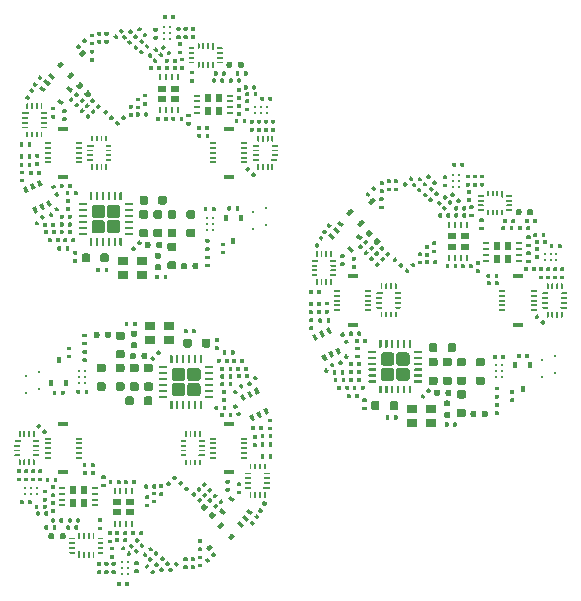
<source format=gtp>
%MOIN*%
%OFA0B0*%
%FSLAX46Y46*%
%IPPOS*%
%LPD*%
%ADD10C,0.014173228346456693*%
%ADD11C,0.0039370078740157488*%
%ADD12C,0.0062992125984251976*%
%ADD13C,0.0078740157480314977*%
%ADD14C,0.012519685039370079*%
%ADD15R,0.011023622047244096X0.011023622047244096*%
%ADD16C,0.044488188976377949*%
%ADD17R,0.023622047244094488X0.031496062992125991*%
%ADD18R,0.01889763779527559X0.0078740157480314977*%
%ADD19R,0.0078740157480314977X0.01889763779527559*%
%ADD20R,0.031496062992125991X0.023622047244094488*%
%ADD21R,0.019842519685039372X0.0072440944881889766*%
%ADD22R,0.034645669291338582X0.011968503937007874*%
%ADD23C,0.0041889763779527555*%
%ADD24C,0.01858267716535433*%
%ADD25C,0.027559055118110236*%
%ADD26C,0.012598425196850395*%
%ADD27R,0.037795275590551181X0.031496062992125991*%
%ADD28R,0.014173228346456693X0.022047244094488192*%
%ADD39C,0.014173228346456693*%
%ADD40C,0.0039370078740157488*%
%ADD41C,0.0062992125984251976*%
%ADD42C,0.0078740157480314977*%
%ADD43C,0.012519685039370079*%
%ADD44R,0.011023622047244096X0.011023622047244096*%
%ADD45C,0.044488188976377949*%
%ADD46R,0.023622047244094488X0.031496062992125991*%
%ADD47R,0.01889763779527559X0.0078740157480314977*%
%ADD48R,0.0078740157480314977X0.01889763779527559*%
%ADD49R,0.031496062992125991X0.023622047244094488*%
%ADD50R,0.019842519685039372X0.0072440944881889766*%
%ADD51R,0.034645669291338582X0.011968503937007874*%
%ADD52C,0.0041889763779527555*%
%ADD53C,0.01858267716535433*%
%ADD54C,0.027559055118110236*%
%ADD55C,0.012598425196850395*%
%ADD56R,0.037795275590551181X0.031496062992125991*%
%ADD57R,0.014173228346456693X0.022047244094488192*%
%ADD58C,0.014173228346456693*%
%ADD59C,0.0039370078740157488*%
%ADD60C,0.0062992125984251976*%
%ADD61C,0.0078740157480314977*%
%ADD62C,0.012519685039370079*%
%ADD63R,0.011023622047244096X0.011023622047244096*%
%ADD64C,0.044488188976377949*%
%ADD65R,0.023622047244094488X0.031496062992125991*%
%ADD66R,0.01889763779527559X0.0078740157480314977*%
%ADD67R,0.0078740157480314977X0.01889763779527559*%
%ADD68R,0.031496062992125991X0.023622047244094488*%
%ADD69R,0.019842519685039372X0.0072440944881889766*%
%ADD70R,0.034645669291338582X0.011968503937007874*%
%ADD71C,0.0041889763779527555*%
%ADD72C,0.01858267716535433*%
%ADD73C,0.027559055118110236*%
%ADD74C,0.012598425196850395*%
%ADD75R,0.037795275590551181X0.031496062992125991*%
%ADD76R,0.014173228346456693X0.022047244094488192*%
G01*
D10*
X0000492125Y0001476377D02*
X0000206883Y0001770540D03*
D11*
G36*
X0000194077Y0001767756D02*
X0000209667Y0001783346D01*
X0000219689Y0001773324D01*
X0000204099Y0001757734D01*
X0000194077Y0001767756D01*
X0000194077Y0001767756D01*
G37*
D10*
X0000243073Y0001734350D03*
D11*
G36*
X0000230267Y0001731566D02*
X0000245857Y0001747156D01*
X0000255879Y0001737134D01*
X0000240289Y0001721544D01*
X0000230267Y0001731566D01*
X0000230267Y0001731566D01*
G37*
D10*
X0000280656Y0001808123D03*
D11*
G36*
X0000267850Y0001805339D02*
X0000283440Y0001820928D01*
X0000293462Y0001810907D01*
X0000277872Y0001795317D01*
X0000267850Y0001805339D01*
X0000267850Y0001805339D01*
G37*
D12*
X0000629921Y0001161417D03*
X0000629921Y0001145669D03*
X0000645669Y0001161417D03*
X0000645669Y0001145669D03*
X0000661417Y0001161417D03*
X0000661417Y0001145669D03*
D13*
X0000694881Y0001220472D03*
X0000714566Y0001220472D03*
X0000694881Y0001240157D03*
X0000714566Y0001240157D03*
X0000694881Y0001259842D03*
X0000714566Y0001259842D03*
X0000895669Y0001610236D03*
X0000895669Y0001629921D03*
X0000875984Y0001610236D03*
X0000875984Y0001629921D03*
X0000856299Y0001610236D03*
X0000856299Y0001629921D03*
X0000551181Y0001856299D03*
X0000570866Y0001856299D03*
X0000551181Y0001875984D03*
X0000570866Y0001875984D03*
X0000551181Y0001895669D03*
X0000570866Y0001895669D03*
D11*
G36*
X0000377424Y0001601277D02*
X0000377728Y0001601232D01*
X0000378026Y0001601157D01*
X0000378315Y0001601054D01*
X0000378593Y0001600922D01*
X0000378857Y0001600764D01*
X0000379103Y0001600581D01*
X0000379331Y0001600375D01*
X0000383757Y0001595949D01*
X0000383963Y0001595721D01*
X0000384146Y0001595475D01*
X0000384304Y0001595211D01*
X0000384436Y0001594933D01*
X0000384539Y0001594644D01*
X0000384614Y0001594346D01*
X0000384659Y0001594042D01*
X0000384674Y0001593736D01*
X0000384659Y0001593429D01*
X0000384614Y0001593125D01*
X0000384539Y0001592827D01*
X0000384436Y0001592538D01*
X0000384304Y0001592260D01*
X0000384146Y0001591997D01*
X0000383963Y0001591750D01*
X0000383757Y0001591522D01*
X0000378162Y0001585927D01*
X0000377934Y0001585721D01*
X0000377687Y0001585538D01*
X0000377424Y0001585380D01*
X0000377146Y0001585248D01*
X0000376857Y0001585145D01*
X0000376559Y0001585070D01*
X0000376255Y0001585025D01*
X0000375948Y0001585010D01*
X0000375642Y0001585025D01*
X0000375338Y0001585070D01*
X0000375040Y0001585145D01*
X0000374751Y0001585248D01*
X0000374473Y0001585380D01*
X0000374210Y0001585538D01*
X0000373963Y0001585721D01*
X0000373735Y0001585927D01*
X0000369309Y0001590353D01*
X0000369103Y0001590581D01*
X0000368920Y0001590827D01*
X0000368762Y0001591091D01*
X0000368630Y0001591369D01*
X0000368527Y0001591658D01*
X0000368452Y0001591956D01*
X0000368407Y0001592260D01*
X0000368392Y0001592566D01*
X0000368407Y0001592873D01*
X0000368452Y0001593177D01*
X0000368527Y0001593475D01*
X0000368630Y0001593764D01*
X0000368762Y0001594042D01*
X0000368920Y0001594305D01*
X0000369103Y0001594552D01*
X0000369309Y0001594780D01*
X0000374904Y0001600375D01*
X0000375132Y0001600581D01*
X0000375379Y0001600764D01*
X0000375642Y0001600922D01*
X0000375920Y0001601054D01*
X0000376209Y0001601157D01*
X0000376507Y0001601232D01*
X0000376811Y0001601277D01*
X0000377118Y0001601292D01*
X0000377424Y0001601277D01*
X0000377424Y0001601277D01*
G37*
D14*
X0000376533Y0001593151D03*
D11*
G36*
X0000358216Y0001620486D02*
X0000358519Y0001620441D01*
X0000358817Y0001620366D01*
X0000359107Y0001620262D01*
X0000359384Y0001620131D01*
X0000359648Y0001619973D01*
X0000359894Y0001619790D01*
X0000360122Y0001619584D01*
X0000364548Y0001615158D01*
X0000364755Y0001614930D01*
X0000364938Y0001614683D01*
X0000365096Y0001614420D01*
X0000365227Y0001614142D01*
X0000365330Y0001613853D01*
X0000365405Y0001613555D01*
X0000365450Y0001613251D01*
X0000365465Y0001612944D01*
X0000365450Y0001612638D01*
X0000365405Y0001612334D01*
X0000365330Y0001612036D01*
X0000365227Y0001611747D01*
X0000365096Y0001611469D01*
X0000364938Y0001611206D01*
X0000364755Y0001610959D01*
X0000364548Y0001610731D01*
X0000358953Y0001605136D01*
X0000358725Y0001604929D01*
X0000358479Y0001604746D01*
X0000358215Y0001604588D01*
X0000357937Y0001604457D01*
X0000357648Y0001604354D01*
X0000357350Y0001604279D01*
X0000357046Y0001604234D01*
X0000356740Y0001604219D01*
X0000356433Y0001604234D01*
X0000356129Y0001604279D01*
X0000355831Y0001604354D01*
X0000355542Y0001604457D01*
X0000355264Y0001604588D01*
X0000355001Y0001604746D01*
X0000354754Y0001604929D01*
X0000354526Y0001605136D01*
X0000350100Y0001609562D01*
X0000349894Y0001609790D01*
X0000349711Y0001610036D01*
X0000349553Y0001610300D01*
X0000349422Y0001610577D01*
X0000349318Y0001610867D01*
X0000349243Y0001611165D01*
X0000349198Y0001611468D01*
X0000349183Y0001611775D01*
X0000349198Y0001612082D01*
X0000349243Y0001612386D01*
X0000349318Y0001612684D01*
X0000349422Y0001612973D01*
X0000349553Y0001613251D01*
X0000349711Y0001613514D01*
X0000349894Y0001613761D01*
X0000350100Y0001613988D01*
X0000355696Y0001619584D01*
X0000355923Y0001619790D01*
X0000356170Y0001619973D01*
X0000356433Y0001620131D01*
X0000356711Y0001620262D01*
X0000357000Y0001620366D01*
X0000357298Y0001620441D01*
X0000357602Y0001620486D01*
X0000357909Y0001620501D01*
X0000358216Y0001620486D01*
X0000358216Y0001620486D01*
G37*
D14*
X0000357324Y0001612360D03*
D12*
X0000339082Y0001595271D03*
X0000327947Y0001584136D03*
X0000350218Y0001584136D03*
X0000339082Y0001573000D03*
D11*
G36*
X0000585523Y0001936205D02*
X0000585827Y0001936160D01*
X0000586125Y0001936085D01*
X0000586414Y0001935982D01*
X0000586691Y0001935850D01*
X0000586955Y0001935692D01*
X0000587202Y0001935510D01*
X0000587429Y0001935303D01*
X0000587635Y0001935076D01*
X0000587818Y0001934829D01*
X0000587976Y0001934565D01*
X0000588108Y0001934288D01*
X0000588211Y0001933999D01*
X0000588286Y0001933701D01*
X0000588331Y0001933397D01*
X0000588346Y0001933090D01*
X0000588346Y0001925177D01*
X0000588331Y0001924870D01*
X0000588286Y0001924566D01*
X0000588211Y0001924268D01*
X0000588108Y0001923979D01*
X0000587976Y0001923701D01*
X0000587818Y0001923438D01*
X0000587635Y0001923191D01*
X0000587429Y0001922963D01*
X0000587202Y0001922757D01*
X0000586955Y0001922574D01*
X0000586691Y0001922416D01*
X0000586414Y0001922285D01*
X0000586125Y0001922182D01*
X0000585827Y0001922107D01*
X0000585523Y0001922062D01*
X0000585216Y0001922047D01*
X0000578956Y0001922047D01*
X0000578649Y0001922062D01*
X0000578346Y0001922107D01*
X0000578048Y0001922182D01*
X0000577758Y0001922285D01*
X0000577481Y0001922416D01*
X0000577217Y0001922574D01*
X0000576971Y0001922757D01*
X0000576743Y0001922963D01*
X0000576537Y0001923191D01*
X0000576354Y0001923438D01*
X0000576196Y0001923701D01*
X0000576065Y0001923979D01*
X0000575961Y0001924268D01*
X0000575886Y0001924566D01*
X0000575841Y0001924870D01*
X0000575826Y0001925177D01*
X0000575826Y0001933090D01*
X0000575841Y0001933397D01*
X0000575886Y0001933701D01*
X0000575961Y0001933999D01*
X0000576065Y0001934288D01*
X0000576196Y0001934565D01*
X0000576354Y0001934829D01*
X0000576537Y0001935076D01*
X0000576743Y0001935303D01*
X0000576971Y0001935510D01*
X0000577217Y0001935692D01*
X0000577481Y0001935850D01*
X0000577758Y0001935982D01*
X0000578048Y0001936085D01*
X0000578346Y0001936160D01*
X0000578649Y0001936205D01*
X0000578956Y0001936220D01*
X0000585216Y0001936220D01*
X0000585523Y0001936205D01*
X0000585523Y0001936205D01*
G37*
D14*
X0000582086Y0001929133D03*
D11*
G36*
X0000558357Y0001936205D02*
X0000558661Y0001936160D01*
X0000558959Y0001936085D01*
X0000559248Y0001935982D01*
X0000559526Y0001935850D01*
X0000559790Y0001935692D01*
X0000560036Y0001935510D01*
X0000560264Y0001935303D01*
X0000560470Y0001935076D01*
X0000560653Y0001934829D01*
X0000560811Y0001934565D01*
X0000560942Y0001934288D01*
X0000561046Y0001933999D01*
X0000561120Y0001933701D01*
X0000561166Y0001933397D01*
X0000561181Y0001933090D01*
X0000561181Y0001925177D01*
X0000561166Y0001924870D01*
X0000561120Y0001924566D01*
X0000561046Y0001924268D01*
X0000560942Y0001923979D01*
X0000560811Y0001923701D01*
X0000560653Y0001923438D01*
X0000560470Y0001923191D01*
X0000560264Y0001922963D01*
X0000560036Y0001922757D01*
X0000559790Y0001922574D01*
X0000559526Y0001922416D01*
X0000559248Y0001922285D01*
X0000558959Y0001922182D01*
X0000558661Y0001922107D01*
X0000558357Y0001922062D01*
X0000558051Y0001922047D01*
X0000551791Y0001922047D01*
X0000551484Y0001922062D01*
X0000551180Y0001922107D01*
X0000550882Y0001922182D01*
X0000550593Y0001922285D01*
X0000550315Y0001922416D01*
X0000550052Y0001922574D01*
X0000549805Y0001922757D01*
X0000549578Y0001922963D01*
X0000549371Y0001923191D01*
X0000549188Y0001923438D01*
X0000549030Y0001923701D01*
X0000548899Y0001923979D01*
X0000548796Y0001924268D01*
X0000548721Y0001924566D01*
X0000548676Y0001924870D01*
X0000548661Y0001925177D01*
X0000548661Y0001933090D01*
X0000548676Y0001933397D01*
X0000548721Y0001933701D01*
X0000548796Y0001933999D01*
X0000548899Y0001934288D01*
X0000549030Y0001934565D01*
X0000549188Y0001934829D01*
X0000549371Y0001935076D01*
X0000549578Y0001935303D01*
X0000549805Y0001935510D01*
X0000550052Y0001935692D01*
X0000550315Y0001935850D01*
X0000550593Y0001935982D01*
X0000550882Y0001936085D01*
X0000551180Y0001936160D01*
X0000551484Y0001936205D01*
X0000551791Y0001936220D01*
X0000558051Y0001936220D01*
X0000558357Y0001936205D01*
X0000558357Y0001936205D01*
G37*
D14*
X0000554921Y0001929133D03*
D11*
G36*
X0000882767Y0001664158D02*
X0000883071Y0001664113D01*
X0000883369Y0001664038D01*
X0000883658Y0001663934D01*
X0000883936Y0001663803D01*
X0000884199Y0001663645D01*
X0000884446Y0001663462D01*
X0000884673Y0001663256D01*
X0000884880Y0001663028D01*
X0000885063Y0001662782D01*
X0000885220Y0001662518D01*
X0000885352Y0001662241D01*
X0000885455Y0001661951D01*
X0000885530Y0001661653D01*
X0000885575Y0001661350D01*
X0000885590Y0001661043D01*
X0000885590Y0001653129D01*
X0000885575Y0001652823D01*
X0000885530Y0001652519D01*
X0000885455Y0001652221D01*
X0000885352Y0001651932D01*
X0000885220Y0001651654D01*
X0000885063Y0001651391D01*
X0000884880Y0001651144D01*
X0000884673Y0001650916D01*
X0000884446Y0001650710D01*
X0000884199Y0001650527D01*
X0000883936Y0001650369D01*
X0000883658Y0001650238D01*
X0000883369Y0001650134D01*
X0000883071Y0001650060D01*
X0000882767Y0001650015D01*
X0000882460Y0001650000D01*
X0000876200Y0001650000D01*
X0000875894Y0001650015D01*
X0000875590Y0001650060D01*
X0000875292Y0001650134D01*
X0000875003Y0001650238D01*
X0000874725Y0001650369D01*
X0000874461Y0001650527D01*
X0000874215Y0001650710D01*
X0000873987Y0001650916D01*
X0000873781Y0001651144D01*
X0000873598Y0001651391D01*
X0000873440Y0001651654D01*
X0000873309Y0001651932D01*
X0000873205Y0001652221D01*
X0000873131Y0001652519D01*
X0000873085Y0001652823D01*
X0000873070Y0001653129D01*
X0000873070Y0001661043D01*
X0000873085Y0001661350D01*
X0000873131Y0001661653D01*
X0000873205Y0001661951D01*
X0000873309Y0001662241D01*
X0000873440Y0001662518D01*
X0000873598Y0001662782D01*
X0000873781Y0001663028D01*
X0000873987Y0001663256D01*
X0000874215Y0001663462D01*
X0000874461Y0001663645D01*
X0000874725Y0001663803D01*
X0000875003Y0001663934D01*
X0000875292Y0001664038D01*
X0000875590Y0001664113D01*
X0000875894Y0001664158D01*
X0000876200Y0001664173D01*
X0000882460Y0001664173D01*
X0000882767Y0001664158D01*
X0000882767Y0001664158D01*
G37*
D14*
X0000879330Y0001657086D03*
D11*
G36*
X0000909932Y0001664158D02*
X0000910236Y0001664113D01*
X0000910534Y0001664038D01*
X0000910823Y0001663934D01*
X0000911101Y0001663803D01*
X0000911364Y0001663645D01*
X0000911611Y0001663462D01*
X0000911839Y0001663256D01*
X0000912045Y0001663028D01*
X0000912228Y0001662782D01*
X0000912386Y0001662518D01*
X0000912517Y0001662241D01*
X0000912621Y0001661951D01*
X0000912695Y0001661653D01*
X0000912740Y0001661350D01*
X0000912755Y0001661043D01*
X0000912755Y0001653129D01*
X0000912740Y0001652823D01*
X0000912695Y0001652519D01*
X0000912621Y0001652221D01*
X0000912517Y0001651932D01*
X0000912386Y0001651654D01*
X0000912228Y0001651391D01*
X0000912045Y0001651144D01*
X0000911839Y0001650916D01*
X0000911611Y0001650710D01*
X0000911364Y0001650527D01*
X0000911101Y0001650369D01*
X0000910823Y0001650238D01*
X0000910534Y0001650134D01*
X0000910236Y0001650060D01*
X0000909932Y0001650015D01*
X0000909625Y0001650000D01*
X0000903366Y0001650000D01*
X0000903059Y0001650015D01*
X0000902755Y0001650060D01*
X0000902457Y0001650134D01*
X0000902168Y0001650238D01*
X0000901890Y0001650369D01*
X0000901627Y0001650527D01*
X0000901380Y0001650710D01*
X0000901152Y0001650916D01*
X0000900946Y0001651144D01*
X0000900763Y0001651391D01*
X0000900605Y0001651654D01*
X0000900474Y0001651932D01*
X0000900370Y0001652221D01*
X0000900296Y0001652519D01*
X0000900251Y0001652823D01*
X0000900236Y0001653129D01*
X0000900236Y0001661043D01*
X0000900251Y0001661350D01*
X0000900296Y0001661653D01*
X0000900370Y0001661951D01*
X0000900474Y0001662241D01*
X0000900605Y0001662518D01*
X0000900763Y0001662782D01*
X0000900946Y0001663028D01*
X0000901152Y0001663256D01*
X0000901380Y0001663462D01*
X0000901627Y0001663645D01*
X0000901890Y0001663803D01*
X0000902168Y0001663934D01*
X0000902457Y0001664038D01*
X0000902755Y0001664113D01*
X0000903059Y0001664158D01*
X0000903366Y0001664173D01*
X0000909625Y0001664173D01*
X0000909932Y0001664158D01*
X0000909932Y0001664158D01*
G37*
D14*
X0000906496Y0001657086D03*
D15*
X0000891338Y0001235236D03*
X0000891338Y0001292322D03*
D11*
G36*
X0000293204Y0001210620D02*
X0000293395Y0001210592D01*
X0000293583Y0001210545D01*
X0000293765Y0001210480D01*
X0000293939Y0001210397D01*
X0000294105Y0001210298D01*
X0000294260Y0001210183D01*
X0000294403Y0001210053D01*
X0000294533Y0001209910D01*
X0000294648Y0001209755D01*
X0000294747Y0001209589D01*
X0000294830Y0001209414D01*
X0000294895Y0001209232D01*
X0000294942Y0001209045D01*
X0000294970Y0001208854D01*
X0000294980Y0001208661D01*
X0000294980Y0001204724D01*
X0000294970Y0001204531D01*
X0000294942Y0001204340D01*
X0000294895Y0001204152D01*
X0000294830Y0001203971D01*
X0000294747Y0001203796D01*
X0000294648Y0001203630D01*
X0000294533Y0001203475D01*
X0000294403Y0001203332D01*
X0000294260Y0001203202D01*
X0000294105Y0001203087D01*
X0000293939Y0001202988D01*
X0000293765Y0001202905D01*
X0000293583Y0001202840D01*
X0000293395Y0001202793D01*
X0000293204Y0001202765D01*
X0000293011Y0001202755D01*
X0000270964Y0001202755D01*
X0000270771Y0001202765D01*
X0000270580Y0001202793D01*
X0000270393Y0001202840D01*
X0000270211Y0001202905D01*
X0000270036Y0001202988D01*
X0000269870Y0001203087D01*
X0000269715Y0001203202D01*
X0000269572Y0001203332D01*
X0000269442Y0001203475D01*
X0000269327Y0001203630D01*
X0000269228Y0001203796D01*
X0000269145Y0001203971D01*
X0000269080Y0001204152D01*
X0000269033Y0001204340D01*
X0000269005Y0001204531D01*
X0000268996Y0001204724D01*
X0000268996Y0001208661D01*
X0000269005Y0001208854D01*
X0000269033Y0001209045D01*
X0000269080Y0001209232D01*
X0000269145Y0001209414D01*
X0000269228Y0001209589D01*
X0000269327Y0001209755D01*
X0000269442Y0001209910D01*
X0000269572Y0001210053D01*
X0000269715Y0001210183D01*
X0000269870Y0001210298D01*
X0000270036Y0001210397D01*
X0000270211Y0001210480D01*
X0000270393Y0001210545D01*
X0000270580Y0001210592D01*
X0000270771Y0001210620D01*
X0000270964Y0001210629D01*
X0000293011Y0001210629D01*
X0000293204Y0001210620D01*
X0000293204Y0001210620D01*
G37*
D13*
X0000281988Y0001206692D03*
D11*
G36*
X0000293204Y0001230305D02*
X0000293395Y0001230277D01*
X0000293583Y0001230230D01*
X0000293765Y0001230165D01*
X0000293939Y0001230082D01*
X0000294105Y0001229983D01*
X0000294260Y0001229868D01*
X0000294403Y0001229738D01*
X0000294533Y0001229595D01*
X0000294648Y0001229440D01*
X0000294747Y0001229274D01*
X0000294830Y0001229099D01*
X0000294895Y0001228917D01*
X0000294942Y0001228730D01*
X0000294970Y0001228539D01*
X0000294980Y0001228346D01*
X0000294980Y0001224409D01*
X0000294970Y0001224216D01*
X0000294942Y0001224025D01*
X0000294895Y0001223838D01*
X0000294830Y0001223656D01*
X0000294747Y0001223481D01*
X0000294648Y0001223315D01*
X0000294533Y0001223160D01*
X0000294403Y0001223017D01*
X0000294260Y0001222887D01*
X0000294105Y0001222772D01*
X0000293939Y0001222673D01*
X0000293765Y0001222590D01*
X0000293583Y0001222525D01*
X0000293395Y0001222478D01*
X0000293204Y0001222450D01*
X0000293011Y0001222440D01*
X0000270964Y0001222440D01*
X0000270771Y0001222450D01*
X0000270580Y0001222478D01*
X0000270393Y0001222525D01*
X0000270211Y0001222590D01*
X0000270036Y0001222673D01*
X0000269870Y0001222772D01*
X0000269715Y0001222887D01*
X0000269572Y0001223017D01*
X0000269442Y0001223160D01*
X0000269327Y0001223315D01*
X0000269228Y0001223481D01*
X0000269145Y0001223656D01*
X0000269080Y0001223838D01*
X0000269033Y0001224025D01*
X0000269005Y0001224216D01*
X0000268996Y0001224409D01*
X0000268996Y0001228346D01*
X0000269005Y0001228539D01*
X0000269033Y0001228730D01*
X0000269080Y0001228917D01*
X0000269145Y0001229099D01*
X0000269228Y0001229274D01*
X0000269327Y0001229440D01*
X0000269442Y0001229595D01*
X0000269572Y0001229738D01*
X0000269715Y0001229868D01*
X0000269870Y0001229983D01*
X0000270036Y0001230082D01*
X0000270211Y0001230165D01*
X0000270393Y0001230230D01*
X0000270580Y0001230277D01*
X0000270771Y0001230305D01*
X0000270964Y0001230314D01*
X0000293011Y0001230314D01*
X0000293204Y0001230305D01*
X0000293204Y0001230305D01*
G37*
D13*
X0000281988Y0001226377D03*
D11*
G36*
X0000293204Y0001249990D02*
X0000293395Y0001249962D01*
X0000293583Y0001249915D01*
X0000293765Y0001249850D01*
X0000293939Y0001249767D01*
X0000294105Y0001249668D01*
X0000294260Y0001249553D01*
X0000294403Y0001249423D01*
X0000294533Y0001249280D01*
X0000294648Y0001249125D01*
X0000294747Y0001248959D01*
X0000294830Y0001248784D01*
X0000294895Y0001248602D01*
X0000294942Y0001248415D01*
X0000294970Y0001248224D01*
X0000294980Y0001248031D01*
X0000294980Y0001244094D01*
X0000294970Y0001243901D01*
X0000294942Y0001243710D01*
X0000294895Y0001243523D01*
X0000294830Y0001243341D01*
X0000294747Y0001243166D01*
X0000294648Y0001243000D01*
X0000294533Y0001242845D01*
X0000294403Y0001242702D01*
X0000294260Y0001242572D01*
X0000294105Y0001242457D01*
X0000293939Y0001242358D01*
X0000293765Y0001242275D01*
X0000293583Y0001242210D01*
X0000293395Y0001242163D01*
X0000293204Y0001242135D01*
X0000293011Y0001242125D01*
X0000270964Y0001242125D01*
X0000270771Y0001242135D01*
X0000270580Y0001242163D01*
X0000270393Y0001242210D01*
X0000270211Y0001242275D01*
X0000270036Y0001242358D01*
X0000269870Y0001242457D01*
X0000269715Y0001242572D01*
X0000269572Y0001242702D01*
X0000269442Y0001242845D01*
X0000269327Y0001243000D01*
X0000269228Y0001243166D01*
X0000269145Y0001243341D01*
X0000269080Y0001243523D01*
X0000269033Y0001243710D01*
X0000269005Y0001243901D01*
X0000268996Y0001244094D01*
X0000268996Y0001248031D01*
X0000269005Y0001248224D01*
X0000269033Y0001248415D01*
X0000269080Y0001248602D01*
X0000269145Y0001248784D01*
X0000269228Y0001248959D01*
X0000269327Y0001249125D01*
X0000269442Y0001249280D01*
X0000269572Y0001249423D01*
X0000269715Y0001249553D01*
X0000269870Y0001249668D01*
X0000270036Y0001249767D01*
X0000270211Y0001249850D01*
X0000270393Y0001249915D01*
X0000270580Y0001249962D01*
X0000270771Y0001249990D01*
X0000270964Y0001250000D01*
X0000293011Y0001250000D01*
X0000293204Y0001249990D01*
X0000293204Y0001249990D01*
G37*
D13*
X0000281988Y0001246062D03*
D11*
G36*
X0000293204Y0001269675D02*
X0000293395Y0001269647D01*
X0000293583Y0001269600D01*
X0000293765Y0001269535D01*
X0000293939Y0001269452D01*
X0000294105Y0001269353D01*
X0000294260Y0001269238D01*
X0000294403Y0001269108D01*
X0000294533Y0001268965D01*
X0000294648Y0001268810D01*
X0000294747Y0001268644D01*
X0000294830Y0001268469D01*
X0000294895Y0001268287D01*
X0000294942Y0001268100D01*
X0000294970Y0001267909D01*
X0000294980Y0001267716D01*
X0000294980Y0001263779D01*
X0000294970Y0001263586D01*
X0000294942Y0001263395D01*
X0000294895Y0001263208D01*
X0000294830Y0001263026D01*
X0000294747Y0001262851D01*
X0000294648Y0001262685D01*
X0000294533Y0001262530D01*
X0000294403Y0001262387D01*
X0000294260Y0001262257D01*
X0000294105Y0001262142D01*
X0000293939Y0001262043D01*
X0000293765Y0001261960D01*
X0000293583Y0001261895D01*
X0000293395Y0001261848D01*
X0000293204Y0001261820D01*
X0000293011Y0001261810D01*
X0000270964Y0001261810D01*
X0000270771Y0001261820D01*
X0000270580Y0001261848D01*
X0000270393Y0001261895D01*
X0000270211Y0001261960D01*
X0000270036Y0001262043D01*
X0000269870Y0001262142D01*
X0000269715Y0001262257D01*
X0000269572Y0001262387D01*
X0000269442Y0001262530D01*
X0000269327Y0001262685D01*
X0000269228Y0001262851D01*
X0000269145Y0001263026D01*
X0000269080Y0001263208D01*
X0000269033Y0001263395D01*
X0000269005Y0001263586D01*
X0000268996Y0001263779D01*
X0000268996Y0001267716D01*
X0000269005Y0001267909D01*
X0000269033Y0001268100D01*
X0000269080Y0001268287D01*
X0000269145Y0001268469D01*
X0000269228Y0001268644D01*
X0000269327Y0001268810D01*
X0000269442Y0001268965D01*
X0000269572Y0001269108D01*
X0000269715Y0001269238D01*
X0000269870Y0001269353D01*
X0000270036Y0001269452D01*
X0000270211Y0001269535D01*
X0000270393Y0001269600D01*
X0000270580Y0001269647D01*
X0000270771Y0001269675D01*
X0000270964Y0001269685D01*
X0000293011Y0001269685D01*
X0000293204Y0001269675D01*
X0000293204Y0001269675D01*
G37*
D13*
X0000281988Y0001265748D03*
D11*
G36*
X0000293204Y0001289360D02*
X0000293395Y0001289332D01*
X0000293583Y0001289285D01*
X0000293765Y0001289220D01*
X0000293939Y0001289137D01*
X0000294105Y0001289038D01*
X0000294260Y0001288923D01*
X0000294403Y0001288793D01*
X0000294533Y0001288650D01*
X0000294648Y0001288495D01*
X0000294747Y0001288329D01*
X0000294830Y0001288154D01*
X0000294895Y0001287972D01*
X0000294942Y0001287785D01*
X0000294970Y0001287594D01*
X0000294980Y0001287401D01*
X0000294980Y0001283464D01*
X0000294970Y0001283271D01*
X0000294942Y0001283080D01*
X0000294895Y0001282893D01*
X0000294830Y0001282711D01*
X0000294747Y0001282536D01*
X0000294648Y0001282370D01*
X0000294533Y0001282215D01*
X0000294403Y0001282072D01*
X0000294260Y0001281942D01*
X0000294105Y0001281827D01*
X0000293939Y0001281728D01*
X0000293765Y0001281645D01*
X0000293583Y0001281580D01*
X0000293395Y0001281533D01*
X0000293204Y0001281505D01*
X0000293011Y0001281496D01*
X0000270964Y0001281496D01*
X0000270771Y0001281505D01*
X0000270580Y0001281533D01*
X0000270393Y0001281580D01*
X0000270211Y0001281645D01*
X0000270036Y0001281728D01*
X0000269870Y0001281827D01*
X0000269715Y0001281942D01*
X0000269572Y0001282072D01*
X0000269442Y0001282215D01*
X0000269327Y0001282370D01*
X0000269228Y0001282536D01*
X0000269145Y0001282711D01*
X0000269080Y0001282893D01*
X0000269033Y0001283080D01*
X0000269005Y0001283271D01*
X0000268996Y0001283464D01*
X0000268996Y0001287401D01*
X0000269005Y0001287594D01*
X0000269033Y0001287785D01*
X0000269080Y0001287972D01*
X0000269145Y0001288154D01*
X0000269228Y0001288329D01*
X0000269327Y0001288495D01*
X0000269442Y0001288650D01*
X0000269572Y0001288793D01*
X0000269715Y0001288923D01*
X0000269870Y0001289038D01*
X0000270036Y0001289137D01*
X0000270211Y0001289220D01*
X0000270393Y0001289285D01*
X0000270580Y0001289332D01*
X0000270771Y0001289360D01*
X0000270964Y0001289370D01*
X0000293011Y0001289370D01*
X0000293204Y0001289360D01*
X0000293204Y0001289360D01*
G37*
D13*
X0000281988Y0001285433D03*
D11*
G36*
X0000293204Y0001309045D02*
X0000293395Y0001309017D01*
X0000293583Y0001308970D01*
X0000293765Y0001308905D01*
X0000293939Y0001308822D01*
X0000294105Y0001308723D01*
X0000294260Y0001308608D01*
X0000294403Y0001308478D01*
X0000294533Y0001308335D01*
X0000294648Y0001308180D01*
X0000294747Y0001308014D01*
X0000294830Y0001307839D01*
X0000294895Y0001307658D01*
X0000294942Y0001307470D01*
X0000294970Y0001307279D01*
X0000294980Y0001307086D01*
X0000294980Y0001303149D01*
X0000294970Y0001302956D01*
X0000294942Y0001302765D01*
X0000294895Y0001302578D01*
X0000294830Y0001302396D01*
X0000294747Y0001302221D01*
X0000294648Y0001302055D01*
X0000294533Y0001301900D01*
X0000294403Y0001301757D01*
X0000294260Y0001301627D01*
X0000294105Y0001301512D01*
X0000293939Y0001301413D01*
X0000293765Y0001301330D01*
X0000293583Y0001301265D01*
X0000293395Y0001301218D01*
X0000293204Y0001301190D01*
X0000293011Y0001301181D01*
X0000270964Y0001301181D01*
X0000270771Y0001301190D01*
X0000270580Y0001301218D01*
X0000270393Y0001301265D01*
X0000270211Y0001301330D01*
X0000270036Y0001301413D01*
X0000269870Y0001301512D01*
X0000269715Y0001301627D01*
X0000269572Y0001301757D01*
X0000269442Y0001301900D01*
X0000269327Y0001302055D01*
X0000269228Y0001302221D01*
X0000269145Y0001302396D01*
X0000269080Y0001302578D01*
X0000269033Y0001302765D01*
X0000269005Y0001302956D01*
X0000268996Y0001303149D01*
X0000268996Y0001307086D01*
X0000269005Y0001307279D01*
X0000269033Y0001307470D01*
X0000269080Y0001307658D01*
X0000269145Y0001307839D01*
X0000269228Y0001308014D01*
X0000269327Y0001308180D01*
X0000269442Y0001308335D01*
X0000269572Y0001308478D01*
X0000269715Y0001308608D01*
X0000269870Y0001308723D01*
X0000270036Y0001308822D01*
X0000270211Y0001308905D01*
X0000270393Y0001308970D01*
X0000270580Y0001309017D01*
X0000270771Y0001309045D01*
X0000270964Y0001309055D01*
X0000293011Y0001309055D01*
X0000293204Y0001309045D01*
X0000293204Y0001309045D01*
G37*
D13*
X0000281988Y0001305118D03*
D11*
G36*
X0000311216Y0001345167D02*
X0000311407Y0001345139D01*
X0000311595Y0001345092D01*
X0000311776Y0001345027D01*
X0000311951Y0001344944D01*
X0000312117Y0001344845D01*
X0000312272Y0001344730D01*
X0000312415Y0001344600D01*
X0000312545Y0001344457D01*
X0000312660Y0001344302D01*
X0000312759Y0001344136D01*
X0000312842Y0001343961D01*
X0000312907Y0001343780D01*
X0000312954Y0001343592D01*
X0000312982Y0001343401D01*
X0000312992Y0001343208D01*
X0000312992Y0001321161D01*
X0000312982Y0001320968D01*
X0000312954Y0001320777D01*
X0000312907Y0001320590D01*
X0000312842Y0001320408D01*
X0000312759Y0001320233D01*
X0000312660Y0001320067D01*
X0000312545Y0001319912D01*
X0000312415Y0001319769D01*
X0000312272Y0001319639D01*
X0000312117Y0001319524D01*
X0000311951Y0001319425D01*
X0000311776Y0001319342D01*
X0000311595Y0001319277D01*
X0000311407Y0001319230D01*
X0000311216Y0001319202D01*
X0000311023Y0001319192D01*
X0000307086Y0001319192D01*
X0000306893Y0001319202D01*
X0000306702Y0001319230D01*
X0000306515Y0001319277D01*
X0000306333Y0001319342D01*
X0000306158Y0001319425D01*
X0000305992Y0001319524D01*
X0000305837Y0001319639D01*
X0000305694Y0001319769D01*
X0000305564Y0001319912D01*
X0000305449Y0001320067D01*
X0000305350Y0001320233D01*
X0000305267Y0001320408D01*
X0000305202Y0001320590D01*
X0000305155Y0001320777D01*
X0000305127Y0001320968D01*
X0000305118Y0001321161D01*
X0000305118Y0001343208D01*
X0000305127Y0001343401D01*
X0000305155Y0001343592D01*
X0000305202Y0001343780D01*
X0000305267Y0001343961D01*
X0000305350Y0001344136D01*
X0000305449Y0001344302D01*
X0000305564Y0001344457D01*
X0000305694Y0001344600D01*
X0000305837Y0001344730D01*
X0000305992Y0001344845D01*
X0000306158Y0001344944D01*
X0000306333Y0001345027D01*
X0000306515Y0001345092D01*
X0000306702Y0001345139D01*
X0000306893Y0001345167D01*
X0000307086Y0001345177D01*
X0000311023Y0001345177D01*
X0000311216Y0001345167D01*
X0000311216Y0001345167D01*
G37*
D13*
X0000309055Y0001332185D03*
D11*
G36*
X0000330901Y0001345167D02*
X0000331092Y0001345139D01*
X0000331280Y0001345092D01*
X0000331461Y0001345027D01*
X0000331636Y0001344944D01*
X0000331802Y0001344845D01*
X0000331957Y0001344730D01*
X0000332100Y0001344600D01*
X0000332230Y0001344457D01*
X0000332345Y0001344302D01*
X0000332444Y0001344136D01*
X0000332527Y0001343961D01*
X0000332592Y0001343780D01*
X0000332639Y0001343592D01*
X0000332667Y0001343401D01*
X0000332677Y0001343208D01*
X0000332677Y0001321161D01*
X0000332667Y0001320968D01*
X0000332639Y0001320777D01*
X0000332592Y0001320590D01*
X0000332527Y0001320408D01*
X0000332444Y0001320233D01*
X0000332345Y0001320067D01*
X0000332230Y0001319912D01*
X0000332100Y0001319769D01*
X0000331957Y0001319639D01*
X0000331802Y0001319524D01*
X0000331636Y0001319425D01*
X0000331461Y0001319342D01*
X0000331280Y0001319277D01*
X0000331092Y0001319230D01*
X0000330901Y0001319202D01*
X0000330708Y0001319192D01*
X0000326771Y0001319192D01*
X0000326578Y0001319202D01*
X0000326387Y0001319230D01*
X0000326200Y0001319277D01*
X0000326018Y0001319342D01*
X0000325843Y0001319425D01*
X0000325677Y0001319524D01*
X0000325522Y0001319639D01*
X0000325379Y0001319769D01*
X0000325249Y0001319912D01*
X0000325134Y0001320067D01*
X0000325035Y0001320233D01*
X0000324952Y0001320408D01*
X0000324887Y0001320590D01*
X0000324840Y0001320777D01*
X0000324812Y0001320968D01*
X0000324803Y0001321161D01*
X0000324803Y0001343208D01*
X0000324812Y0001343401D01*
X0000324840Y0001343592D01*
X0000324887Y0001343780D01*
X0000324952Y0001343961D01*
X0000325035Y0001344136D01*
X0000325134Y0001344302D01*
X0000325249Y0001344457D01*
X0000325379Y0001344600D01*
X0000325522Y0001344730D01*
X0000325677Y0001344845D01*
X0000325843Y0001344944D01*
X0000326018Y0001345027D01*
X0000326200Y0001345092D01*
X0000326387Y0001345139D01*
X0000326578Y0001345167D01*
X0000326771Y0001345177D01*
X0000330708Y0001345177D01*
X0000330901Y0001345167D01*
X0000330901Y0001345167D01*
G37*
D13*
X0000328740Y0001332185D03*
D11*
G36*
X0000350586Y0001345167D02*
X0000350777Y0001345139D01*
X0000350965Y0001345092D01*
X0000351147Y0001345027D01*
X0000351321Y0001344944D01*
X0000351487Y0001344845D01*
X0000351642Y0001344730D01*
X0000351785Y0001344600D01*
X0000351915Y0001344457D01*
X0000352030Y0001344302D01*
X0000352129Y0001344136D01*
X0000352212Y0001343961D01*
X0000352277Y0001343780D01*
X0000352324Y0001343592D01*
X0000352352Y0001343401D01*
X0000352362Y0001343208D01*
X0000352362Y0001321161D01*
X0000352352Y0001320968D01*
X0000352324Y0001320777D01*
X0000352277Y0001320590D01*
X0000352212Y0001320408D01*
X0000352129Y0001320233D01*
X0000352030Y0001320067D01*
X0000351915Y0001319912D01*
X0000351785Y0001319769D01*
X0000351642Y0001319639D01*
X0000351487Y0001319524D01*
X0000351321Y0001319425D01*
X0000351147Y0001319342D01*
X0000350965Y0001319277D01*
X0000350777Y0001319230D01*
X0000350586Y0001319202D01*
X0000350393Y0001319192D01*
X0000346456Y0001319192D01*
X0000346263Y0001319202D01*
X0000346072Y0001319230D01*
X0000345885Y0001319277D01*
X0000345703Y0001319342D01*
X0000345528Y0001319425D01*
X0000345363Y0001319524D01*
X0000345207Y0001319639D01*
X0000345064Y0001319769D01*
X0000344935Y0001319912D01*
X0000344819Y0001320067D01*
X0000344720Y0001320233D01*
X0000344638Y0001320408D01*
X0000344572Y0001320590D01*
X0000344526Y0001320777D01*
X0000344497Y0001320968D01*
X0000344488Y0001321161D01*
X0000344488Y0001343208D01*
X0000344497Y0001343401D01*
X0000344526Y0001343592D01*
X0000344572Y0001343780D01*
X0000344638Y0001343961D01*
X0000344720Y0001344136D01*
X0000344819Y0001344302D01*
X0000344935Y0001344457D01*
X0000345064Y0001344600D01*
X0000345207Y0001344730D01*
X0000345363Y0001344845D01*
X0000345528Y0001344944D01*
X0000345703Y0001345027D01*
X0000345885Y0001345092D01*
X0000346072Y0001345139D01*
X0000346263Y0001345167D01*
X0000346456Y0001345177D01*
X0000350393Y0001345177D01*
X0000350586Y0001345167D01*
X0000350586Y0001345167D01*
G37*
D13*
X0000348425Y0001332185D03*
D11*
G36*
X0000370271Y0001345167D02*
X0000370462Y0001345139D01*
X0000370650Y0001345092D01*
X0000370832Y0001345027D01*
X0000371006Y0001344944D01*
X0000371172Y0001344845D01*
X0000371327Y0001344730D01*
X0000371470Y0001344600D01*
X0000371600Y0001344457D01*
X0000371715Y0001344302D01*
X0000371814Y0001344136D01*
X0000371897Y0001343961D01*
X0000371962Y0001343780D01*
X0000372009Y0001343592D01*
X0000372037Y0001343401D01*
X0000372047Y0001343208D01*
X0000372047Y0001321161D01*
X0000372037Y0001320968D01*
X0000372009Y0001320777D01*
X0000371962Y0001320590D01*
X0000371897Y0001320408D01*
X0000371814Y0001320233D01*
X0000371715Y0001320067D01*
X0000371600Y0001319912D01*
X0000371470Y0001319769D01*
X0000371327Y0001319639D01*
X0000371172Y0001319524D01*
X0000371006Y0001319425D01*
X0000370832Y0001319342D01*
X0000370650Y0001319277D01*
X0000370462Y0001319230D01*
X0000370271Y0001319202D01*
X0000370078Y0001319192D01*
X0000366141Y0001319192D01*
X0000365948Y0001319202D01*
X0000365757Y0001319230D01*
X0000365570Y0001319277D01*
X0000365388Y0001319342D01*
X0000365213Y0001319425D01*
X0000365048Y0001319524D01*
X0000364892Y0001319639D01*
X0000364749Y0001319769D01*
X0000364620Y0001319912D01*
X0000364504Y0001320067D01*
X0000364405Y0001320233D01*
X0000364323Y0001320408D01*
X0000364257Y0001320590D01*
X0000364211Y0001320777D01*
X0000364182Y0001320968D01*
X0000364173Y0001321161D01*
X0000364173Y0001343208D01*
X0000364182Y0001343401D01*
X0000364211Y0001343592D01*
X0000364257Y0001343780D01*
X0000364323Y0001343961D01*
X0000364405Y0001344136D01*
X0000364504Y0001344302D01*
X0000364620Y0001344457D01*
X0000364749Y0001344600D01*
X0000364892Y0001344730D01*
X0000365048Y0001344845D01*
X0000365213Y0001344944D01*
X0000365388Y0001345027D01*
X0000365570Y0001345092D01*
X0000365757Y0001345139D01*
X0000365948Y0001345167D01*
X0000366141Y0001345177D01*
X0000370078Y0001345177D01*
X0000370271Y0001345167D01*
X0000370271Y0001345167D01*
G37*
D13*
X0000368110Y0001332185D03*
D11*
G36*
X0000389956Y0001345167D02*
X0000390147Y0001345139D01*
X0000390335Y0001345092D01*
X0000390517Y0001345027D01*
X0000390691Y0001344944D01*
X0000390857Y0001344845D01*
X0000391012Y0001344730D01*
X0000391155Y0001344600D01*
X0000391285Y0001344457D01*
X0000391400Y0001344302D01*
X0000391499Y0001344136D01*
X0000391582Y0001343961D01*
X0000391647Y0001343780D01*
X0000391694Y0001343592D01*
X0000391722Y0001343401D01*
X0000391732Y0001343208D01*
X0000391732Y0001321161D01*
X0000391722Y0001320968D01*
X0000391694Y0001320777D01*
X0000391647Y0001320590D01*
X0000391582Y0001320408D01*
X0000391499Y0001320233D01*
X0000391400Y0001320067D01*
X0000391285Y0001319912D01*
X0000391155Y0001319769D01*
X0000391012Y0001319639D01*
X0000390857Y0001319524D01*
X0000390691Y0001319425D01*
X0000390517Y0001319342D01*
X0000390335Y0001319277D01*
X0000390147Y0001319230D01*
X0000389956Y0001319202D01*
X0000389763Y0001319192D01*
X0000385826Y0001319192D01*
X0000385633Y0001319202D01*
X0000385442Y0001319230D01*
X0000385255Y0001319277D01*
X0000385073Y0001319342D01*
X0000384898Y0001319425D01*
X0000384733Y0001319524D01*
X0000384577Y0001319639D01*
X0000384434Y0001319769D01*
X0000384305Y0001319912D01*
X0000384190Y0001320067D01*
X0000384090Y0001320233D01*
X0000384008Y0001320408D01*
X0000383943Y0001320590D01*
X0000383896Y0001320777D01*
X0000383867Y0001320968D01*
X0000383858Y0001321161D01*
X0000383858Y0001343208D01*
X0000383867Y0001343401D01*
X0000383896Y0001343592D01*
X0000383943Y0001343780D01*
X0000384008Y0001343961D01*
X0000384090Y0001344136D01*
X0000384190Y0001344302D01*
X0000384305Y0001344457D01*
X0000384434Y0001344600D01*
X0000384577Y0001344730D01*
X0000384733Y0001344845D01*
X0000384898Y0001344944D01*
X0000385073Y0001345027D01*
X0000385255Y0001345092D01*
X0000385442Y0001345139D01*
X0000385633Y0001345167D01*
X0000385826Y0001345177D01*
X0000389763Y0001345177D01*
X0000389956Y0001345167D01*
X0000389956Y0001345167D01*
G37*
D13*
X0000387795Y0001332185D03*
D11*
G36*
X0000409641Y0001345167D02*
X0000409832Y0001345139D01*
X0000410020Y0001345092D01*
X0000410202Y0001345027D01*
X0000410376Y0001344944D01*
X0000410542Y0001344845D01*
X0000410697Y0001344730D01*
X0000410840Y0001344600D01*
X0000410970Y0001344457D01*
X0000411085Y0001344302D01*
X0000411184Y0001344136D01*
X0000411267Y0001343961D01*
X0000411332Y0001343780D01*
X0000411379Y0001343592D01*
X0000411407Y0001343401D01*
X0000411417Y0001343208D01*
X0000411417Y0001321161D01*
X0000411407Y0001320968D01*
X0000411379Y0001320777D01*
X0000411332Y0001320590D01*
X0000411267Y0001320408D01*
X0000411184Y0001320233D01*
X0000411085Y0001320067D01*
X0000410970Y0001319912D01*
X0000410840Y0001319769D01*
X0000410697Y0001319639D01*
X0000410542Y0001319524D01*
X0000410376Y0001319425D01*
X0000410202Y0001319342D01*
X0000410020Y0001319277D01*
X0000409832Y0001319230D01*
X0000409641Y0001319202D01*
X0000409448Y0001319192D01*
X0000405511Y0001319192D01*
X0000405318Y0001319202D01*
X0000405127Y0001319230D01*
X0000404940Y0001319277D01*
X0000404758Y0001319342D01*
X0000404583Y0001319425D01*
X0000404418Y0001319524D01*
X0000404262Y0001319639D01*
X0000404119Y0001319769D01*
X0000403990Y0001319912D01*
X0000403875Y0001320067D01*
X0000403775Y0001320233D01*
X0000403693Y0001320408D01*
X0000403628Y0001320590D01*
X0000403581Y0001320777D01*
X0000403552Y0001320968D01*
X0000403543Y0001321161D01*
X0000403543Y0001343208D01*
X0000403552Y0001343401D01*
X0000403581Y0001343592D01*
X0000403628Y0001343780D01*
X0000403693Y0001343961D01*
X0000403775Y0001344136D01*
X0000403875Y0001344302D01*
X0000403990Y0001344457D01*
X0000404119Y0001344600D01*
X0000404262Y0001344730D01*
X0000404418Y0001344845D01*
X0000404583Y0001344944D01*
X0000404758Y0001345027D01*
X0000404940Y0001345092D01*
X0000405127Y0001345139D01*
X0000405318Y0001345167D01*
X0000405511Y0001345177D01*
X0000409448Y0001345177D01*
X0000409641Y0001345167D01*
X0000409641Y0001345167D01*
G37*
D13*
X0000407480Y0001332185D03*
D11*
G36*
X0000445763Y0001309045D02*
X0000445954Y0001309017D01*
X0000446142Y0001308970D01*
X0000446324Y0001308905D01*
X0000446498Y0001308822D01*
X0000446664Y0001308723D01*
X0000446819Y0001308608D01*
X0000446962Y0001308478D01*
X0000447092Y0001308335D01*
X0000447207Y0001308180D01*
X0000447306Y0001308014D01*
X0000447389Y0001307839D01*
X0000447454Y0001307658D01*
X0000447501Y0001307470D01*
X0000447529Y0001307279D01*
X0000447539Y0001307086D01*
X0000447539Y0001303149D01*
X0000447529Y0001302956D01*
X0000447501Y0001302765D01*
X0000447454Y0001302578D01*
X0000447389Y0001302396D01*
X0000447306Y0001302221D01*
X0000447207Y0001302055D01*
X0000447092Y0001301900D01*
X0000446962Y0001301757D01*
X0000446819Y0001301627D01*
X0000446664Y0001301512D01*
X0000446498Y0001301413D01*
X0000446324Y0001301330D01*
X0000446142Y0001301265D01*
X0000445954Y0001301218D01*
X0000445763Y0001301190D01*
X0000445570Y0001301181D01*
X0000423523Y0001301181D01*
X0000423330Y0001301190D01*
X0000423139Y0001301218D01*
X0000422952Y0001301265D01*
X0000422770Y0001301330D01*
X0000422595Y0001301413D01*
X0000422429Y0001301512D01*
X0000422274Y0001301627D01*
X0000422131Y0001301757D01*
X0000422001Y0001301900D01*
X0000421886Y0001302055D01*
X0000421787Y0001302221D01*
X0000421704Y0001302396D01*
X0000421639Y0001302578D01*
X0000421592Y0001302765D01*
X0000421564Y0001302956D01*
X0000421555Y0001303149D01*
X0000421555Y0001307086D01*
X0000421564Y0001307279D01*
X0000421592Y0001307470D01*
X0000421639Y0001307658D01*
X0000421704Y0001307839D01*
X0000421787Y0001308014D01*
X0000421886Y0001308180D01*
X0000422001Y0001308335D01*
X0000422131Y0001308478D01*
X0000422274Y0001308608D01*
X0000422429Y0001308723D01*
X0000422595Y0001308822D01*
X0000422770Y0001308905D01*
X0000422952Y0001308970D01*
X0000423139Y0001309017D01*
X0000423330Y0001309045D01*
X0000423523Y0001309055D01*
X0000445570Y0001309055D01*
X0000445763Y0001309045D01*
X0000445763Y0001309045D01*
G37*
D13*
X0000434547Y0001305118D03*
D11*
G36*
X0000445763Y0001289360D02*
X0000445954Y0001289332D01*
X0000446142Y0001289285D01*
X0000446324Y0001289220D01*
X0000446498Y0001289137D01*
X0000446664Y0001289038D01*
X0000446819Y0001288923D01*
X0000446962Y0001288793D01*
X0000447092Y0001288650D01*
X0000447207Y0001288495D01*
X0000447306Y0001288329D01*
X0000447389Y0001288154D01*
X0000447454Y0001287972D01*
X0000447501Y0001287785D01*
X0000447529Y0001287594D01*
X0000447539Y0001287401D01*
X0000447539Y0001283464D01*
X0000447529Y0001283271D01*
X0000447501Y0001283080D01*
X0000447454Y0001282893D01*
X0000447389Y0001282711D01*
X0000447306Y0001282536D01*
X0000447207Y0001282370D01*
X0000447092Y0001282215D01*
X0000446962Y0001282072D01*
X0000446819Y0001281942D01*
X0000446664Y0001281827D01*
X0000446498Y0001281728D01*
X0000446324Y0001281645D01*
X0000446142Y0001281580D01*
X0000445954Y0001281533D01*
X0000445763Y0001281505D01*
X0000445570Y0001281496D01*
X0000423523Y0001281496D01*
X0000423330Y0001281505D01*
X0000423139Y0001281533D01*
X0000422952Y0001281580D01*
X0000422770Y0001281645D01*
X0000422595Y0001281728D01*
X0000422429Y0001281827D01*
X0000422274Y0001281942D01*
X0000422131Y0001282072D01*
X0000422001Y0001282215D01*
X0000421886Y0001282370D01*
X0000421787Y0001282536D01*
X0000421704Y0001282711D01*
X0000421639Y0001282893D01*
X0000421592Y0001283080D01*
X0000421564Y0001283271D01*
X0000421555Y0001283464D01*
X0000421555Y0001287401D01*
X0000421564Y0001287594D01*
X0000421592Y0001287785D01*
X0000421639Y0001287972D01*
X0000421704Y0001288154D01*
X0000421787Y0001288329D01*
X0000421886Y0001288495D01*
X0000422001Y0001288650D01*
X0000422131Y0001288793D01*
X0000422274Y0001288923D01*
X0000422429Y0001289038D01*
X0000422595Y0001289137D01*
X0000422770Y0001289220D01*
X0000422952Y0001289285D01*
X0000423139Y0001289332D01*
X0000423330Y0001289360D01*
X0000423523Y0001289370D01*
X0000445570Y0001289370D01*
X0000445763Y0001289360D01*
X0000445763Y0001289360D01*
G37*
D13*
X0000434547Y0001285433D03*
D11*
G36*
X0000445763Y0001269675D02*
X0000445954Y0001269647D01*
X0000446142Y0001269600D01*
X0000446324Y0001269535D01*
X0000446498Y0001269452D01*
X0000446664Y0001269353D01*
X0000446819Y0001269238D01*
X0000446962Y0001269108D01*
X0000447092Y0001268965D01*
X0000447207Y0001268810D01*
X0000447306Y0001268644D01*
X0000447389Y0001268469D01*
X0000447454Y0001268287D01*
X0000447501Y0001268100D01*
X0000447529Y0001267909D01*
X0000447539Y0001267716D01*
X0000447539Y0001263779D01*
X0000447529Y0001263586D01*
X0000447501Y0001263395D01*
X0000447454Y0001263208D01*
X0000447389Y0001263026D01*
X0000447306Y0001262851D01*
X0000447207Y0001262685D01*
X0000447092Y0001262530D01*
X0000446962Y0001262387D01*
X0000446819Y0001262257D01*
X0000446664Y0001262142D01*
X0000446498Y0001262043D01*
X0000446324Y0001261960D01*
X0000446142Y0001261895D01*
X0000445954Y0001261848D01*
X0000445763Y0001261820D01*
X0000445570Y0001261810D01*
X0000423523Y0001261810D01*
X0000423330Y0001261820D01*
X0000423139Y0001261848D01*
X0000422952Y0001261895D01*
X0000422770Y0001261960D01*
X0000422595Y0001262043D01*
X0000422429Y0001262142D01*
X0000422274Y0001262257D01*
X0000422131Y0001262387D01*
X0000422001Y0001262530D01*
X0000421886Y0001262685D01*
X0000421787Y0001262851D01*
X0000421704Y0001263026D01*
X0000421639Y0001263208D01*
X0000421592Y0001263395D01*
X0000421564Y0001263586D01*
X0000421555Y0001263779D01*
X0000421555Y0001267716D01*
X0000421564Y0001267909D01*
X0000421592Y0001268100D01*
X0000421639Y0001268287D01*
X0000421704Y0001268469D01*
X0000421787Y0001268644D01*
X0000421886Y0001268810D01*
X0000422001Y0001268965D01*
X0000422131Y0001269108D01*
X0000422274Y0001269238D01*
X0000422429Y0001269353D01*
X0000422595Y0001269452D01*
X0000422770Y0001269535D01*
X0000422952Y0001269600D01*
X0000423139Y0001269647D01*
X0000423330Y0001269675D01*
X0000423523Y0001269685D01*
X0000445570Y0001269685D01*
X0000445763Y0001269675D01*
X0000445763Y0001269675D01*
G37*
D13*
X0000434547Y0001265748D03*
D11*
G36*
X0000445763Y0001249990D02*
X0000445954Y0001249962D01*
X0000446142Y0001249915D01*
X0000446324Y0001249850D01*
X0000446498Y0001249767D01*
X0000446664Y0001249668D01*
X0000446819Y0001249553D01*
X0000446962Y0001249423D01*
X0000447092Y0001249280D01*
X0000447207Y0001249125D01*
X0000447306Y0001248959D01*
X0000447389Y0001248784D01*
X0000447454Y0001248602D01*
X0000447501Y0001248415D01*
X0000447529Y0001248224D01*
X0000447539Y0001248031D01*
X0000447539Y0001244094D01*
X0000447529Y0001243901D01*
X0000447501Y0001243710D01*
X0000447454Y0001243523D01*
X0000447389Y0001243341D01*
X0000447306Y0001243166D01*
X0000447207Y0001243000D01*
X0000447092Y0001242845D01*
X0000446962Y0001242702D01*
X0000446819Y0001242572D01*
X0000446664Y0001242457D01*
X0000446498Y0001242358D01*
X0000446324Y0001242275D01*
X0000446142Y0001242210D01*
X0000445954Y0001242163D01*
X0000445763Y0001242135D01*
X0000445570Y0001242125D01*
X0000423523Y0001242125D01*
X0000423330Y0001242135D01*
X0000423139Y0001242163D01*
X0000422952Y0001242210D01*
X0000422770Y0001242275D01*
X0000422595Y0001242358D01*
X0000422429Y0001242457D01*
X0000422274Y0001242572D01*
X0000422131Y0001242702D01*
X0000422001Y0001242845D01*
X0000421886Y0001243000D01*
X0000421787Y0001243166D01*
X0000421704Y0001243341D01*
X0000421639Y0001243523D01*
X0000421592Y0001243710D01*
X0000421564Y0001243901D01*
X0000421555Y0001244094D01*
X0000421555Y0001248031D01*
X0000421564Y0001248224D01*
X0000421592Y0001248415D01*
X0000421639Y0001248602D01*
X0000421704Y0001248784D01*
X0000421787Y0001248959D01*
X0000421886Y0001249125D01*
X0000422001Y0001249280D01*
X0000422131Y0001249423D01*
X0000422274Y0001249553D01*
X0000422429Y0001249668D01*
X0000422595Y0001249767D01*
X0000422770Y0001249850D01*
X0000422952Y0001249915D01*
X0000423139Y0001249962D01*
X0000423330Y0001249990D01*
X0000423523Y0001250000D01*
X0000445570Y0001250000D01*
X0000445763Y0001249990D01*
X0000445763Y0001249990D01*
G37*
D13*
X0000434547Y0001246062D03*
D11*
G36*
X0000445763Y0001230305D02*
X0000445954Y0001230277D01*
X0000446142Y0001230230D01*
X0000446324Y0001230165D01*
X0000446498Y0001230082D01*
X0000446664Y0001229983D01*
X0000446819Y0001229868D01*
X0000446962Y0001229738D01*
X0000447092Y0001229595D01*
X0000447207Y0001229440D01*
X0000447306Y0001229274D01*
X0000447389Y0001229099D01*
X0000447454Y0001228917D01*
X0000447501Y0001228730D01*
X0000447529Y0001228539D01*
X0000447539Y0001228346D01*
X0000447539Y0001224409D01*
X0000447529Y0001224216D01*
X0000447501Y0001224025D01*
X0000447454Y0001223838D01*
X0000447389Y0001223656D01*
X0000447306Y0001223481D01*
X0000447207Y0001223315D01*
X0000447092Y0001223160D01*
X0000446962Y0001223017D01*
X0000446819Y0001222887D01*
X0000446664Y0001222772D01*
X0000446498Y0001222673D01*
X0000446324Y0001222590D01*
X0000446142Y0001222525D01*
X0000445954Y0001222478D01*
X0000445763Y0001222450D01*
X0000445570Y0001222440D01*
X0000423523Y0001222440D01*
X0000423330Y0001222450D01*
X0000423139Y0001222478D01*
X0000422952Y0001222525D01*
X0000422770Y0001222590D01*
X0000422595Y0001222673D01*
X0000422429Y0001222772D01*
X0000422274Y0001222887D01*
X0000422131Y0001223017D01*
X0000422001Y0001223160D01*
X0000421886Y0001223315D01*
X0000421787Y0001223481D01*
X0000421704Y0001223656D01*
X0000421639Y0001223838D01*
X0000421592Y0001224025D01*
X0000421564Y0001224216D01*
X0000421555Y0001224409D01*
X0000421555Y0001228346D01*
X0000421564Y0001228539D01*
X0000421592Y0001228730D01*
X0000421639Y0001228917D01*
X0000421704Y0001229099D01*
X0000421787Y0001229274D01*
X0000421886Y0001229440D01*
X0000422001Y0001229595D01*
X0000422131Y0001229738D01*
X0000422274Y0001229868D01*
X0000422429Y0001229983D01*
X0000422595Y0001230082D01*
X0000422770Y0001230165D01*
X0000422952Y0001230230D01*
X0000423139Y0001230277D01*
X0000423330Y0001230305D01*
X0000423523Y0001230314D01*
X0000445570Y0001230314D01*
X0000445763Y0001230305D01*
X0000445763Y0001230305D01*
G37*
D13*
X0000434547Y0001226377D03*
D11*
G36*
X0000445763Y0001210620D02*
X0000445954Y0001210592D01*
X0000446142Y0001210545D01*
X0000446324Y0001210480D01*
X0000446498Y0001210397D01*
X0000446664Y0001210298D01*
X0000446819Y0001210183D01*
X0000446962Y0001210053D01*
X0000447092Y0001209910D01*
X0000447207Y0001209755D01*
X0000447306Y0001209589D01*
X0000447389Y0001209414D01*
X0000447454Y0001209232D01*
X0000447501Y0001209045D01*
X0000447529Y0001208854D01*
X0000447539Y0001208661D01*
X0000447539Y0001204724D01*
X0000447529Y0001204531D01*
X0000447501Y0001204340D01*
X0000447454Y0001204152D01*
X0000447389Y0001203971D01*
X0000447306Y0001203796D01*
X0000447207Y0001203630D01*
X0000447092Y0001203475D01*
X0000446962Y0001203332D01*
X0000446819Y0001203202D01*
X0000446664Y0001203087D01*
X0000446498Y0001202988D01*
X0000446324Y0001202905D01*
X0000446142Y0001202840D01*
X0000445954Y0001202793D01*
X0000445763Y0001202765D01*
X0000445570Y0001202755D01*
X0000423523Y0001202755D01*
X0000423330Y0001202765D01*
X0000423139Y0001202793D01*
X0000422952Y0001202840D01*
X0000422770Y0001202905D01*
X0000422595Y0001202988D01*
X0000422429Y0001203087D01*
X0000422274Y0001203202D01*
X0000422131Y0001203332D01*
X0000422001Y0001203475D01*
X0000421886Y0001203630D01*
X0000421787Y0001203796D01*
X0000421704Y0001203971D01*
X0000421639Y0001204152D01*
X0000421592Y0001204340D01*
X0000421564Y0001204531D01*
X0000421555Y0001204724D01*
X0000421555Y0001208661D01*
X0000421564Y0001208854D01*
X0000421592Y0001209045D01*
X0000421639Y0001209232D01*
X0000421704Y0001209414D01*
X0000421787Y0001209589D01*
X0000421886Y0001209755D01*
X0000422001Y0001209910D01*
X0000422131Y0001210053D01*
X0000422274Y0001210183D01*
X0000422429Y0001210298D01*
X0000422595Y0001210397D01*
X0000422770Y0001210480D01*
X0000422952Y0001210545D01*
X0000423139Y0001210592D01*
X0000423330Y0001210620D01*
X0000423523Y0001210629D01*
X0000445570Y0001210629D01*
X0000445763Y0001210620D01*
X0000445763Y0001210620D01*
G37*
D13*
X0000434547Y0001206692D03*
D11*
G36*
X0000409641Y0001192608D02*
X0000409832Y0001192580D01*
X0000410020Y0001192533D01*
X0000410202Y0001192468D01*
X0000410376Y0001192385D01*
X0000410542Y0001192286D01*
X0000410697Y0001192171D01*
X0000410840Y0001192041D01*
X0000410970Y0001191898D01*
X0000411085Y0001191743D01*
X0000411184Y0001191577D01*
X0000411267Y0001191402D01*
X0000411332Y0001191220D01*
X0000411379Y0001191033D01*
X0000411407Y0001190842D01*
X0000411417Y0001190649D01*
X0000411417Y0001168602D01*
X0000411407Y0001168409D01*
X0000411379Y0001168218D01*
X0000411332Y0001168030D01*
X0000411267Y0001167849D01*
X0000411184Y0001167674D01*
X0000411085Y0001167508D01*
X0000410970Y0001167353D01*
X0000410840Y0001167210D01*
X0000410697Y0001167080D01*
X0000410542Y0001166965D01*
X0000410376Y0001166866D01*
X0000410202Y0001166783D01*
X0000410020Y0001166718D01*
X0000409832Y0001166671D01*
X0000409641Y0001166643D01*
X0000409448Y0001166633D01*
X0000405511Y0001166633D01*
X0000405318Y0001166643D01*
X0000405127Y0001166671D01*
X0000404940Y0001166718D01*
X0000404758Y0001166783D01*
X0000404583Y0001166866D01*
X0000404418Y0001166965D01*
X0000404262Y0001167080D01*
X0000404119Y0001167210D01*
X0000403990Y0001167353D01*
X0000403875Y0001167508D01*
X0000403775Y0001167674D01*
X0000403693Y0001167849D01*
X0000403628Y0001168030D01*
X0000403581Y0001168218D01*
X0000403552Y0001168409D01*
X0000403543Y0001168602D01*
X0000403543Y0001190649D01*
X0000403552Y0001190842D01*
X0000403581Y0001191033D01*
X0000403628Y0001191220D01*
X0000403693Y0001191402D01*
X0000403775Y0001191577D01*
X0000403875Y0001191743D01*
X0000403990Y0001191898D01*
X0000404119Y0001192041D01*
X0000404262Y0001192171D01*
X0000404418Y0001192286D01*
X0000404583Y0001192385D01*
X0000404758Y0001192468D01*
X0000404940Y0001192533D01*
X0000405127Y0001192580D01*
X0000405318Y0001192608D01*
X0000405511Y0001192618D01*
X0000409448Y0001192618D01*
X0000409641Y0001192608D01*
X0000409641Y0001192608D01*
G37*
D13*
X0000407480Y0001179625D03*
D11*
G36*
X0000389956Y0001192608D02*
X0000390147Y0001192580D01*
X0000390335Y0001192533D01*
X0000390517Y0001192468D01*
X0000390691Y0001192385D01*
X0000390857Y0001192286D01*
X0000391012Y0001192171D01*
X0000391155Y0001192041D01*
X0000391285Y0001191898D01*
X0000391400Y0001191743D01*
X0000391499Y0001191577D01*
X0000391582Y0001191402D01*
X0000391647Y0001191220D01*
X0000391694Y0001191033D01*
X0000391722Y0001190842D01*
X0000391732Y0001190649D01*
X0000391732Y0001168602D01*
X0000391722Y0001168409D01*
X0000391694Y0001168218D01*
X0000391647Y0001168030D01*
X0000391582Y0001167849D01*
X0000391499Y0001167674D01*
X0000391400Y0001167508D01*
X0000391285Y0001167353D01*
X0000391155Y0001167210D01*
X0000391012Y0001167080D01*
X0000390857Y0001166965D01*
X0000390691Y0001166866D01*
X0000390517Y0001166783D01*
X0000390335Y0001166718D01*
X0000390147Y0001166671D01*
X0000389956Y0001166643D01*
X0000389763Y0001166633D01*
X0000385826Y0001166633D01*
X0000385633Y0001166643D01*
X0000385442Y0001166671D01*
X0000385255Y0001166718D01*
X0000385073Y0001166783D01*
X0000384898Y0001166866D01*
X0000384733Y0001166965D01*
X0000384577Y0001167080D01*
X0000384434Y0001167210D01*
X0000384305Y0001167353D01*
X0000384190Y0001167508D01*
X0000384090Y0001167674D01*
X0000384008Y0001167849D01*
X0000383943Y0001168030D01*
X0000383896Y0001168218D01*
X0000383867Y0001168409D01*
X0000383858Y0001168602D01*
X0000383858Y0001190649D01*
X0000383867Y0001190842D01*
X0000383896Y0001191033D01*
X0000383943Y0001191220D01*
X0000384008Y0001191402D01*
X0000384090Y0001191577D01*
X0000384190Y0001191743D01*
X0000384305Y0001191898D01*
X0000384434Y0001192041D01*
X0000384577Y0001192171D01*
X0000384733Y0001192286D01*
X0000384898Y0001192385D01*
X0000385073Y0001192468D01*
X0000385255Y0001192533D01*
X0000385442Y0001192580D01*
X0000385633Y0001192608D01*
X0000385826Y0001192618D01*
X0000389763Y0001192618D01*
X0000389956Y0001192608D01*
X0000389956Y0001192608D01*
G37*
D13*
X0000387795Y0001179625D03*
D11*
G36*
X0000370271Y0001192608D02*
X0000370462Y0001192580D01*
X0000370650Y0001192533D01*
X0000370832Y0001192468D01*
X0000371006Y0001192385D01*
X0000371172Y0001192286D01*
X0000371327Y0001192171D01*
X0000371470Y0001192041D01*
X0000371600Y0001191898D01*
X0000371715Y0001191743D01*
X0000371814Y0001191577D01*
X0000371897Y0001191402D01*
X0000371962Y0001191220D01*
X0000372009Y0001191033D01*
X0000372037Y0001190842D01*
X0000372047Y0001190649D01*
X0000372047Y0001168602D01*
X0000372037Y0001168409D01*
X0000372009Y0001168218D01*
X0000371962Y0001168030D01*
X0000371897Y0001167849D01*
X0000371814Y0001167674D01*
X0000371715Y0001167508D01*
X0000371600Y0001167353D01*
X0000371470Y0001167210D01*
X0000371327Y0001167080D01*
X0000371172Y0001166965D01*
X0000371006Y0001166866D01*
X0000370832Y0001166783D01*
X0000370650Y0001166718D01*
X0000370462Y0001166671D01*
X0000370271Y0001166643D01*
X0000370078Y0001166633D01*
X0000366141Y0001166633D01*
X0000365948Y0001166643D01*
X0000365757Y0001166671D01*
X0000365570Y0001166718D01*
X0000365388Y0001166783D01*
X0000365213Y0001166866D01*
X0000365048Y0001166965D01*
X0000364892Y0001167080D01*
X0000364749Y0001167210D01*
X0000364620Y0001167353D01*
X0000364504Y0001167508D01*
X0000364405Y0001167674D01*
X0000364323Y0001167849D01*
X0000364257Y0001168030D01*
X0000364211Y0001168218D01*
X0000364182Y0001168409D01*
X0000364173Y0001168602D01*
X0000364173Y0001190649D01*
X0000364182Y0001190842D01*
X0000364211Y0001191033D01*
X0000364257Y0001191220D01*
X0000364323Y0001191402D01*
X0000364405Y0001191577D01*
X0000364504Y0001191743D01*
X0000364620Y0001191898D01*
X0000364749Y0001192041D01*
X0000364892Y0001192171D01*
X0000365048Y0001192286D01*
X0000365213Y0001192385D01*
X0000365388Y0001192468D01*
X0000365570Y0001192533D01*
X0000365757Y0001192580D01*
X0000365948Y0001192608D01*
X0000366141Y0001192618D01*
X0000370078Y0001192618D01*
X0000370271Y0001192608D01*
X0000370271Y0001192608D01*
G37*
D13*
X0000368110Y0001179625D03*
D11*
G36*
X0000350586Y0001192608D02*
X0000350777Y0001192580D01*
X0000350965Y0001192533D01*
X0000351147Y0001192468D01*
X0000351321Y0001192385D01*
X0000351487Y0001192286D01*
X0000351642Y0001192171D01*
X0000351785Y0001192041D01*
X0000351915Y0001191898D01*
X0000352030Y0001191743D01*
X0000352129Y0001191577D01*
X0000352212Y0001191402D01*
X0000352277Y0001191220D01*
X0000352324Y0001191033D01*
X0000352352Y0001190842D01*
X0000352362Y0001190649D01*
X0000352362Y0001168602D01*
X0000352352Y0001168409D01*
X0000352324Y0001168218D01*
X0000352277Y0001168030D01*
X0000352212Y0001167849D01*
X0000352129Y0001167674D01*
X0000352030Y0001167508D01*
X0000351915Y0001167353D01*
X0000351785Y0001167210D01*
X0000351642Y0001167080D01*
X0000351487Y0001166965D01*
X0000351321Y0001166866D01*
X0000351147Y0001166783D01*
X0000350965Y0001166718D01*
X0000350777Y0001166671D01*
X0000350586Y0001166643D01*
X0000350393Y0001166633D01*
X0000346456Y0001166633D01*
X0000346263Y0001166643D01*
X0000346072Y0001166671D01*
X0000345885Y0001166718D01*
X0000345703Y0001166783D01*
X0000345528Y0001166866D01*
X0000345363Y0001166965D01*
X0000345207Y0001167080D01*
X0000345064Y0001167210D01*
X0000344935Y0001167353D01*
X0000344819Y0001167508D01*
X0000344720Y0001167674D01*
X0000344638Y0001167849D01*
X0000344572Y0001168030D01*
X0000344526Y0001168218D01*
X0000344497Y0001168409D01*
X0000344488Y0001168602D01*
X0000344488Y0001190649D01*
X0000344497Y0001190842D01*
X0000344526Y0001191033D01*
X0000344572Y0001191220D01*
X0000344638Y0001191402D01*
X0000344720Y0001191577D01*
X0000344819Y0001191743D01*
X0000344935Y0001191898D01*
X0000345064Y0001192041D01*
X0000345207Y0001192171D01*
X0000345363Y0001192286D01*
X0000345528Y0001192385D01*
X0000345703Y0001192468D01*
X0000345885Y0001192533D01*
X0000346072Y0001192580D01*
X0000346263Y0001192608D01*
X0000346456Y0001192618D01*
X0000350393Y0001192618D01*
X0000350586Y0001192608D01*
X0000350586Y0001192608D01*
G37*
D13*
X0000348425Y0001179625D03*
D11*
G36*
X0000330901Y0001192608D02*
X0000331092Y0001192580D01*
X0000331280Y0001192533D01*
X0000331461Y0001192468D01*
X0000331636Y0001192385D01*
X0000331802Y0001192286D01*
X0000331957Y0001192171D01*
X0000332100Y0001192041D01*
X0000332230Y0001191898D01*
X0000332345Y0001191743D01*
X0000332444Y0001191577D01*
X0000332527Y0001191402D01*
X0000332592Y0001191220D01*
X0000332639Y0001191033D01*
X0000332667Y0001190842D01*
X0000332677Y0001190649D01*
X0000332677Y0001168602D01*
X0000332667Y0001168409D01*
X0000332639Y0001168218D01*
X0000332592Y0001168030D01*
X0000332527Y0001167849D01*
X0000332444Y0001167674D01*
X0000332345Y0001167508D01*
X0000332230Y0001167353D01*
X0000332100Y0001167210D01*
X0000331957Y0001167080D01*
X0000331802Y0001166965D01*
X0000331636Y0001166866D01*
X0000331461Y0001166783D01*
X0000331280Y0001166718D01*
X0000331092Y0001166671D01*
X0000330901Y0001166643D01*
X0000330708Y0001166633D01*
X0000326771Y0001166633D01*
X0000326578Y0001166643D01*
X0000326387Y0001166671D01*
X0000326200Y0001166718D01*
X0000326018Y0001166783D01*
X0000325843Y0001166866D01*
X0000325677Y0001166965D01*
X0000325522Y0001167080D01*
X0000325379Y0001167210D01*
X0000325249Y0001167353D01*
X0000325134Y0001167508D01*
X0000325035Y0001167674D01*
X0000324952Y0001167849D01*
X0000324887Y0001168030D01*
X0000324840Y0001168218D01*
X0000324812Y0001168409D01*
X0000324803Y0001168602D01*
X0000324803Y0001190649D01*
X0000324812Y0001190842D01*
X0000324840Y0001191033D01*
X0000324887Y0001191220D01*
X0000324952Y0001191402D01*
X0000325035Y0001191577D01*
X0000325134Y0001191743D01*
X0000325249Y0001191898D01*
X0000325379Y0001192041D01*
X0000325522Y0001192171D01*
X0000325677Y0001192286D01*
X0000325843Y0001192385D01*
X0000326018Y0001192468D01*
X0000326200Y0001192533D01*
X0000326387Y0001192580D01*
X0000326578Y0001192608D01*
X0000326771Y0001192618D01*
X0000330708Y0001192618D01*
X0000330901Y0001192608D01*
X0000330901Y0001192608D01*
G37*
D13*
X0000328740Y0001179625D03*
D11*
G36*
X0000311216Y0001192608D02*
X0000311407Y0001192580D01*
X0000311595Y0001192533D01*
X0000311776Y0001192468D01*
X0000311951Y0001192385D01*
X0000312117Y0001192286D01*
X0000312272Y0001192171D01*
X0000312415Y0001192041D01*
X0000312545Y0001191898D01*
X0000312660Y0001191743D01*
X0000312759Y0001191577D01*
X0000312842Y0001191402D01*
X0000312907Y0001191220D01*
X0000312954Y0001191033D01*
X0000312982Y0001190842D01*
X0000312992Y0001190649D01*
X0000312992Y0001168602D01*
X0000312982Y0001168409D01*
X0000312954Y0001168218D01*
X0000312907Y0001168030D01*
X0000312842Y0001167849D01*
X0000312759Y0001167674D01*
X0000312660Y0001167508D01*
X0000312545Y0001167353D01*
X0000312415Y0001167210D01*
X0000312272Y0001167080D01*
X0000312117Y0001166965D01*
X0000311951Y0001166866D01*
X0000311776Y0001166783D01*
X0000311595Y0001166718D01*
X0000311407Y0001166671D01*
X0000311216Y0001166643D01*
X0000311023Y0001166633D01*
X0000307086Y0001166633D01*
X0000306893Y0001166643D01*
X0000306702Y0001166671D01*
X0000306515Y0001166718D01*
X0000306333Y0001166783D01*
X0000306158Y0001166866D01*
X0000305992Y0001166965D01*
X0000305837Y0001167080D01*
X0000305694Y0001167210D01*
X0000305564Y0001167353D01*
X0000305449Y0001167508D01*
X0000305350Y0001167674D01*
X0000305267Y0001167849D01*
X0000305202Y0001168030D01*
X0000305155Y0001168218D01*
X0000305127Y0001168409D01*
X0000305118Y0001168602D01*
X0000305118Y0001190649D01*
X0000305127Y0001190842D01*
X0000305155Y0001191033D01*
X0000305202Y0001191220D01*
X0000305267Y0001191402D01*
X0000305350Y0001191577D01*
X0000305449Y0001191743D01*
X0000305564Y0001191898D01*
X0000305694Y0001192041D01*
X0000305837Y0001192171D01*
X0000305992Y0001192286D01*
X0000306158Y0001192385D01*
X0000306333Y0001192468D01*
X0000306515Y0001192533D01*
X0000306702Y0001192580D01*
X0000306893Y0001192608D01*
X0000307086Y0001192618D01*
X0000311023Y0001192618D01*
X0000311216Y0001192608D01*
X0000311216Y0001192608D01*
G37*
D13*
X0000309055Y0001179625D03*
D11*
G36*
X0000397224Y0001303692D02*
X0000398180Y0001303551D01*
X0000399116Y0001303316D01*
X0000400026Y0001302990D01*
X0000400899Y0001302577D01*
X0000401728Y0001302081D01*
X0000402503Y0001301506D01*
X0000403219Y0001300857D01*
X0000403868Y0001300141D01*
X0000404443Y0001299365D01*
X0000404940Y0001298537D01*
X0000405353Y0001297664D01*
X0000405678Y0001296754D01*
X0000405913Y0001295817D01*
X0000406054Y0001294862D01*
X0000406102Y0001293897D01*
X0000406102Y0001269094D01*
X0000406054Y0001268129D01*
X0000405913Y0001267174D01*
X0000405678Y0001266237D01*
X0000405353Y0001265327D01*
X0000404940Y0001264454D01*
X0000404443Y0001263626D01*
X0000403868Y0001262850D01*
X0000403219Y0001262134D01*
X0000402503Y0001261486D01*
X0000401728Y0001260910D01*
X0000400899Y0001260414D01*
X0000400026Y0001260001D01*
X0000399116Y0001259675D01*
X0000398180Y0001259441D01*
X0000397224Y0001259299D01*
X0000396259Y0001259251D01*
X0000371456Y0001259251D01*
X0000370491Y0001259299D01*
X0000369536Y0001259441D01*
X0000368599Y0001259675D01*
X0000367690Y0001260001D01*
X0000366816Y0001260414D01*
X0000365988Y0001260910D01*
X0000365212Y0001261486D01*
X0000364496Y0001262134D01*
X0000363848Y0001262850D01*
X0000363272Y0001263626D01*
X0000362776Y0001264454D01*
X0000362363Y0001265327D01*
X0000362037Y0001266237D01*
X0000361803Y0001267174D01*
X0000361661Y0001268129D01*
X0000361614Y0001269094D01*
X0000361614Y0001293897D01*
X0000361661Y0001294862D01*
X0000361803Y0001295817D01*
X0000362037Y0001296754D01*
X0000362363Y0001297664D01*
X0000362776Y0001298537D01*
X0000363272Y0001299365D01*
X0000363848Y0001300141D01*
X0000364496Y0001300857D01*
X0000365212Y0001301506D01*
X0000365988Y0001302081D01*
X0000366816Y0001302577D01*
X0000367690Y0001302990D01*
X0000368599Y0001303316D01*
X0000369536Y0001303551D01*
X0000370491Y0001303692D01*
X0000371456Y0001303740D01*
X0000396259Y0001303740D01*
X0000397224Y0001303692D01*
X0000397224Y0001303692D01*
G37*
D16*
X0000383858Y0001281496D03*
D11*
G36*
X0000346043Y0001303692D02*
X0000346998Y0001303551D01*
X0000347935Y0001303316D01*
X0000348845Y0001302990D01*
X0000349718Y0001302577D01*
X0000350546Y0001302081D01*
X0000351322Y0001301506D01*
X0000352038Y0001300857D01*
X0000352687Y0001300141D01*
X0000353262Y0001299365D01*
X0000353759Y0001298537D01*
X0000354172Y0001297664D01*
X0000354497Y0001296754D01*
X0000354732Y0001295817D01*
X0000354873Y0001294862D01*
X0000354921Y0001293897D01*
X0000354921Y0001269094D01*
X0000354873Y0001268129D01*
X0000354732Y0001267174D01*
X0000354497Y0001266237D01*
X0000354172Y0001265327D01*
X0000353759Y0001264454D01*
X0000353262Y0001263626D01*
X0000352687Y0001262850D01*
X0000352038Y0001262134D01*
X0000351322Y0001261486D01*
X0000350546Y0001260910D01*
X0000349718Y0001260414D01*
X0000348845Y0001260001D01*
X0000347935Y0001259675D01*
X0000346998Y0001259441D01*
X0000346043Y0001259299D01*
X0000345078Y0001259251D01*
X0000320275Y0001259251D01*
X0000319310Y0001259299D01*
X0000318355Y0001259441D01*
X0000317418Y0001259675D01*
X0000316509Y0001260001D01*
X0000315635Y0001260414D01*
X0000314807Y0001260910D01*
X0000314031Y0001261486D01*
X0000313315Y0001262134D01*
X0000312667Y0001262850D01*
X0000312091Y0001263626D01*
X0000311595Y0001264454D01*
X0000311182Y0001265327D01*
X0000310856Y0001266237D01*
X0000310622Y0001267174D01*
X0000310480Y0001268129D01*
X0000310433Y0001269094D01*
X0000310433Y0001293897D01*
X0000310480Y0001294862D01*
X0000310622Y0001295817D01*
X0000310856Y0001296754D01*
X0000311182Y0001297664D01*
X0000311595Y0001298537D01*
X0000312091Y0001299365D01*
X0000312667Y0001300141D01*
X0000313315Y0001300857D01*
X0000314031Y0001301506D01*
X0000314807Y0001302081D01*
X0000315635Y0001302577D01*
X0000316509Y0001302990D01*
X0000317418Y0001303316D01*
X0000318355Y0001303551D01*
X0000319310Y0001303692D01*
X0000320275Y0001303740D01*
X0000345078Y0001303740D01*
X0000346043Y0001303692D01*
X0000346043Y0001303692D01*
G37*
D16*
X0000332677Y0001281496D03*
D11*
G36*
X0000397224Y0001252511D02*
X0000398180Y0001252369D01*
X0000399116Y0001252135D01*
X0000400026Y0001251809D01*
X0000400899Y0001251396D01*
X0000401728Y0001250900D01*
X0000402503Y0001250324D01*
X0000403219Y0001249676D01*
X0000403868Y0001248960D01*
X0000404443Y0001248184D01*
X0000404940Y0001247356D01*
X0000405353Y0001246483D01*
X0000405678Y0001245573D01*
X0000405913Y0001244636D01*
X0000406054Y0001243681D01*
X0000406102Y0001242716D01*
X0000406102Y0001217913D01*
X0000406054Y0001216948D01*
X0000405913Y0001215993D01*
X0000405678Y0001215056D01*
X0000405353Y0001214146D01*
X0000404940Y0001213273D01*
X0000404443Y0001212445D01*
X0000403868Y0001211669D01*
X0000403219Y0001210953D01*
X0000402503Y0001210305D01*
X0000401728Y0001209729D01*
X0000400899Y0001209233D01*
X0000400026Y0001208820D01*
X0000399116Y0001208494D01*
X0000398180Y0001208260D01*
X0000397224Y0001208118D01*
X0000396259Y0001208070D01*
X0000371456Y0001208070D01*
X0000370491Y0001208118D01*
X0000369536Y0001208260D01*
X0000368599Y0001208494D01*
X0000367690Y0001208820D01*
X0000366816Y0001209233D01*
X0000365988Y0001209729D01*
X0000365212Y0001210305D01*
X0000364496Y0001210953D01*
X0000363848Y0001211669D01*
X0000363272Y0001212445D01*
X0000362776Y0001213273D01*
X0000362363Y0001214146D01*
X0000362037Y0001215056D01*
X0000361803Y0001215993D01*
X0000361661Y0001216948D01*
X0000361614Y0001217913D01*
X0000361614Y0001242716D01*
X0000361661Y0001243681D01*
X0000361803Y0001244636D01*
X0000362037Y0001245573D01*
X0000362363Y0001246483D01*
X0000362776Y0001247356D01*
X0000363272Y0001248184D01*
X0000363848Y0001248960D01*
X0000364496Y0001249676D01*
X0000365212Y0001250324D01*
X0000365988Y0001250900D01*
X0000366816Y0001251396D01*
X0000367690Y0001251809D01*
X0000368599Y0001252135D01*
X0000369536Y0001252369D01*
X0000370491Y0001252511D01*
X0000371456Y0001252559D01*
X0000396259Y0001252559D01*
X0000397224Y0001252511D01*
X0000397224Y0001252511D01*
G37*
D16*
X0000383858Y0001230314D03*
D11*
G36*
X0000346043Y0001252511D02*
X0000346998Y0001252369D01*
X0000347935Y0001252135D01*
X0000348845Y0001251809D01*
X0000349718Y0001251396D01*
X0000350546Y0001250900D01*
X0000351322Y0001250324D01*
X0000352038Y0001249676D01*
X0000352687Y0001248960D01*
X0000353262Y0001248184D01*
X0000353759Y0001247356D01*
X0000354172Y0001246483D01*
X0000354497Y0001245573D01*
X0000354732Y0001244636D01*
X0000354873Y0001243681D01*
X0000354921Y0001242716D01*
X0000354921Y0001217913D01*
X0000354873Y0001216948D01*
X0000354732Y0001215993D01*
X0000354497Y0001215056D01*
X0000354172Y0001214146D01*
X0000353759Y0001213273D01*
X0000353262Y0001212445D01*
X0000352687Y0001211669D01*
X0000352038Y0001210953D01*
X0000351322Y0001210305D01*
X0000350546Y0001209729D01*
X0000349718Y0001209233D01*
X0000348845Y0001208820D01*
X0000347935Y0001208494D01*
X0000346998Y0001208260D01*
X0000346043Y0001208118D01*
X0000345078Y0001208070D01*
X0000320275Y0001208070D01*
X0000319310Y0001208118D01*
X0000318355Y0001208260D01*
X0000317418Y0001208494D01*
X0000316509Y0001208820D01*
X0000315635Y0001209233D01*
X0000314807Y0001209729D01*
X0000314031Y0001210305D01*
X0000313315Y0001210953D01*
X0000312667Y0001211669D01*
X0000312091Y0001212445D01*
X0000311595Y0001213273D01*
X0000311182Y0001214146D01*
X0000310856Y0001215056D01*
X0000310622Y0001215993D01*
X0000310480Y0001216948D01*
X0000310433Y0001217913D01*
X0000310433Y0001242716D01*
X0000310480Y0001243681D01*
X0000310622Y0001244636D01*
X0000310856Y0001245573D01*
X0000311182Y0001246483D01*
X0000311595Y0001247356D01*
X0000312091Y0001248184D01*
X0000312667Y0001248960D01*
X0000313315Y0001249676D01*
X0000314031Y0001250324D01*
X0000314807Y0001250900D01*
X0000315635Y0001251396D01*
X0000316509Y0001251809D01*
X0000317418Y0001252135D01*
X0000318355Y0001252369D01*
X0000319310Y0001252511D01*
X0000320275Y0001252559D01*
X0000345078Y0001252559D01*
X0000346043Y0001252511D01*
X0000346043Y0001252511D01*
G37*
D16*
X0000332677Y0001230314D03*
D17*
X0000698818Y0001659448D03*
X0000734251Y0001659448D03*
X0000698818Y0001616141D03*
X0000734251Y0001616141D03*
D18*
X0000661417Y0001647637D03*
X0000661417Y0001667322D03*
X0000771653Y0001667322D03*
X0000771653Y0001627952D03*
X0000771653Y0001608267D03*
X0000661417Y0001608267D03*
X0000661417Y0001627952D03*
X0000771653Y0001647637D03*
D19*
X0000577459Y0001617766D03*
X0000557774Y0001728002D03*
X0000538089Y0001728002D03*
X0000538089Y0001617766D03*
X0000557774Y0001617766D03*
X0000597144Y0001617766D03*
X0000597144Y0001728002D03*
X0000577459Y0001728002D03*
D20*
X0000545963Y0001655167D03*
X0000545963Y0001690600D03*
X0000589270Y0001655167D03*
X0000589270Y0001690600D03*
D21*
X0000268700Y0001444881D03*
X0000164370Y0001444881D03*
X0000268700Y0001460629D03*
X0000164370Y0001460629D03*
X0000268700Y0001476377D03*
X0000164370Y0001476377D03*
X0000268700Y0001492125D03*
X0000164370Y0001492125D03*
X0000268700Y0001507874D03*
X0000164370Y0001507874D03*
D22*
X0000216535Y0001396062D03*
X0000216535Y0001556692D03*
D21*
X0000819881Y0001444881D03*
X0000715551Y0001444881D03*
X0000819881Y0001460629D03*
X0000715551Y0001460629D03*
X0000819881Y0001476377D03*
X0000715551Y0001476377D03*
X0000819881Y0001492125D03*
X0000715551Y0001492125D03*
X0000819881Y0001507874D03*
X0000715551Y0001507874D03*
D22*
X0000767716Y0001396062D03*
X0000767716Y0001556692D03*
D11*
G36*
X0000773318Y0001298410D02*
X0000773622Y0001298365D01*
X0000773920Y0001298290D01*
X0000774209Y0001298186D01*
X0000774487Y0001298055D01*
X0000774750Y0001297897D01*
X0000774997Y0001297714D01*
X0000775225Y0001297508D01*
X0000775431Y0001297280D01*
X0000775614Y0001297034D01*
X0000775772Y0001296770D01*
X0000775903Y0001296493D01*
X0000776006Y0001296203D01*
X0000776081Y0001295905D01*
X0000776126Y0001295602D01*
X0000776141Y0001295295D01*
X0000776141Y0001287381D01*
X0000776126Y0001287075D01*
X0000776081Y0001286771D01*
X0000776006Y0001286473D01*
X0000775903Y0001286184D01*
X0000775772Y0001285906D01*
X0000775614Y0001285642D01*
X0000775431Y0001285396D01*
X0000775225Y0001285168D01*
X0000774997Y0001284962D01*
X0000774750Y0001284779D01*
X0000774487Y0001284621D01*
X0000774209Y0001284490D01*
X0000773920Y0001284386D01*
X0000773622Y0001284312D01*
X0000773318Y0001284267D01*
X0000773011Y0001284251D01*
X0000766751Y0001284251D01*
X0000766445Y0001284267D01*
X0000766141Y0001284312D01*
X0000765843Y0001284386D01*
X0000765554Y0001284490D01*
X0000765276Y0001284621D01*
X0000765013Y0001284779D01*
X0000764766Y0001284962D01*
X0000764538Y0001285168D01*
X0000764332Y0001285396D01*
X0000764149Y0001285642D01*
X0000763991Y0001285906D01*
X0000763860Y0001286184D01*
X0000763756Y0001286473D01*
X0000763682Y0001286771D01*
X0000763637Y0001287075D01*
X0000763622Y0001287381D01*
X0000763622Y0001295295D01*
X0000763637Y0001295602D01*
X0000763682Y0001295905D01*
X0000763756Y0001296203D01*
X0000763860Y0001296493D01*
X0000763991Y0001296770D01*
X0000764149Y0001297034D01*
X0000764332Y0001297280D01*
X0000764538Y0001297508D01*
X0000764766Y0001297714D01*
X0000765013Y0001297897D01*
X0000765276Y0001298055D01*
X0000765554Y0001298186D01*
X0000765843Y0001298290D01*
X0000766141Y0001298365D01*
X0000766445Y0001298410D01*
X0000766751Y0001298425D01*
X0000773011Y0001298425D01*
X0000773318Y0001298410D01*
X0000773318Y0001298410D01*
G37*
D14*
X0000769881Y0001291338D03*
D11*
G36*
X0000800483Y0001298410D02*
X0000800787Y0001298365D01*
X0000801085Y0001298290D01*
X0000801374Y0001298186D01*
X0000801652Y0001298055D01*
X0000801916Y0001297897D01*
X0000802162Y0001297714D01*
X0000802390Y0001297508D01*
X0000802596Y0001297280D01*
X0000802779Y0001297034D01*
X0000802937Y0001296770D01*
X0000803068Y0001296493D01*
X0000803172Y0001296203D01*
X0000803246Y0001295905D01*
X0000803292Y0001295602D01*
X0000803307Y0001295295D01*
X0000803307Y0001287381D01*
X0000803292Y0001287075D01*
X0000803246Y0001286771D01*
X0000803172Y0001286473D01*
X0000803068Y0001286184D01*
X0000802937Y0001285906D01*
X0000802779Y0001285642D01*
X0000802596Y0001285396D01*
X0000802390Y0001285168D01*
X0000802162Y0001284962D01*
X0000801916Y0001284779D01*
X0000801652Y0001284621D01*
X0000801374Y0001284490D01*
X0000801085Y0001284386D01*
X0000800787Y0001284312D01*
X0000800483Y0001284267D01*
X0000800177Y0001284251D01*
X0000793917Y0001284251D01*
X0000793610Y0001284267D01*
X0000793306Y0001284312D01*
X0000793008Y0001284386D01*
X0000792719Y0001284490D01*
X0000792441Y0001284621D01*
X0000792178Y0001284779D01*
X0000791931Y0001284962D01*
X0000791704Y0001285168D01*
X0000791497Y0001285396D01*
X0000791314Y0001285642D01*
X0000791156Y0001285906D01*
X0000791025Y0001286184D01*
X0000790922Y0001286473D01*
X0000790847Y0001286771D01*
X0000790802Y0001287075D01*
X0000790787Y0001287381D01*
X0000790787Y0001295295D01*
X0000790802Y0001295602D01*
X0000790847Y0001295905D01*
X0000790922Y0001296203D01*
X0000791025Y0001296493D01*
X0000791156Y0001296770D01*
X0000791314Y0001297034D01*
X0000791497Y0001297280D01*
X0000791704Y0001297508D01*
X0000791931Y0001297714D01*
X0000792178Y0001297897D01*
X0000792441Y0001298055D01*
X0000792719Y0001298186D01*
X0000793008Y0001298290D01*
X0000793306Y0001298365D01*
X0000793610Y0001298410D01*
X0000793917Y0001298425D01*
X0000800177Y0001298425D01*
X0000800483Y0001298410D01*
X0000800483Y0001298410D01*
G37*
D14*
X0000797047Y0001291338D03*
D15*
X0000848031Y0001221456D03*
X0000848031Y0001278543D03*
D11*
G36*
X0000299278Y0001605357D02*
X0000299582Y0001605312D01*
X0000299880Y0001605237D01*
X0000300169Y0001605134D01*
X0000300447Y0001605003D01*
X0000300710Y0001604845D01*
X0000300957Y0001604662D01*
X0000301184Y0001604455D01*
X0000305611Y0001600029D01*
X0000305817Y0001599802D01*
X0000306000Y0001599555D01*
X0000306158Y0001599291D01*
X0000306289Y0001599014D01*
X0000306393Y0001598725D01*
X0000306467Y0001598427D01*
X0000306512Y0001598123D01*
X0000306527Y0001597816D01*
X0000306512Y0001597509D01*
X0000306467Y0001597205D01*
X0000306393Y0001596907D01*
X0000306289Y0001596618D01*
X0000306158Y0001596340D01*
X0000306000Y0001596077D01*
X0000305817Y0001595830D01*
X0000305611Y0001595603D01*
X0000300015Y0001590007D01*
X0000299788Y0001589801D01*
X0000299541Y0001589618D01*
X0000299277Y0001589460D01*
X0000299000Y0001589329D01*
X0000298711Y0001589225D01*
X0000298413Y0001589151D01*
X0000298109Y0001589105D01*
X0000297802Y0001589090D01*
X0000297495Y0001589105D01*
X0000297191Y0001589151D01*
X0000296893Y0001589225D01*
X0000296604Y0001589329D01*
X0000296327Y0001589460D01*
X0000296063Y0001589618D01*
X0000295816Y0001589801D01*
X0000295589Y0001590007D01*
X0000291162Y0001594434D01*
X0000290956Y0001594661D01*
X0000290773Y0001594908D01*
X0000290615Y0001595171D01*
X0000290484Y0001595449D01*
X0000290380Y0001595738D01*
X0000290306Y0001596036D01*
X0000290261Y0001596340D01*
X0000290246Y0001596647D01*
X0000290261Y0001596953D01*
X0000290306Y0001597257D01*
X0000290380Y0001597555D01*
X0000290484Y0001597844D01*
X0000290615Y0001598122D01*
X0000290773Y0001598386D01*
X0000290956Y0001598632D01*
X0000291162Y0001598860D01*
X0000296758Y0001604455D01*
X0000296986Y0001604662D01*
X0000297232Y0001604845D01*
X0000297496Y0001605003D01*
X0000297773Y0001605134D01*
X0000298063Y0001605237D01*
X0000298361Y0001605312D01*
X0000298664Y0001605357D01*
X0000298971Y0001605372D01*
X0000299278Y0001605357D01*
X0000299278Y0001605357D01*
G37*
D14*
X0000298387Y0001597231D03*
D11*
G36*
X0000280069Y0001624566D02*
X0000280373Y0001624521D01*
X0000280671Y0001624446D01*
X0000280960Y0001624343D01*
X0000281238Y0001624211D01*
X0000281501Y0001624054D01*
X0000281748Y0001623871D01*
X0000281976Y0001623664D01*
X0000286402Y0001619238D01*
X0000286608Y0001619010D01*
X0000286791Y0001618764D01*
X0000286949Y0001618500D01*
X0000287080Y0001618222D01*
X0000287184Y0001617933D01*
X0000287259Y0001617635D01*
X0000287304Y0001617332D01*
X0000287319Y0001617025D01*
X0000287304Y0001616718D01*
X0000287259Y0001616414D01*
X0000287184Y0001616116D01*
X0000287080Y0001615827D01*
X0000286949Y0001615549D01*
X0000286791Y0001615286D01*
X0000286608Y0001615039D01*
X0000286402Y0001614812D01*
X0000280806Y0001609216D01*
X0000280579Y0001609010D01*
X0000280332Y0001608827D01*
X0000280069Y0001608669D01*
X0000279791Y0001608537D01*
X0000279502Y0001608434D01*
X0000279204Y0001608359D01*
X0000278900Y0001608314D01*
X0000278593Y0001608299D01*
X0000278286Y0001608314D01*
X0000277983Y0001608359D01*
X0000277685Y0001608434D01*
X0000277395Y0001608537D01*
X0000277118Y0001608669D01*
X0000276854Y0001608827D01*
X0000276608Y0001609010D01*
X0000276380Y0001609216D01*
X0000271954Y0001613642D01*
X0000271747Y0001613870D01*
X0000271564Y0001614117D01*
X0000271406Y0001614380D01*
X0000271275Y0001614658D01*
X0000271172Y0001614947D01*
X0000271097Y0001615245D01*
X0000271052Y0001615549D01*
X0000271037Y0001615856D01*
X0000271052Y0001616162D01*
X0000271097Y0001616466D01*
X0000271172Y0001616764D01*
X0000271275Y0001617053D01*
X0000271406Y0001617331D01*
X0000271564Y0001617594D01*
X0000271747Y0001617841D01*
X0000271954Y0001618069D01*
X0000277549Y0001623664D01*
X0000277777Y0001623871D01*
X0000278023Y0001624054D01*
X0000278287Y0001624211D01*
X0000278565Y0001624343D01*
X0000278854Y0001624446D01*
X0000279152Y0001624521D01*
X0000279456Y0001624566D01*
X0000279762Y0001624581D01*
X0000280069Y0001624566D01*
X0000280069Y0001624566D01*
G37*
D14*
X0000279178Y0001616440D03*
D11*
G36*
X0000410643Y0001890314D02*
X0000410947Y0001890269D01*
X0000411245Y0001890194D01*
X0000411534Y0001890091D01*
X0000411812Y0001889960D01*
X0000412076Y0001889802D01*
X0000412322Y0001889619D01*
X0000412550Y0001889412D01*
X0000418145Y0001883817D01*
X0000418352Y0001883589D01*
X0000418535Y0001883342D01*
X0000418693Y0001883079D01*
X0000418824Y0001882801D01*
X0000418927Y0001882512D01*
X0000419002Y0001882214D01*
X0000419047Y0001881910D01*
X0000419062Y0001881604D01*
X0000419047Y0001881297D01*
X0000419002Y0001880993D01*
X0000418927Y0001880695D01*
X0000418824Y0001880406D01*
X0000418693Y0001880128D01*
X0000418535Y0001879865D01*
X0000418352Y0001879618D01*
X0000418145Y0001879390D01*
X0000413719Y0001874964D01*
X0000413491Y0001874758D01*
X0000413245Y0001874575D01*
X0000412981Y0001874417D01*
X0000412704Y0001874286D01*
X0000412414Y0001874182D01*
X0000412116Y0001874107D01*
X0000411813Y0001874062D01*
X0000411506Y0001874047D01*
X0000411199Y0001874062D01*
X0000410895Y0001874107D01*
X0000410597Y0001874182D01*
X0000410308Y0001874286D01*
X0000410030Y0001874417D01*
X0000409767Y0001874575D01*
X0000409520Y0001874758D01*
X0000409293Y0001874964D01*
X0000403697Y0001880560D01*
X0000403491Y0001880787D01*
X0000403308Y0001881034D01*
X0000403150Y0001881297D01*
X0000403019Y0001881575D01*
X0000402915Y0001881864D01*
X0000402840Y0001882162D01*
X0000402795Y0001882466D01*
X0000402780Y0001882773D01*
X0000402795Y0001883080D01*
X0000402840Y0001883383D01*
X0000402915Y0001883681D01*
X0000403019Y0001883971D01*
X0000403150Y0001884248D01*
X0000403308Y0001884512D01*
X0000403491Y0001884758D01*
X0000403697Y0001884986D01*
X0000408123Y0001889412D01*
X0000408351Y0001889619D01*
X0000408598Y0001889802D01*
X0000408861Y0001889960D01*
X0000409139Y0001890091D01*
X0000409428Y0001890194D01*
X0000409726Y0001890269D01*
X0000410030Y0001890314D01*
X0000410337Y0001890329D01*
X0000410643Y0001890314D01*
X0000410643Y0001890314D01*
G37*
D14*
X0000410921Y0001882188D03*
D11*
G36*
X0000391435Y0001871105D02*
X0000391738Y0001871060D01*
X0000392036Y0001870985D01*
X0000392326Y0001870882D01*
X0000392603Y0001870751D01*
X0000392867Y0001870593D01*
X0000393113Y0001870410D01*
X0000393341Y0001870204D01*
X0000398937Y0001864608D01*
X0000399143Y0001864380D01*
X0000399326Y0001864134D01*
X0000399484Y0001863870D01*
X0000399615Y0001863592D01*
X0000399719Y0001863303D01*
X0000399793Y0001863005D01*
X0000399838Y0001862701D01*
X0000399853Y0001862395D01*
X0000399838Y0001862088D01*
X0000399793Y0001861784D01*
X0000399719Y0001861486D01*
X0000399615Y0001861197D01*
X0000399484Y0001860919D01*
X0000399326Y0001860656D01*
X0000399143Y0001860409D01*
X0000398937Y0001860182D01*
X0000394510Y0001855755D01*
X0000394283Y0001855549D01*
X0000394036Y0001855366D01*
X0000393772Y0001855208D01*
X0000393495Y0001855077D01*
X0000393206Y0001854973D01*
X0000392908Y0001854899D01*
X0000392604Y0001854854D01*
X0000392297Y0001854838D01*
X0000391990Y0001854854D01*
X0000391686Y0001854899D01*
X0000391388Y0001854973D01*
X0000391099Y0001855077D01*
X0000390822Y0001855208D01*
X0000390558Y0001855366D01*
X0000390311Y0001855549D01*
X0000390084Y0001855755D01*
X0000384488Y0001861351D01*
X0000384282Y0001861578D01*
X0000384099Y0001861825D01*
X0000383941Y0001862089D01*
X0000383810Y0001862366D01*
X0000383706Y0001862655D01*
X0000383632Y0001862953D01*
X0000383587Y0001863257D01*
X0000383572Y0001863564D01*
X0000383587Y0001863871D01*
X0000383632Y0001864175D01*
X0000383706Y0001864472D01*
X0000383810Y0001864762D01*
X0000383941Y0001865039D01*
X0000384099Y0001865303D01*
X0000384282Y0001865550D01*
X0000384488Y0001865777D01*
X0000388915Y0001870204D01*
X0000389142Y0001870410D01*
X0000389389Y0001870593D01*
X0000389652Y0001870751D01*
X0000389930Y0001870882D01*
X0000390219Y0001870985D01*
X0000390517Y0001871060D01*
X0000390821Y0001871105D01*
X0000391128Y0001871120D01*
X0000391435Y0001871105D01*
X0000391435Y0001871105D01*
G37*
D14*
X0000391712Y0001862979D03*
D11*
G36*
X0000243104Y0001663114D02*
X0000243408Y0001663069D01*
X0000243706Y0001662994D01*
X0000243995Y0001662891D01*
X0000244272Y0001662760D01*
X0000244536Y0001662602D01*
X0000244783Y0001662419D01*
X0000245010Y0001662212D01*
X0000249437Y0001657786D01*
X0000249643Y0001657558D01*
X0000249826Y0001657312D01*
X0000249984Y0001657048D01*
X0000250115Y0001656771D01*
X0000250219Y0001656481D01*
X0000250293Y0001656183D01*
X0000250338Y0001655880D01*
X0000250353Y0001655573D01*
X0000250338Y0001655266D01*
X0000250293Y0001654962D01*
X0000250219Y0001654664D01*
X0000250115Y0001654375D01*
X0000249984Y0001654097D01*
X0000249826Y0001653834D01*
X0000249643Y0001653587D01*
X0000249437Y0001653360D01*
X0000243841Y0001647764D01*
X0000243613Y0001647558D01*
X0000243367Y0001647375D01*
X0000243103Y0001647217D01*
X0000242826Y0001647086D01*
X0000242536Y0001646982D01*
X0000242238Y0001646907D01*
X0000241935Y0001646862D01*
X0000241628Y0001646847D01*
X0000241321Y0001646862D01*
X0000241017Y0001646907D01*
X0000240719Y0001646982D01*
X0000240430Y0001647086D01*
X0000240152Y0001647217D01*
X0000239889Y0001647375D01*
X0000239642Y0001647558D01*
X0000239415Y0001647764D01*
X0000234988Y0001652190D01*
X0000234782Y0001652418D01*
X0000234599Y0001652665D01*
X0000234441Y0001652928D01*
X0000234310Y0001653206D01*
X0000234206Y0001653495D01*
X0000234132Y0001653793D01*
X0000234087Y0001654097D01*
X0000234072Y0001654404D01*
X0000234087Y0001654710D01*
X0000234132Y0001655014D01*
X0000234206Y0001655312D01*
X0000234310Y0001655601D01*
X0000234441Y0001655879D01*
X0000234599Y0001656142D01*
X0000234782Y0001656389D01*
X0000234988Y0001656617D01*
X0000240584Y0001662212D01*
X0000240811Y0001662419D01*
X0000241058Y0001662602D01*
X0000241322Y0001662760D01*
X0000241599Y0001662891D01*
X0000241888Y0001662994D01*
X0000242186Y0001663069D01*
X0000242490Y0001663114D01*
X0000242797Y0001663129D01*
X0000243104Y0001663114D01*
X0000243104Y0001663114D01*
G37*
D14*
X0000242212Y0001654988D03*
D11*
G36*
X0000262313Y0001643905D02*
X0000262616Y0001643860D01*
X0000262914Y0001643785D01*
X0000263204Y0001643682D01*
X0000263481Y0001643551D01*
X0000263745Y0001643393D01*
X0000263991Y0001643210D01*
X0000264219Y0001643004D01*
X0000268645Y0001638577D01*
X0000268852Y0001638350D01*
X0000269035Y0001638103D01*
X0000269193Y0001637839D01*
X0000269324Y0001637562D01*
X0000269427Y0001637273D01*
X0000269502Y0001636975D01*
X0000269547Y0001636671D01*
X0000269562Y0001636364D01*
X0000269547Y0001636057D01*
X0000269502Y0001635753D01*
X0000269427Y0001635455D01*
X0000269324Y0001635166D01*
X0000269193Y0001634889D01*
X0000269035Y0001634625D01*
X0000268852Y0001634378D01*
X0000268645Y0001634151D01*
X0000263050Y0001628555D01*
X0000262822Y0001628349D01*
X0000262576Y0001628166D01*
X0000262312Y0001628008D01*
X0000262034Y0001627877D01*
X0000261745Y0001627773D01*
X0000261447Y0001627699D01*
X0000261143Y0001627654D01*
X0000260837Y0001627638D01*
X0000260530Y0001627654D01*
X0000260226Y0001627699D01*
X0000259928Y0001627773D01*
X0000259639Y0001627877D01*
X0000259361Y0001628008D01*
X0000259098Y0001628166D01*
X0000258851Y0001628349D01*
X0000258623Y0001628555D01*
X0000254197Y0001632982D01*
X0000253991Y0001633209D01*
X0000253808Y0001633456D01*
X0000253650Y0001633719D01*
X0000253519Y0001633997D01*
X0000253415Y0001634286D01*
X0000253340Y0001634584D01*
X0000253295Y0001634888D01*
X0000253280Y0001635195D01*
X0000253295Y0001635502D01*
X0000253340Y0001635805D01*
X0000253415Y0001636103D01*
X0000253519Y0001636392D01*
X0000253650Y0001636670D01*
X0000253808Y0001636934D01*
X0000253991Y0001637180D01*
X0000254197Y0001637408D01*
X0000259793Y0001643004D01*
X0000260020Y0001643210D01*
X0000260267Y0001643393D01*
X0000260530Y0001643551D01*
X0000260808Y0001643682D01*
X0000261097Y0001643785D01*
X0000261395Y0001643860D01*
X0000261699Y0001643905D01*
X0000262006Y0001643920D01*
X0000262313Y0001643905D01*
X0000262313Y0001643905D01*
G37*
D14*
X0000261421Y0001635779D03*
D11*
G36*
X0000186480Y0001630511D02*
X0000186784Y0001630466D01*
X0000187082Y0001630392D01*
X0000187371Y0001630288D01*
X0000187649Y0001630157D01*
X0000187912Y0001629999D01*
X0000188159Y0001629816D01*
X0000188387Y0001629610D01*
X0000188593Y0001629382D01*
X0000188776Y0001629135D01*
X0000188934Y0001628872D01*
X0000189065Y0001628594D01*
X0000189169Y0001628305D01*
X0000189243Y0001628007D01*
X0000189288Y0001627703D01*
X0000189303Y0001627396D01*
X0000189303Y0001621137D01*
X0000189288Y0001620830D01*
X0000189243Y0001620526D01*
X0000189169Y0001620228D01*
X0000189065Y0001619939D01*
X0000188934Y0001619661D01*
X0000188776Y0001619398D01*
X0000188593Y0001619151D01*
X0000188387Y0001618923D01*
X0000188159Y0001618717D01*
X0000187912Y0001618534D01*
X0000187649Y0001618376D01*
X0000187371Y0001618245D01*
X0000187082Y0001618141D01*
X0000186784Y0001618067D01*
X0000186480Y0001618022D01*
X0000186174Y0001618007D01*
X0000178260Y0001618007D01*
X0000177953Y0001618022D01*
X0000177650Y0001618067D01*
X0000177352Y0001618141D01*
X0000177062Y0001618245D01*
X0000176785Y0001618376D01*
X0000176521Y0001618534D01*
X0000176275Y0001618717D01*
X0000176047Y0001618923D01*
X0000175841Y0001619151D01*
X0000175658Y0001619398D01*
X0000175500Y0001619661D01*
X0000175368Y0001619939D01*
X0000175265Y0001620228D01*
X0000175190Y0001620526D01*
X0000175145Y0001620830D01*
X0000175130Y0001621137D01*
X0000175130Y0001627396D01*
X0000175145Y0001627703D01*
X0000175190Y0001628007D01*
X0000175265Y0001628305D01*
X0000175368Y0001628594D01*
X0000175500Y0001628872D01*
X0000175658Y0001629135D01*
X0000175841Y0001629382D01*
X0000176047Y0001629610D01*
X0000176275Y0001629816D01*
X0000176521Y0001629999D01*
X0000176785Y0001630157D01*
X0000177062Y0001630288D01*
X0000177352Y0001630392D01*
X0000177650Y0001630466D01*
X0000177953Y0001630511D01*
X0000178260Y0001630526D01*
X0000186174Y0001630526D01*
X0000186480Y0001630511D01*
X0000186480Y0001630511D01*
G37*
D14*
X0000182217Y0001624266D03*
D11*
G36*
X0000186480Y0001603346D02*
X0000186784Y0001603301D01*
X0000187082Y0001603226D01*
X0000187371Y0001603123D01*
X0000187649Y0001602991D01*
X0000187912Y0001602833D01*
X0000188159Y0001602650D01*
X0000188387Y0001602444D01*
X0000188593Y0001602217D01*
X0000188776Y0001601970D01*
X0000188934Y0001601706D01*
X0000189065Y0001601429D01*
X0000189169Y0001601140D01*
X0000189243Y0001600842D01*
X0000189288Y0001600538D01*
X0000189303Y0001600231D01*
X0000189303Y0001593971D01*
X0000189288Y0001593664D01*
X0000189243Y0001593361D01*
X0000189169Y0001593063D01*
X0000189065Y0001592773D01*
X0000188934Y0001592496D01*
X0000188776Y0001592232D01*
X0000188593Y0001591986D01*
X0000188387Y0001591758D01*
X0000188159Y0001591552D01*
X0000187912Y0001591369D01*
X0000187649Y0001591211D01*
X0000187371Y0001591080D01*
X0000187082Y0001590976D01*
X0000186784Y0001590901D01*
X0000186480Y0001590856D01*
X0000186174Y0001590841D01*
X0000178260Y0001590841D01*
X0000177953Y0001590856D01*
X0000177650Y0001590901D01*
X0000177352Y0001590976D01*
X0000177062Y0001591080D01*
X0000176785Y0001591211D01*
X0000176521Y0001591369D01*
X0000176275Y0001591552D01*
X0000176047Y0001591758D01*
X0000175841Y0001591986D01*
X0000175658Y0001592232D01*
X0000175500Y0001592496D01*
X0000175368Y0001592773D01*
X0000175265Y0001593063D01*
X0000175190Y0001593361D01*
X0000175145Y0001593664D01*
X0000175130Y0001593971D01*
X0000175130Y0001600231D01*
X0000175145Y0001600538D01*
X0000175190Y0001600842D01*
X0000175265Y0001601140D01*
X0000175368Y0001601429D01*
X0000175500Y0001601706D01*
X0000175658Y0001601970D01*
X0000175841Y0001602217D01*
X0000176047Y0001602444D01*
X0000176275Y0001602650D01*
X0000176521Y0001602833D01*
X0000176785Y0001602991D01*
X0000177062Y0001603123D01*
X0000177352Y0001603226D01*
X0000177650Y0001603301D01*
X0000177953Y0001603346D01*
X0000178260Y0001603361D01*
X0000186174Y0001603361D01*
X0000186480Y0001603346D01*
X0000186480Y0001603346D01*
G37*
D14*
X0000182217Y0001597101D03*
D23*
X0000389559Y0001668059D03*
X0000378424Y0001679194D03*
X0000367288Y0001690330D03*
X0000356153Y0001701465D03*
X0000345017Y0001712601D03*
X0000333882Y0001723736D03*
X0000322746Y0001734872D03*
X0000400695Y0001679194D03*
X0000389559Y0001690330D03*
X0000378424Y0001701465D03*
X0000367288Y0001712601D03*
X0000356153Y0001723736D03*
X0000345017Y0001734872D03*
X0000333882Y0001746007D03*
X0000411830Y0001690330D03*
X0000400695Y0001701465D03*
X0000389559Y0001712601D03*
X0000378424Y0001723736D03*
X0000367288Y0001734872D03*
X0000356153Y0001746007D03*
X0000345017Y0001757143D03*
X0000422966Y0001701465D03*
X0000411830Y0001712601D03*
X0000400695Y0001723736D03*
X0000389559Y0001734872D03*
X0000378424Y0001746007D03*
X0000367288Y0001757143D03*
X0000356153Y0001768278D03*
X0000434101Y0001712601D03*
X0000422966Y0001723736D03*
X0000411830Y0001734872D03*
X0000400695Y0001746007D03*
X0000389559Y0001757143D03*
X0000378424Y0001768278D03*
X0000367288Y0001779414D03*
X0000445237Y0001723736D03*
X0000434101Y0001734872D03*
X0000422966Y0001746007D03*
X0000411830Y0001757143D03*
X0000400695Y0001768278D03*
X0000389559Y0001779414D03*
X0000378424Y0001790550D03*
X0000456372Y0001734872D03*
X0000445237Y0001746007D03*
X0000434101Y0001757143D03*
X0000422966Y0001768278D03*
X0000411830Y0001779414D03*
X0000400695Y0001790550D03*
X0000389559Y0001801685D03*
D11*
G36*
X0000716296Y0001841724D02*
X0000716448Y0001841701D01*
X0000716598Y0001841664D01*
X0000716744Y0001841612D01*
X0000716884Y0001841546D01*
X0000717016Y0001841466D01*
X0000717140Y0001841374D01*
X0000717255Y0001841271D01*
X0000717359Y0001841156D01*
X0000717451Y0001841032D01*
X0000717530Y0001840899D01*
X0000717596Y0001840760D01*
X0000717648Y0001840614D01*
X0000717686Y0001840464D01*
X0000717708Y0001840311D01*
X0000717716Y0001840157D01*
X0000717716Y0001821259D01*
X0000717708Y0001821105D01*
X0000717686Y0001820952D01*
X0000717648Y0001820802D01*
X0000717596Y0001820657D01*
X0000717530Y0001820517D01*
X0000717451Y0001820384D01*
X0000717359Y0001820260D01*
X0000717255Y0001820146D01*
X0000717140Y0001820042D01*
X0000717016Y0001819950D01*
X0000716884Y0001819870D01*
X0000716744Y0001819804D01*
X0000716598Y0001819752D01*
X0000716448Y0001819715D01*
X0000716296Y0001819692D01*
X0000716141Y0001819685D01*
X0000712992Y0001819685D01*
X0000712837Y0001819692D01*
X0000712684Y0001819715D01*
X0000712535Y0001819752D01*
X0000712389Y0001819804D01*
X0000712249Y0001819870D01*
X0000712117Y0001819950D01*
X0000711993Y0001820042D01*
X0000711878Y0001820146D01*
X0000711774Y0001820260D01*
X0000711682Y0001820384D01*
X0000711603Y0001820517D01*
X0000711537Y0001820657D01*
X0000711485Y0001820802D01*
X0000711447Y0001820952D01*
X0000711424Y0001821105D01*
X0000711417Y0001821259D01*
X0000711417Y0001840157D01*
X0000711424Y0001840311D01*
X0000711447Y0001840464D01*
X0000711485Y0001840614D01*
X0000711537Y0001840760D01*
X0000711603Y0001840899D01*
X0000711682Y0001841032D01*
X0000711774Y0001841156D01*
X0000711878Y0001841271D01*
X0000711993Y0001841374D01*
X0000712117Y0001841466D01*
X0000712249Y0001841546D01*
X0000712389Y0001841612D01*
X0000712535Y0001841664D01*
X0000712684Y0001841701D01*
X0000712837Y0001841724D01*
X0000712992Y0001841732D01*
X0000716141Y0001841732D01*
X0000716296Y0001841724D01*
X0000716296Y0001841724D01*
G37*
D12*
X0000714566Y0001830708D03*
D11*
G36*
X0000700548Y0001842118D02*
X0000700700Y0001842095D01*
X0000700850Y0001842058D01*
X0000700996Y0001842006D01*
X0000701136Y0001841940D01*
X0000701268Y0001841860D01*
X0000701392Y0001841768D01*
X0000701507Y0001841664D01*
X0000701611Y0001841550D01*
X0000701703Y0001841426D01*
X0000701782Y0001841293D01*
X0000701848Y0001841153D01*
X0000701900Y0001841008D01*
X0000701938Y0001840858D01*
X0000701960Y0001840705D01*
X0000701968Y0001840551D01*
X0000701968Y0001824803D01*
X0000701960Y0001824648D01*
X0000701938Y0001824495D01*
X0000701900Y0001824346D01*
X0000701848Y0001824200D01*
X0000701782Y0001824060D01*
X0000701703Y0001823928D01*
X0000701611Y0001823804D01*
X0000701507Y0001823689D01*
X0000701392Y0001823585D01*
X0000701268Y0001823493D01*
X0000701136Y0001823414D01*
X0000700996Y0001823348D01*
X0000700850Y0001823296D01*
X0000700700Y0001823258D01*
X0000700548Y0001823235D01*
X0000700393Y0001823228D01*
X0000697244Y0001823228D01*
X0000697089Y0001823235D01*
X0000696936Y0001823258D01*
X0000696786Y0001823296D01*
X0000696641Y0001823348D01*
X0000696501Y0001823414D01*
X0000696369Y0001823493D01*
X0000696245Y0001823585D01*
X0000696130Y0001823689D01*
X0000696026Y0001823804D01*
X0000695934Y0001823928D01*
X0000695855Y0001824060D01*
X0000695789Y0001824200D01*
X0000695737Y0001824346D01*
X0000695699Y0001824495D01*
X0000695676Y0001824648D01*
X0000695669Y0001824803D01*
X0000695669Y0001840551D01*
X0000695676Y0001840705D01*
X0000695699Y0001840858D01*
X0000695737Y0001841008D01*
X0000695789Y0001841153D01*
X0000695855Y0001841293D01*
X0000695934Y0001841426D01*
X0000696026Y0001841550D01*
X0000696130Y0001841664D01*
X0000696245Y0001841768D01*
X0000696369Y0001841860D01*
X0000696501Y0001841940D01*
X0000696641Y0001842006D01*
X0000696786Y0001842058D01*
X0000696936Y0001842095D01*
X0000697089Y0001842118D01*
X0000697244Y0001842125D01*
X0000700393Y0001842125D01*
X0000700548Y0001842118D01*
X0000700548Y0001842118D01*
G37*
D12*
X0000698818Y0001832677D03*
D11*
G36*
X0000684800Y0001842118D02*
X0000684952Y0001842095D01*
X0000685102Y0001842058D01*
X0000685248Y0001842006D01*
X0000685388Y0001841940D01*
X0000685520Y0001841860D01*
X0000685644Y0001841768D01*
X0000685759Y0001841664D01*
X0000685862Y0001841550D01*
X0000685955Y0001841426D01*
X0000686034Y0001841293D01*
X0000686100Y0001841153D01*
X0000686152Y0001841008D01*
X0000686190Y0001840858D01*
X0000686212Y0001840705D01*
X0000686220Y0001840551D01*
X0000686220Y0001824803D01*
X0000686212Y0001824648D01*
X0000686190Y0001824495D01*
X0000686152Y0001824346D01*
X0000686100Y0001824200D01*
X0000686034Y0001824060D01*
X0000685955Y0001823928D01*
X0000685862Y0001823804D01*
X0000685759Y0001823689D01*
X0000685644Y0001823585D01*
X0000685520Y0001823493D01*
X0000685388Y0001823414D01*
X0000685248Y0001823348D01*
X0000685102Y0001823296D01*
X0000684952Y0001823258D01*
X0000684800Y0001823235D01*
X0000684645Y0001823228D01*
X0000681496Y0001823228D01*
X0000681341Y0001823235D01*
X0000681188Y0001823258D01*
X0000681038Y0001823296D01*
X0000680893Y0001823348D01*
X0000680753Y0001823414D01*
X0000680621Y0001823493D01*
X0000680497Y0001823585D01*
X0000680382Y0001823689D01*
X0000680278Y0001823804D01*
X0000680186Y0001823928D01*
X0000680107Y0001824060D01*
X0000680041Y0001824200D01*
X0000679989Y0001824346D01*
X0000679951Y0001824495D01*
X0000679928Y0001824648D01*
X0000679921Y0001824803D01*
X0000679921Y0001840551D01*
X0000679928Y0001840705D01*
X0000679951Y0001840858D01*
X0000679989Y0001841008D01*
X0000680041Y0001841153D01*
X0000680107Y0001841293D01*
X0000680186Y0001841426D01*
X0000680278Y0001841550D01*
X0000680382Y0001841664D01*
X0000680497Y0001841768D01*
X0000680621Y0001841860D01*
X0000680753Y0001841940D01*
X0000680893Y0001842006D01*
X0000681038Y0001842058D01*
X0000681188Y0001842095D01*
X0000681341Y0001842118D01*
X0000681496Y0001842125D01*
X0000684645Y0001842125D01*
X0000684800Y0001842118D01*
X0000684800Y0001842118D01*
G37*
D12*
X0000683070Y0001832677D03*
D11*
G36*
X0000669052Y0001842118D02*
X0000669204Y0001842095D01*
X0000669354Y0001842058D01*
X0000669500Y0001842006D01*
X0000669640Y0001841939D01*
X0000669772Y0001841860D01*
X0000669896Y0001841768D01*
X0000670011Y0001841664D01*
X0000670114Y0001841550D01*
X0000670207Y0001841426D01*
X0000670286Y0001841293D01*
X0000670352Y0001841153D01*
X0000670404Y0001841008D01*
X0000670442Y0001840858D01*
X0000670464Y0001840705D01*
X0000670472Y0001840551D01*
X0000670472Y0001824803D01*
X0000670464Y0001824648D01*
X0000670442Y0001824495D01*
X0000670404Y0001824345D01*
X0000670352Y0001824200D01*
X0000670286Y0001824060D01*
X0000670207Y0001823928D01*
X0000670114Y0001823804D01*
X0000670011Y0001823689D01*
X0000669896Y0001823585D01*
X0000669772Y0001823493D01*
X0000669640Y0001823414D01*
X0000669500Y0001823348D01*
X0000669354Y0001823296D01*
X0000669204Y0001823258D01*
X0000669052Y0001823235D01*
X0000668897Y0001823228D01*
X0000665748Y0001823228D01*
X0000665593Y0001823235D01*
X0000665440Y0001823258D01*
X0000665290Y0001823296D01*
X0000665145Y0001823348D01*
X0000665005Y0001823414D01*
X0000664873Y0001823493D01*
X0000664748Y0001823585D01*
X0000664634Y0001823689D01*
X0000664530Y0001823804D01*
X0000664438Y0001823928D01*
X0000664359Y0001824060D01*
X0000664293Y0001824200D01*
X0000664241Y0001824345D01*
X0000664203Y0001824495D01*
X0000664180Y0001824648D01*
X0000664173Y0001824803D01*
X0000664173Y0001840551D01*
X0000664180Y0001840705D01*
X0000664203Y0001840858D01*
X0000664241Y0001841008D01*
X0000664293Y0001841153D01*
X0000664359Y0001841293D01*
X0000664438Y0001841426D01*
X0000664530Y0001841550D01*
X0000664634Y0001841664D01*
X0000664748Y0001841768D01*
X0000664873Y0001841860D01*
X0000665005Y0001841939D01*
X0000665145Y0001842006D01*
X0000665290Y0001842058D01*
X0000665440Y0001842095D01*
X0000665593Y0001842118D01*
X0000665748Y0001842125D01*
X0000668897Y0001842125D01*
X0000669052Y0001842118D01*
X0000669052Y0001842118D01*
G37*
D12*
X0000667322Y0001832677D03*
D11*
G36*
X0000651729Y0001827945D02*
X0000651882Y0001827922D01*
X0000652031Y0001827884D01*
X0000652177Y0001827832D01*
X0000652317Y0001827766D01*
X0000652449Y0001827687D01*
X0000652573Y0001827595D01*
X0000652688Y0001827491D01*
X0000652792Y0001827377D01*
X0000652884Y0001827252D01*
X0000652963Y0001827120D01*
X0000653029Y0001826980D01*
X0000653081Y0001826835D01*
X0000653119Y0001826685D01*
X0000653142Y0001826532D01*
X0000653149Y0001826377D01*
X0000653149Y0001823228D01*
X0000653142Y0001823073D01*
X0000653119Y0001822921D01*
X0000653081Y0001822771D01*
X0000653029Y0001822625D01*
X0000652963Y0001822485D01*
X0000652884Y0001822353D01*
X0000652792Y0001822229D01*
X0000652688Y0001822114D01*
X0000652573Y0001822011D01*
X0000652449Y0001821918D01*
X0000652317Y0001821839D01*
X0000652177Y0001821773D01*
X0000652031Y0001821721D01*
X0000651882Y0001821683D01*
X0000651729Y0001821661D01*
X0000651574Y0001821653D01*
X0000635826Y0001821653D01*
X0000635672Y0001821661D01*
X0000635519Y0001821683D01*
X0000635369Y0001821721D01*
X0000635224Y0001821773D01*
X0000635084Y0001821839D01*
X0000634951Y0001821918D01*
X0000634827Y0001822011D01*
X0000634713Y0001822114D01*
X0000634609Y0001822229D01*
X0000634517Y0001822353D01*
X0000634437Y0001822485D01*
X0000634371Y0001822625D01*
X0000634319Y0001822771D01*
X0000634282Y0001822921D01*
X0000634259Y0001823073D01*
X0000634251Y0001823228D01*
X0000634251Y0001826377D01*
X0000634259Y0001826532D01*
X0000634282Y0001826685D01*
X0000634319Y0001826835D01*
X0000634371Y0001826980D01*
X0000634437Y0001827120D01*
X0000634517Y0001827252D01*
X0000634609Y0001827377D01*
X0000634713Y0001827491D01*
X0000634827Y0001827595D01*
X0000634951Y0001827687D01*
X0000635084Y0001827766D01*
X0000635224Y0001827832D01*
X0000635369Y0001827884D01*
X0000635519Y0001827922D01*
X0000635672Y0001827945D01*
X0000635826Y0001827952D01*
X0000651574Y0001827952D01*
X0000651729Y0001827945D01*
X0000651729Y0001827945D01*
G37*
D12*
X0000643700Y0001824803D03*
D11*
G36*
X0000651729Y0001812197D02*
X0000651882Y0001812174D01*
X0000652031Y0001812136D01*
X0000652177Y0001812084D01*
X0000652317Y0001812018D01*
X0000652449Y0001811939D01*
X0000652573Y0001811847D01*
X0000652688Y0001811743D01*
X0000652792Y0001811628D01*
X0000652884Y0001811504D01*
X0000652963Y0001811372D01*
X0000653029Y0001811232D01*
X0000653081Y0001811087D01*
X0000653119Y0001810937D01*
X0000653142Y0001810784D01*
X0000653149Y0001810629D01*
X0000653149Y0001807480D01*
X0000653142Y0001807325D01*
X0000653119Y0001807173D01*
X0000653081Y0001807023D01*
X0000653029Y0001806877D01*
X0000652963Y0001806737D01*
X0000652884Y0001806605D01*
X0000652792Y0001806481D01*
X0000652688Y0001806366D01*
X0000652573Y0001806262D01*
X0000652449Y0001806170D01*
X0000652317Y0001806091D01*
X0000652177Y0001806025D01*
X0000652031Y0001805973D01*
X0000651882Y0001805935D01*
X0000651729Y0001805913D01*
X0000651574Y0001805905D01*
X0000635826Y0001805905D01*
X0000635672Y0001805913D01*
X0000635519Y0001805935D01*
X0000635369Y0001805973D01*
X0000635224Y0001806025D01*
X0000635084Y0001806091D01*
X0000634951Y0001806170D01*
X0000634827Y0001806262D01*
X0000634713Y0001806366D01*
X0000634609Y0001806481D01*
X0000634517Y0001806605D01*
X0000634437Y0001806737D01*
X0000634371Y0001806877D01*
X0000634319Y0001807023D01*
X0000634282Y0001807173D01*
X0000634259Y0001807325D01*
X0000634251Y0001807480D01*
X0000634251Y0001810629D01*
X0000634259Y0001810784D01*
X0000634282Y0001810937D01*
X0000634319Y0001811087D01*
X0000634371Y0001811232D01*
X0000634437Y0001811372D01*
X0000634517Y0001811504D01*
X0000634609Y0001811628D01*
X0000634713Y0001811743D01*
X0000634827Y0001811847D01*
X0000634951Y0001811939D01*
X0000635084Y0001812018D01*
X0000635224Y0001812084D01*
X0000635369Y0001812136D01*
X0000635519Y0001812174D01*
X0000635672Y0001812197D01*
X0000635826Y0001812204D01*
X0000651574Y0001812204D01*
X0000651729Y0001812197D01*
X0000651729Y0001812197D01*
G37*
D12*
X0000643700Y0001809055D03*
D11*
G36*
X0000651729Y0001796449D02*
X0000651882Y0001796426D01*
X0000652031Y0001796388D01*
X0000652177Y0001796336D01*
X0000652317Y0001796270D01*
X0000652449Y0001796191D01*
X0000652573Y0001796099D01*
X0000652688Y0001795995D01*
X0000652792Y0001795880D01*
X0000652884Y0001795756D01*
X0000652963Y0001795624D01*
X0000653029Y0001795484D01*
X0000653081Y0001795339D01*
X0000653119Y0001795189D01*
X0000653142Y0001795036D01*
X0000653149Y0001794881D01*
X0000653149Y0001791732D01*
X0000653142Y0001791577D01*
X0000653119Y0001791425D01*
X0000653081Y0001791275D01*
X0000653029Y0001791129D01*
X0000652963Y0001790989D01*
X0000652884Y0001790857D01*
X0000652792Y0001790733D01*
X0000652688Y0001790618D01*
X0000652573Y0001790515D01*
X0000652449Y0001790422D01*
X0000652317Y0001790343D01*
X0000652177Y0001790277D01*
X0000652031Y0001790225D01*
X0000651882Y0001790187D01*
X0000651729Y0001790165D01*
X0000651574Y0001790157D01*
X0000635826Y0001790157D01*
X0000635672Y0001790165D01*
X0000635519Y0001790187D01*
X0000635369Y0001790225D01*
X0000635224Y0001790277D01*
X0000635084Y0001790343D01*
X0000634951Y0001790422D01*
X0000634827Y0001790515D01*
X0000634713Y0001790618D01*
X0000634609Y0001790733D01*
X0000634517Y0001790857D01*
X0000634437Y0001790989D01*
X0000634371Y0001791129D01*
X0000634319Y0001791275D01*
X0000634282Y0001791425D01*
X0000634259Y0001791577D01*
X0000634251Y0001791732D01*
X0000634251Y0001794881D01*
X0000634259Y0001795036D01*
X0000634282Y0001795189D01*
X0000634319Y0001795339D01*
X0000634371Y0001795484D01*
X0000634437Y0001795624D01*
X0000634517Y0001795756D01*
X0000634609Y0001795880D01*
X0000634713Y0001795995D01*
X0000634827Y0001796099D01*
X0000634951Y0001796191D01*
X0000635084Y0001796270D01*
X0000635224Y0001796336D01*
X0000635369Y0001796388D01*
X0000635519Y0001796426D01*
X0000635672Y0001796449D01*
X0000635826Y0001796456D01*
X0000651574Y0001796456D01*
X0000651729Y0001796449D01*
X0000651729Y0001796449D01*
G37*
D12*
X0000643700Y0001793307D03*
D11*
G36*
X0000651729Y0001780701D02*
X0000651882Y0001780678D01*
X0000652031Y0001780640D01*
X0000652177Y0001780588D01*
X0000652317Y0001780522D01*
X0000652449Y0001780443D01*
X0000652573Y0001780351D01*
X0000652688Y0001780247D01*
X0000652792Y0001780132D01*
X0000652884Y0001780008D01*
X0000652963Y0001779876D01*
X0000653029Y0001779736D01*
X0000653081Y0001779590D01*
X0000653119Y0001779441D01*
X0000653142Y0001779288D01*
X0000653149Y0001779133D01*
X0000653149Y0001775984D01*
X0000653142Y0001775829D01*
X0000653119Y0001775677D01*
X0000653081Y0001775527D01*
X0000653029Y0001775381D01*
X0000652963Y0001775241D01*
X0000652884Y0001775109D01*
X0000652792Y0001774985D01*
X0000652688Y0001774870D01*
X0000652573Y0001774766D01*
X0000652449Y0001774674D01*
X0000652317Y0001774595D01*
X0000652177Y0001774529D01*
X0000652031Y0001774477D01*
X0000651882Y0001774439D01*
X0000651729Y0001774417D01*
X0000651574Y0001774409D01*
X0000635826Y0001774409D01*
X0000635672Y0001774417D01*
X0000635519Y0001774439D01*
X0000635369Y0001774477D01*
X0000635224Y0001774529D01*
X0000635084Y0001774595D01*
X0000634951Y0001774674D01*
X0000634827Y0001774766D01*
X0000634713Y0001774870D01*
X0000634609Y0001774985D01*
X0000634517Y0001775109D01*
X0000634437Y0001775241D01*
X0000634371Y0001775381D01*
X0000634319Y0001775527D01*
X0000634282Y0001775677D01*
X0000634259Y0001775829D01*
X0000634251Y0001775984D01*
X0000634251Y0001779133D01*
X0000634259Y0001779288D01*
X0000634282Y0001779441D01*
X0000634319Y0001779590D01*
X0000634371Y0001779736D01*
X0000634437Y0001779876D01*
X0000634517Y0001780008D01*
X0000634609Y0001780132D01*
X0000634713Y0001780247D01*
X0000634827Y0001780351D01*
X0000634951Y0001780443D01*
X0000635084Y0001780522D01*
X0000635224Y0001780588D01*
X0000635369Y0001780640D01*
X0000635519Y0001780678D01*
X0000635672Y0001780701D01*
X0000635826Y0001780708D01*
X0000651574Y0001780708D01*
X0000651729Y0001780701D01*
X0000651729Y0001780701D01*
G37*
D12*
X0000643700Y0001777559D03*
D11*
G36*
X0000669052Y0001779126D02*
X0000669204Y0001779103D01*
X0000669354Y0001779066D01*
X0000669500Y0001779014D01*
X0000669640Y0001778947D01*
X0000669772Y0001778868D01*
X0000669896Y0001778776D01*
X0000670011Y0001778672D01*
X0000670114Y0001778558D01*
X0000670207Y0001778434D01*
X0000670286Y0001778301D01*
X0000670352Y0001778161D01*
X0000670404Y0001778016D01*
X0000670442Y0001777866D01*
X0000670464Y0001777713D01*
X0000670472Y0001777559D01*
X0000670472Y0001761811D01*
X0000670464Y0001761656D01*
X0000670442Y0001761503D01*
X0000670404Y0001761353D01*
X0000670352Y0001761208D01*
X0000670286Y0001761068D01*
X0000670207Y0001760936D01*
X0000670114Y0001760812D01*
X0000670011Y0001760697D01*
X0000669896Y0001760593D01*
X0000669772Y0001760501D01*
X0000669640Y0001760422D01*
X0000669500Y0001760356D01*
X0000669354Y0001760304D01*
X0000669204Y0001760266D01*
X0000669052Y0001760243D01*
X0000668897Y0001760236D01*
X0000665748Y0001760236D01*
X0000665593Y0001760243D01*
X0000665440Y0001760266D01*
X0000665290Y0001760304D01*
X0000665145Y0001760356D01*
X0000665005Y0001760422D01*
X0000664873Y0001760501D01*
X0000664748Y0001760593D01*
X0000664634Y0001760697D01*
X0000664530Y0001760812D01*
X0000664438Y0001760936D01*
X0000664359Y0001761068D01*
X0000664293Y0001761208D01*
X0000664241Y0001761353D01*
X0000664203Y0001761503D01*
X0000664180Y0001761656D01*
X0000664173Y0001761811D01*
X0000664173Y0001777559D01*
X0000664180Y0001777713D01*
X0000664203Y0001777866D01*
X0000664241Y0001778016D01*
X0000664293Y0001778161D01*
X0000664359Y0001778301D01*
X0000664438Y0001778434D01*
X0000664530Y0001778558D01*
X0000664634Y0001778672D01*
X0000664748Y0001778776D01*
X0000664873Y0001778868D01*
X0000665005Y0001778947D01*
X0000665145Y0001779014D01*
X0000665290Y0001779066D01*
X0000665440Y0001779103D01*
X0000665593Y0001779126D01*
X0000665748Y0001779133D01*
X0000668897Y0001779133D01*
X0000669052Y0001779126D01*
X0000669052Y0001779126D01*
G37*
D12*
X0000667322Y0001769685D03*
D11*
G36*
X0000684800Y0001779126D02*
X0000684952Y0001779103D01*
X0000685102Y0001779066D01*
X0000685248Y0001779013D01*
X0000685388Y0001778947D01*
X0000685520Y0001778868D01*
X0000685644Y0001778776D01*
X0000685759Y0001778672D01*
X0000685862Y0001778558D01*
X0000685955Y0001778433D01*
X0000686034Y0001778301D01*
X0000686100Y0001778161D01*
X0000686152Y0001778016D01*
X0000686190Y0001777866D01*
X0000686212Y0001777713D01*
X0000686220Y0001777559D01*
X0000686220Y0001761811D01*
X0000686212Y0001761656D01*
X0000686190Y0001761503D01*
X0000686152Y0001761353D01*
X0000686100Y0001761208D01*
X0000686034Y0001761068D01*
X0000685955Y0001760936D01*
X0000685862Y0001760811D01*
X0000685759Y0001760697D01*
X0000685644Y0001760593D01*
X0000685520Y0001760501D01*
X0000685388Y0001760422D01*
X0000685248Y0001760356D01*
X0000685102Y0001760304D01*
X0000684952Y0001760266D01*
X0000684800Y0001760243D01*
X0000684645Y0001760236D01*
X0000681496Y0001760236D01*
X0000681341Y0001760243D01*
X0000681188Y0001760266D01*
X0000681038Y0001760304D01*
X0000680893Y0001760356D01*
X0000680753Y0001760422D01*
X0000680621Y0001760501D01*
X0000680497Y0001760593D01*
X0000680382Y0001760697D01*
X0000680278Y0001760811D01*
X0000680186Y0001760936D01*
X0000680107Y0001761068D01*
X0000680041Y0001761208D01*
X0000679989Y0001761353D01*
X0000679951Y0001761503D01*
X0000679928Y0001761656D01*
X0000679921Y0001761811D01*
X0000679921Y0001777559D01*
X0000679928Y0001777713D01*
X0000679951Y0001777866D01*
X0000679989Y0001778016D01*
X0000680041Y0001778161D01*
X0000680107Y0001778301D01*
X0000680186Y0001778433D01*
X0000680278Y0001778558D01*
X0000680382Y0001778672D01*
X0000680497Y0001778776D01*
X0000680621Y0001778868D01*
X0000680753Y0001778947D01*
X0000680893Y0001779013D01*
X0000681038Y0001779066D01*
X0000681188Y0001779103D01*
X0000681341Y0001779126D01*
X0000681496Y0001779133D01*
X0000684645Y0001779133D01*
X0000684800Y0001779126D01*
X0000684800Y0001779126D01*
G37*
D12*
X0000683070Y0001769685D03*
D11*
G36*
X0000700548Y0001779126D02*
X0000700700Y0001779103D01*
X0000700850Y0001779066D01*
X0000700996Y0001779013D01*
X0000701136Y0001778947D01*
X0000701268Y0001778868D01*
X0000701392Y0001778776D01*
X0000701507Y0001778672D01*
X0000701611Y0001778558D01*
X0000701703Y0001778433D01*
X0000701782Y0001778301D01*
X0000701848Y0001778161D01*
X0000701900Y0001778016D01*
X0000701938Y0001777866D01*
X0000701960Y0001777713D01*
X0000701968Y0001777559D01*
X0000701968Y0001761811D01*
X0000701960Y0001761656D01*
X0000701938Y0001761503D01*
X0000701900Y0001761353D01*
X0000701848Y0001761208D01*
X0000701782Y0001761068D01*
X0000701703Y0001760936D01*
X0000701611Y0001760811D01*
X0000701507Y0001760697D01*
X0000701392Y0001760593D01*
X0000701268Y0001760501D01*
X0000701136Y0001760422D01*
X0000700996Y0001760356D01*
X0000700850Y0001760304D01*
X0000700700Y0001760266D01*
X0000700548Y0001760243D01*
X0000700393Y0001760236D01*
X0000697244Y0001760236D01*
X0000697089Y0001760243D01*
X0000696936Y0001760266D01*
X0000696786Y0001760304D01*
X0000696641Y0001760356D01*
X0000696501Y0001760422D01*
X0000696369Y0001760501D01*
X0000696245Y0001760593D01*
X0000696130Y0001760697D01*
X0000696026Y0001760811D01*
X0000695934Y0001760936D01*
X0000695855Y0001761068D01*
X0000695789Y0001761208D01*
X0000695737Y0001761353D01*
X0000695699Y0001761503D01*
X0000695676Y0001761656D01*
X0000695669Y0001761811D01*
X0000695669Y0001777559D01*
X0000695676Y0001777713D01*
X0000695699Y0001777866D01*
X0000695737Y0001778016D01*
X0000695789Y0001778161D01*
X0000695855Y0001778301D01*
X0000695934Y0001778433D01*
X0000696026Y0001778558D01*
X0000696130Y0001778672D01*
X0000696245Y0001778776D01*
X0000696369Y0001778868D01*
X0000696501Y0001778947D01*
X0000696641Y0001779013D01*
X0000696786Y0001779066D01*
X0000696936Y0001779103D01*
X0000697089Y0001779126D01*
X0000697244Y0001779133D01*
X0000700393Y0001779133D01*
X0000700548Y0001779126D01*
X0000700548Y0001779126D01*
G37*
D12*
X0000698818Y0001769685D03*
D11*
G36*
X0000716296Y0001779126D02*
X0000716448Y0001779103D01*
X0000716598Y0001779066D01*
X0000716744Y0001779014D01*
X0000716884Y0001778947D01*
X0000717016Y0001778868D01*
X0000717140Y0001778776D01*
X0000717255Y0001778672D01*
X0000717359Y0001778558D01*
X0000717451Y0001778434D01*
X0000717530Y0001778301D01*
X0000717596Y0001778161D01*
X0000717648Y0001778016D01*
X0000717686Y0001777866D01*
X0000717708Y0001777713D01*
X0000717716Y0001777559D01*
X0000717716Y0001761811D01*
X0000717708Y0001761656D01*
X0000717686Y0001761503D01*
X0000717648Y0001761353D01*
X0000717596Y0001761208D01*
X0000717530Y0001761068D01*
X0000717451Y0001760936D01*
X0000717359Y0001760812D01*
X0000717255Y0001760697D01*
X0000717140Y0001760593D01*
X0000717016Y0001760501D01*
X0000716884Y0001760422D01*
X0000716744Y0001760356D01*
X0000716598Y0001760304D01*
X0000716448Y0001760266D01*
X0000716296Y0001760243D01*
X0000716141Y0001760236D01*
X0000712992Y0001760236D01*
X0000712837Y0001760243D01*
X0000712684Y0001760266D01*
X0000712535Y0001760304D01*
X0000712389Y0001760356D01*
X0000712249Y0001760422D01*
X0000712117Y0001760501D01*
X0000711993Y0001760593D01*
X0000711878Y0001760697D01*
X0000711774Y0001760812D01*
X0000711682Y0001760936D01*
X0000711603Y0001761068D01*
X0000711537Y0001761208D01*
X0000711485Y0001761353D01*
X0000711447Y0001761503D01*
X0000711424Y0001761656D01*
X0000711417Y0001761811D01*
X0000711417Y0001777559D01*
X0000711424Y0001777713D01*
X0000711447Y0001777866D01*
X0000711485Y0001778016D01*
X0000711537Y0001778161D01*
X0000711603Y0001778301D01*
X0000711682Y0001778434D01*
X0000711774Y0001778558D01*
X0000711878Y0001778672D01*
X0000711993Y0001778776D01*
X0000712117Y0001778868D01*
X0000712249Y0001778947D01*
X0000712389Y0001779014D01*
X0000712535Y0001779066D01*
X0000712684Y0001779103D01*
X0000712837Y0001779126D01*
X0000712992Y0001779133D01*
X0000716141Y0001779133D01*
X0000716296Y0001779126D01*
X0000716296Y0001779126D01*
G37*
D12*
X0000714566Y0001769685D03*
D11*
G36*
X0000746217Y0001780701D02*
X0000746370Y0001780678D01*
X0000746520Y0001780640D01*
X0000746665Y0001780588D01*
X0000746805Y0001780522D01*
X0000746937Y0001780443D01*
X0000747062Y0001780351D01*
X0000747176Y0001780247D01*
X0000747280Y0001780132D01*
X0000747372Y0001780008D01*
X0000747451Y0001779876D01*
X0000747517Y0001779736D01*
X0000747570Y0001779590D01*
X0000747607Y0001779441D01*
X0000747630Y0001779288D01*
X0000747637Y0001779133D01*
X0000747637Y0001775984D01*
X0000747630Y0001775829D01*
X0000747607Y0001775677D01*
X0000747570Y0001775527D01*
X0000747517Y0001775381D01*
X0000747451Y0001775241D01*
X0000747372Y0001775109D01*
X0000747280Y0001774985D01*
X0000747176Y0001774870D01*
X0000747062Y0001774766D01*
X0000746937Y0001774674D01*
X0000746805Y0001774595D01*
X0000746665Y0001774529D01*
X0000746520Y0001774477D01*
X0000746370Y0001774439D01*
X0000746217Y0001774417D01*
X0000746062Y0001774409D01*
X0000730314Y0001774409D01*
X0000730160Y0001774417D01*
X0000730007Y0001774439D01*
X0000729857Y0001774477D01*
X0000729712Y0001774529D01*
X0000729572Y0001774595D01*
X0000729440Y0001774674D01*
X0000729315Y0001774766D01*
X0000729201Y0001774870D01*
X0000729097Y0001774985D01*
X0000729005Y0001775109D01*
X0000728926Y0001775241D01*
X0000728860Y0001775381D01*
X0000728807Y0001775527D01*
X0000728770Y0001775677D01*
X0000728747Y0001775829D01*
X0000728740Y0001775984D01*
X0000728740Y0001779133D01*
X0000728747Y0001779288D01*
X0000728770Y0001779441D01*
X0000728807Y0001779590D01*
X0000728860Y0001779736D01*
X0000728926Y0001779876D01*
X0000729005Y0001780008D01*
X0000729097Y0001780132D01*
X0000729201Y0001780247D01*
X0000729315Y0001780351D01*
X0000729440Y0001780443D01*
X0000729572Y0001780522D01*
X0000729712Y0001780588D01*
X0000729857Y0001780640D01*
X0000730007Y0001780678D01*
X0000730160Y0001780701D01*
X0000730314Y0001780708D01*
X0000746062Y0001780708D01*
X0000746217Y0001780701D01*
X0000746217Y0001780701D01*
G37*
D12*
X0000738188Y0001777559D03*
D11*
G36*
X0000746217Y0001796449D02*
X0000746370Y0001796426D01*
X0000746520Y0001796388D01*
X0000746665Y0001796336D01*
X0000746805Y0001796270D01*
X0000746937Y0001796191D01*
X0000747062Y0001796099D01*
X0000747176Y0001795995D01*
X0000747280Y0001795880D01*
X0000747372Y0001795756D01*
X0000747451Y0001795624D01*
X0000747517Y0001795484D01*
X0000747570Y0001795339D01*
X0000747607Y0001795189D01*
X0000747630Y0001795036D01*
X0000747637Y0001794881D01*
X0000747637Y0001791732D01*
X0000747630Y0001791577D01*
X0000747607Y0001791425D01*
X0000747570Y0001791275D01*
X0000747517Y0001791129D01*
X0000747451Y0001790989D01*
X0000747372Y0001790857D01*
X0000747280Y0001790733D01*
X0000747176Y0001790618D01*
X0000747062Y0001790515D01*
X0000746937Y0001790422D01*
X0000746805Y0001790343D01*
X0000746665Y0001790277D01*
X0000746520Y0001790225D01*
X0000746370Y0001790187D01*
X0000746217Y0001790165D01*
X0000746062Y0001790157D01*
X0000730314Y0001790157D01*
X0000730160Y0001790165D01*
X0000730007Y0001790187D01*
X0000729857Y0001790225D01*
X0000729712Y0001790277D01*
X0000729572Y0001790343D01*
X0000729440Y0001790422D01*
X0000729315Y0001790515D01*
X0000729201Y0001790618D01*
X0000729097Y0001790733D01*
X0000729005Y0001790857D01*
X0000728926Y0001790989D01*
X0000728860Y0001791129D01*
X0000728807Y0001791275D01*
X0000728770Y0001791425D01*
X0000728747Y0001791577D01*
X0000728740Y0001791732D01*
X0000728740Y0001794881D01*
X0000728747Y0001795036D01*
X0000728770Y0001795189D01*
X0000728807Y0001795339D01*
X0000728860Y0001795484D01*
X0000728926Y0001795624D01*
X0000729005Y0001795756D01*
X0000729097Y0001795880D01*
X0000729201Y0001795995D01*
X0000729315Y0001796099D01*
X0000729440Y0001796191D01*
X0000729572Y0001796270D01*
X0000729712Y0001796336D01*
X0000729857Y0001796388D01*
X0000730007Y0001796426D01*
X0000730160Y0001796449D01*
X0000730314Y0001796456D01*
X0000746062Y0001796456D01*
X0000746217Y0001796449D01*
X0000746217Y0001796449D01*
G37*
D12*
X0000738188Y0001793307D03*
D11*
G36*
X0000746217Y0001812197D02*
X0000746370Y0001812174D01*
X0000746520Y0001812136D01*
X0000746665Y0001812084D01*
X0000746805Y0001812018D01*
X0000746937Y0001811939D01*
X0000747062Y0001811847D01*
X0000747176Y0001811743D01*
X0000747280Y0001811628D01*
X0000747372Y0001811504D01*
X0000747451Y0001811372D01*
X0000747517Y0001811232D01*
X0000747570Y0001811087D01*
X0000747607Y0001810937D01*
X0000747630Y0001810784D01*
X0000747637Y0001810629D01*
X0000747637Y0001807480D01*
X0000747630Y0001807325D01*
X0000747607Y0001807173D01*
X0000747570Y0001807023D01*
X0000747517Y0001806877D01*
X0000747451Y0001806737D01*
X0000747372Y0001806605D01*
X0000747280Y0001806481D01*
X0000747176Y0001806366D01*
X0000747062Y0001806262D01*
X0000746937Y0001806170D01*
X0000746805Y0001806091D01*
X0000746665Y0001806025D01*
X0000746520Y0001805973D01*
X0000746370Y0001805935D01*
X0000746217Y0001805913D01*
X0000746062Y0001805905D01*
X0000730314Y0001805905D01*
X0000730160Y0001805913D01*
X0000730007Y0001805935D01*
X0000729857Y0001805973D01*
X0000729712Y0001806025D01*
X0000729572Y0001806091D01*
X0000729440Y0001806170D01*
X0000729315Y0001806262D01*
X0000729201Y0001806366D01*
X0000729097Y0001806481D01*
X0000729005Y0001806605D01*
X0000728926Y0001806737D01*
X0000728860Y0001806877D01*
X0000728807Y0001807023D01*
X0000728770Y0001807173D01*
X0000728747Y0001807325D01*
X0000728740Y0001807480D01*
X0000728740Y0001810629D01*
X0000728747Y0001810784D01*
X0000728770Y0001810937D01*
X0000728807Y0001811087D01*
X0000728860Y0001811232D01*
X0000728926Y0001811372D01*
X0000729005Y0001811504D01*
X0000729097Y0001811628D01*
X0000729201Y0001811743D01*
X0000729315Y0001811847D01*
X0000729440Y0001811939D01*
X0000729572Y0001812018D01*
X0000729712Y0001812084D01*
X0000729857Y0001812136D01*
X0000730007Y0001812174D01*
X0000730160Y0001812197D01*
X0000730314Y0001812204D01*
X0000746062Y0001812204D01*
X0000746217Y0001812197D01*
X0000746217Y0001812197D01*
G37*
D12*
X0000738188Y0001809055D03*
D11*
G36*
X0000746217Y0001827945D02*
X0000746370Y0001827922D01*
X0000746520Y0001827884D01*
X0000746665Y0001827832D01*
X0000746805Y0001827766D01*
X0000746937Y0001827687D01*
X0000747062Y0001827595D01*
X0000747176Y0001827491D01*
X0000747280Y0001827377D01*
X0000747372Y0001827252D01*
X0000747451Y0001827120D01*
X0000747517Y0001826980D01*
X0000747570Y0001826835D01*
X0000747607Y0001826685D01*
X0000747630Y0001826532D01*
X0000747637Y0001826377D01*
X0000747637Y0001823228D01*
X0000747630Y0001823073D01*
X0000747607Y0001822921D01*
X0000747570Y0001822771D01*
X0000747517Y0001822625D01*
X0000747451Y0001822485D01*
X0000747372Y0001822353D01*
X0000747280Y0001822229D01*
X0000747176Y0001822114D01*
X0000747062Y0001822011D01*
X0000746937Y0001821918D01*
X0000746805Y0001821839D01*
X0000746665Y0001821773D01*
X0000746520Y0001821721D01*
X0000746370Y0001821683D01*
X0000746217Y0001821661D01*
X0000746062Y0001821653D01*
X0000730314Y0001821653D01*
X0000730160Y0001821661D01*
X0000730007Y0001821683D01*
X0000729857Y0001821721D01*
X0000729712Y0001821773D01*
X0000729572Y0001821839D01*
X0000729440Y0001821918D01*
X0000729315Y0001822011D01*
X0000729201Y0001822114D01*
X0000729097Y0001822229D01*
X0000729005Y0001822353D01*
X0000728926Y0001822485D01*
X0000728860Y0001822625D01*
X0000728807Y0001822771D01*
X0000728770Y0001822921D01*
X0000728747Y0001823073D01*
X0000728740Y0001823228D01*
X0000728740Y0001826377D01*
X0000728747Y0001826532D01*
X0000728770Y0001826685D01*
X0000728807Y0001826835D01*
X0000728860Y0001826980D01*
X0000728926Y0001827120D01*
X0000729005Y0001827252D01*
X0000729097Y0001827377D01*
X0000729201Y0001827491D01*
X0000729315Y0001827595D01*
X0000729440Y0001827687D01*
X0000729572Y0001827766D01*
X0000729712Y0001827832D01*
X0000729857Y0001827884D01*
X0000730007Y0001827922D01*
X0000730160Y0001827945D01*
X0000730314Y0001827952D01*
X0000746062Y0001827952D01*
X0000746217Y0001827945D01*
X0000746217Y0001827945D01*
G37*
D12*
X0000738188Y0001824803D03*
D11*
G36*
X0000915115Y0001438575D02*
X0000915267Y0001438552D01*
X0000915417Y0001438514D01*
X0000915563Y0001438462D01*
X0000915702Y0001438396D01*
X0000915835Y0001438317D01*
X0000915959Y0001438225D01*
X0000916074Y0001438121D01*
X0000916177Y0001438006D01*
X0000916270Y0001437882D01*
X0000916349Y0001437750D01*
X0000916415Y0001437610D01*
X0000916467Y0001437465D01*
X0000916505Y0001437315D01*
X0000916527Y0001437162D01*
X0000916535Y0001437007D01*
X0000916535Y0001421259D01*
X0000916527Y0001421105D01*
X0000916505Y0001420952D01*
X0000916467Y0001420802D01*
X0000916415Y0001420657D01*
X0000916349Y0001420517D01*
X0000916270Y0001420384D01*
X0000916177Y0001420260D01*
X0000916074Y0001420146D01*
X0000915959Y0001420042D01*
X0000915835Y0001419950D01*
X0000915702Y0001419870D01*
X0000915563Y0001419804D01*
X0000915417Y0001419752D01*
X0000915267Y0001419715D01*
X0000915115Y0001419692D01*
X0000914960Y0001419685D01*
X0000911811Y0001419685D01*
X0000911656Y0001419692D01*
X0000911503Y0001419715D01*
X0000911353Y0001419752D01*
X0000911208Y0001419804D01*
X0000911068Y0001419870D01*
X0000910936Y0001419950D01*
X0000910811Y0001420042D01*
X0000910697Y0001420146D01*
X0000910593Y0001420260D01*
X0000910501Y0001420384D01*
X0000910422Y0001420517D01*
X0000910356Y0001420657D01*
X0000910304Y0001420802D01*
X0000910266Y0001420952D01*
X0000910243Y0001421105D01*
X0000910236Y0001421259D01*
X0000910236Y0001437007D01*
X0000910243Y0001437162D01*
X0000910266Y0001437315D01*
X0000910304Y0001437465D01*
X0000910356Y0001437610D01*
X0000910422Y0001437750D01*
X0000910501Y0001437882D01*
X0000910593Y0001438006D01*
X0000910697Y0001438121D01*
X0000910811Y0001438225D01*
X0000910936Y0001438317D01*
X0000911068Y0001438396D01*
X0000911208Y0001438462D01*
X0000911353Y0001438514D01*
X0000911503Y0001438552D01*
X0000911656Y0001438575D01*
X0000911811Y0001438582D01*
X0000914960Y0001438582D01*
X0000915115Y0001438575D01*
X0000915115Y0001438575D01*
G37*
D12*
X0000913385Y0001429133D03*
D11*
G36*
X0000899366Y0001438575D02*
X0000899519Y0001438552D01*
X0000899669Y0001438514D01*
X0000899815Y0001438462D01*
X0000899954Y0001438396D01*
X0000900087Y0001438317D01*
X0000900211Y0001438225D01*
X0000900326Y0001438121D01*
X0000900429Y0001438006D01*
X0000900521Y0001437882D01*
X0000900601Y0001437750D01*
X0000900667Y0001437610D01*
X0000900719Y0001437465D01*
X0000900757Y0001437315D01*
X0000900779Y0001437162D01*
X0000900787Y0001437007D01*
X0000900787Y0001421259D01*
X0000900779Y0001421105D01*
X0000900757Y0001420952D01*
X0000900719Y0001420802D01*
X0000900667Y0001420657D01*
X0000900601Y0001420517D01*
X0000900521Y0001420384D01*
X0000900429Y0001420260D01*
X0000900326Y0001420146D01*
X0000900211Y0001420042D01*
X0000900087Y0001419950D01*
X0000899954Y0001419870D01*
X0000899815Y0001419804D01*
X0000899669Y0001419752D01*
X0000899519Y0001419715D01*
X0000899366Y0001419692D01*
X0000899212Y0001419685D01*
X0000896062Y0001419685D01*
X0000895908Y0001419692D01*
X0000895755Y0001419715D01*
X0000895605Y0001419752D01*
X0000895460Y0001419804D01*
X0000895320Y0001419870D01*
X0000895188Y0001419950D01*
X0000895063Y0001420042D01*
X0000894949Y0001420146D01*
X0000894845Y0001420260D01*
X0000894753Y0001420384D01*
X0000894674Y0001420517D01*
X0000894608Y0001420657D01*
X0000894555Y0001420802D01*
X0000894518Y0001420952D01*
X0000894495Y0001421105D01*
X0000894488Y0001421259D01*
X0000894488Y0001437007D01*
X0000894495Y0001437162D01*
X0000894518Y0001437315D01*
X0000894555Y0001437465D01*
X0000894608Y0001437610D01*
X0000894674Y0001437750D01*
X0000894753Y0001437882D01*
X0000894845Y0001438006D01*
X0000894949Y0001438121D01*
X0000895063Y0001438225D01*
X0000895188Y0001438317D01*
X0000895320Y0001438396D01*
X0000895460Y0001438462D01*
X0000895605Y0001438514D01*
X0000895755Y0001438552D01*
X0000895908Y0001438575D01*
X0000896062Y0001438582D01*
X0000899212Y0001438582D01*
X0000899366Y0001438575D01*
X0000899366Y0001438575D01*
G37*
D12*
X0000897637Y0001429133D03*
D11*
G36*
X0000883618Y0001438575D02*
X0000883771Y0001438552D01*
X0000883921Y0001438514D01*
X0000884067Y0001438462D01*
X0000884206Y0001438396D01*
X0000884339Y0001438317D01*
X0000884463Y0001438225D01*
X0000884578Y0001438121D01*
X0000884681Y0001438006D01*
X0000884773Y0001437882D01*
X0000884853Y0001437750D01*
X0000884919Y0001437610D01*
X0000884971Y0001437465D01*
X0000885009Y0001437315D01*
X0000885031Y0001437162D01*
X0000885039Y0001437007D01*
X0000885039Y0001421259D01*
X0000885031Y0001421105D01*
X0000885009Y0001420952D01*
X0000884971Y0001420802D01*
X0000884919Y0001420657D01*
X0000884853Y0001420517D01*
X0000884773Y0001420384D01*
X0000884681Y0001420260D01*
X0000884578Y0001420146D01*
X0000884463Y0001420042D01*
X0000884339Y0001419950D01*
X0000884206Y0001419870D01*
X0000884067Y0001419804D01*
X0000883921Y0001419752D01*
X0000883771Y0001419715D01*
X0000883618Y0001419692D01*
X0000883464Y0001419685D01*
X0000880314Y0001419685D01*
X0000880160Y0001419692D01*
X0000880007Y0001419715D01*
X0000879857Y0001419752D01*
X0000879712Y0001419804D01*
X0000879572Y0001419870D01*
X0000879440Y0001419950D01*
X0000879315Y0001420042D01*
X0000879201Y0001420146D01*
X0000879097Y0001420260D01*
X0000879005Y0001420384D01*
X0000878926Y0001420517D01*
X0000878860Y0001420657D01*
X0000878807Y0001420802D01*
X0000878770Y0001420952D01*
X0000878747Y0001421105D01*
X0000878740Y0001421259D01*
X0000878740Y0001437007D01*
X0000878747Y0001437162D01*
X0000878770Y0001437315D01*
X0000878807Y0001437465D01*
X0000878860Y0001437610D01*
X0000878926Y0001437750D01*
X0000879005Y0001437882D01*
X0000879097Y0001438006D01*
X0000879201Y0001438121D01*
X0000879315Y0001438225D01*
X0000879440Y0001438317D01*
X0000879572Y0001438396D01*
X0000879712Y0001438462D01*
X0000879857Y0001438514D01*
X0000880007Y0001438552D01*
X0000880160Y0001438575D01*
X0000880314Y0001438582D01*
X0000883464Y0001438582D01*
X0000883618Y0001438575D01*
X0000883618Y0001438575D01*
G37*
D12*
X0000881889Y0001429133D03*
D11*
G36*
X0000867870Y0001438575D02*
X0000868023Y0001438552D01*
X0000868173Y0001438514D01*
X0000868319Y0001438462D01*
X0000868458Y0001438396D01*
X0000868591Y0001438317D01*
X0000868715Y0001438225D01*
X0000868830Y0001438121D01*
X0000868933Y0001438006D01*
X0000869025Y0001437882D01*
X0000869105Y0001437750D01*
X0000869171Y0001437610D01*
X0000869223Y0001437465D01*
X0000869261Y0001437315D01*
X0000869283Y0001437162D01*
X0000869291Y0001437007D01*
X0000869291Y0001421259D01*
X0000869283Y0001421105D01*
X0000869261Y0001420952D01*
X0000869223Y0001420802D01*
X0000869171Y0001420657D01*
X0000869105Y0001420517D01*
X0000869025Y0001420384D01*
X0000868933Y0001420260D01*
X0000868830Y0001420146D01*
X0000868715Y0001420042D01*
X0000868591Y0001419950D01*
X0000868458Y0001419870D01*
X0000868319Y0001419804D01*
X0000868173Y0001419752D01*
X0000868023Y0001419715D01*
X0000867870Y0001419692D01*
X0000867716Y0001419685D01*
X0000864566Y0001419685D01*
X0000864412Y0001419692D01*
X0000864259Y0001419715D01*
X0000864109Y0001419752D01*
X0000863964Y0001419804D01*
X0000863824Y0001419870D01*
X0000863692Y0001419950D01*
X0000863567Y0001420042D01*
X0000863453Y0001420146D01*
X0000863349Y0001420260D01*
X0000863257Y0001420384D01*
X0000863178Y0001420517D01*
X0000863112Y0001420657D01*
X0000863059Y0001420802D01*
X0000863022Y0001420952D01*
X0000862999Y0001421105D01*
X0000862992Y0001421259D01*
X0000862992Y0001437007D01*
X0000862999Y0001437162D01*
X0000863022Y0001437315D01*
X0000863059Y0001437465D01*
X0000863112Y0001437610D01*
X0000863178Y0001437750D01*
X0000863257Y0001437882D01*
X0000863349Y0001438006D01*
X0000863453Y0001438121D01*
X0000863567Y0001438225D01*
X0000863692Y0001438317D01*
X0000863824Y0001438396D01*
X0000863964Y0001438462D01*
X0000864109Y0001438514D01*
X0000864259Y0001438552D01*
X0000864412Y0001438575D01*
X0000864566Y0001438582D01*
X0000867716Y0001438582D01*
X0000867870Y0001438575D01*
X0000867870Y0001438575D01*
G37*
D12*
X0000866141Y0001429133D03*
D11*
G36*
X0000866296Y0001455897D02*
X0000866448Y0001455875D01*
X0000866598Y0001455837D01*
X0000866744Y0001455785D01*
X0000866884Y0001455719D01*
X0000867016Y0001455640D01*
X0000867140Y0001455548D01*
X0000867255Y0001455444D01*
X0000867359Y0001455329D01*
X0000867451Y0001455205D01*
X0000867530Y0001455073D01*
X0000867596Y0001454933D01*
X0000867648Y0001454787D01*
X0000867686Y0001454637D01*
X0000867708Y0001454485D01*
X0000867716Y0001454330D01*
X0000867716Y0001451181D01*
X0000867708Y0001451026D01*
X0000867686Y0001450873D01*
X0000867648Y0001450723D01*
X0000867596Y0001450578D01*
X0000867530Y0001450438D01*
X0000867451Y0001450306D01*
X0000867359Y0001450182D01*
X0000867255Y0001450067D01*
X0000867140Y0001449963D01*
X0000867016Y0001449871D01*
X0000866884Y0001449792D01*
X0000866744Y0001449726D01*
X0000866598Y0001449674D01*
X0000866448Y0001449636D01*
X0000866296Y0001449613D01*
X0000866141Y0001449606D01*
X0000850393Y0001449606D01*
X0000850239Y0001449613D01*
X0000850086Y0001449636D01*
X0000849936Y0001449674D01*
X0000849791Y0001449726D01*
X0000849651Y0001449792D01*
X0000849518Y0001449871D01*
X0000849394Y0001449963D01*
X0000849280Y0001450067D01*
X0000849176Y0001450182D01*
X0000849084Y0001450306D01*
X0000849004Y0001450438D01*
X0000848938Y0001450578D01*
X0000848886Y0001450723D01*
X0000848849Y0001450873D01*
X0000848826Y0001451026D01*
X0000848818Y0001451181D01*
X0000848818Y0001454330D01*
X0000848826Y0001454485D01*
X0000848849Y0001454637D01*
X0000848886Y0001454787D01*
X0000848938Y0001454933D01*
X0000849004Y0001455073D01*
X0000849084Y0001455205D01*
X0000849176Y0001455329D01*
X0000849280Y0001455444D01*
X0000849394Y0001455548D01*
X0000849518Y0001455640D01*
X0000849651Y0001455719D01*
X0000849791Y0001455785D01*
X0000849936Y0001455837D01*
X0000850086Y0001455875D01*
X0000850239Y0001455897D01*
X0000850393Y0001455905D01*
X0000866141Y0001455905D01*
X0000866296Y0001455897D01*
X0000866296Y0001455897D01*
G37*
D12*
X0000858267Y0001452755D03*
D11*
G36*
X0000866296Y0001471645D02*
X0000866448Y0001471623D01*
X0000866598Y0001471585D01*
X0000866744Y0001471533D01*
X0000866884Y0001471467D01*
X0000867016Y0001471388D01*
X0000867140Y0001471296D01*
X0000867255Y0001471192D01*
X0000867359Y0001471077D01*
X0000867451Y0001470953D01*
X0000867530Y0001470821D01*
X0000867596Y0001470681D01*
X0000867648Y0001470535D01*
X0000867686Y0001470385D01*
X0000867708Y0001470233D01*
X0000867716Y0001470078D01*
X0000867716Y0001466929D01*
X0000867708Y0001466774D01*
X0000867686Y0001466621D01*
X0000867648Y0001466472D01*
X0000867596Y0001466326D01*
X0000867530Y0001466186D01*
X0000867451Y0001466054D01*
X0000867359Y0001465930D01*
X0000867255Y0001465815D01*
X0000867140Y0001465711D01*
X0000867016Y0001465619D01*
X0000866884Y0001465540D01*
X0000866744Y0001465474D01*
X0000866598Y0001465422D01*
X0000866448Y0001465384D01*
X0000866296Y0001465361D01*
X0000866141Y0001465354D01*
X0000850393Y0001465354D01*
X0000850239Y0001465361D01*
X0000850086Y0001465384D01*
X0000849936Y0001465422D01*
X0000849791Y0001465474D01*
X0000849651Y0001465540D01*
X0000849518Y0001465619D01*
X0000849394Y0001465711D01*
X0000849280Y0001465815D01*
X0000849176Y0001465930D01*
X0000849084Y0001466054D01*
X0000849004Y0001466186D01*
X0000848938Y0001466326D01*
X0000848886Y0001466472D01*
X0000848849Y0001466621D01*
X0000848826Y0001466774D01*
X0000848818Y0001466929D01*
X0000848818Y0001470078D01*
X0000848826Y0001470233D01*
X0000848849Y0001470385D01*
X0000848886Y0001470535D01*
X0000848938Y0001470681D01*
X0000849004Y0001470821D01*
X0000849084Y0001470953D01*
X0000849176Y0001471077D01*
X0000849280Y0001471192D01*
X0000849394Y0001471296D01*
X0000849518Y0001471388D01*
X0000849651Y0001471467D01*
X0000849791Y0001471533D01*
X0000849936Y0001471585D01*
X0000850086Y0001471623D01*
X0000850239Y0001471645D01*
X0000850393Y0001471653D01*
X0000866141Y0001471653D01*
X0000866296Y0001471645D01*
X0000866296Y0001471645D01*
G37*
D12*
X0000858267Y0001468503D03*
D11*
G36*
X0000866296Y0001487393D02*
X0000866448Y0001487371D01*
X0000866598Y0001487333D01*
X0000866744Y0001487281D01*
X0000866884Y0001487215D01*
X0000867016Y0001487136D01*
X0000867140Y0001487044D01*
X0000867255Y0001486940D01*
X0000867359Y0001486825D01*
X0000867451Y0001486701D01*
X0000867530Y0001486569D01*
X0000867596Y0001486429D01*
X0000867648Y0001486283D01*
X0000867686Y0001486134D01*
X0000867708Y0001485981D01*
X0000867716Y0001485826D01*
X0000867716Y0001482677D01*
X0000867708Y0001482522D01*
X0000867686Y0001482369D01*
X0000867648Y0001482220D01*
X0000867596Y0001482074D01*
X0000867530Y0001481934D01*
X0000867451Y0001481802D01*
X0000867359Y0001481678D01*
X0000867255Y0001481563D01*
X0000867140Y0001481459D01*
X0000867016Y0001481367D01*
X0000866884Y0001481288D01*
X0000866744Y0001481222D01*
X0000866598Y0001481170D01*
X0000866448Y0001481132D01*
X0000866296Y0001481109D01*
X0000866141Y0001481102D01*
X0000850393Y0001481102D01*
X0000850239Y0001481109D01*
X0000850086Y0001481132D01*
X0000849936Y0001481170D01*
X0000849791Y0001481222D01*
X0000849651Y0001481288D01*
X0000849518Y0001481367D01*
X0000849394Y0001481459D01*
X0000849280Y0001481563D01*
X0000849176Y0001481678D01*
X0000849084Y0001481802D01*
X0000849004Y0001481934D01*
X0000848938Y0001482074D01*
X0000848886Y0001482220D01*
X0000848849Y0001482369D01*
X0000848826Y0001482522D01*
X0000848818Y0001482677D01*
X0000848818Y0001485826D01*
X0000848826Y0001485981D01*
X0000848849Y0001486134D01*
X0000848886Y0001486283D01*
X0000848938Y0001486429D01*
X0000849004Y0001486569D01*
X0000849084Y0001486701D01*
X0000849176Y0001486825D01*
X0000849280Y0001486940D01*
X0000849394Y0001487044D01*
X0000849518Y0001487136D01*
X0000849651Y0001487215D01*
X0000849791Y0001487281D01*
X0000849936Y0001487333D01*
X0000850086Y0001487371D01*
X0000850239Y0001487393D01*
X0000850393Y0001487401D01*
X0000866141Y0001487401D01*
X0000866296Y0001487393D01*
X0000866296Y0001487393D01*
G37*
D12*
X0000858267Y0001484251D03*
D11*
G36*
X0000866296Y0001503142D02*
X0000866448Y0001503119D01*
X0000866598Y0001503081D01*
X0000866744Y0001503029D01*
X0000866884Y0001502963D01*
X0000867016Y0001502884D01*
X0000867140Y0001502792D01*
X0000867255Y0001502688D01*
X0000867359Y0001502573D01*
X0000867451Y0001502449D01*
X0000867530Y0001502317D01*
X0000867596Y0001502177D01*
X0000867648Y0001502031D01*
X0000867686Y0001501882D01*
X0000867708Y0001501729D01*
X0000867716Y0001501574D01*
X0000867716Y0001498425D01*
X0000867708Y0001498270D01*
X0000867686Y0001498117D01*
X0000867648Y0001497968D01*
X0000867596Y0001497822D01*
X0000867530Y0001497682D01*
X0000867451Y0001497550D01*
X0000867359Y0001497426D01*
X0000867255Y0001497311D01*
X0000867140Y0001497207D01*
X0000867016Y0001497115D01*
X0000866884Y0001497036D01*
X0000866744Y0001496970D01*
X0000866598Y0001496918D01*
X0000866448Y0001496880D01*
X0000866296Y0001496857D01*
X0000866141Y0001496850D01*
X0000850393Y0001496850D01*
X0000850239Y0001496857D01*
X0000850086Y0001496880D01*
X0000849936Y0001496918D01*
X0000849791Y0001496970D01*
X0000849651Y0001497036D01*
X0000849518Y0001497115D01*
X0000849394Y0001497207D01*
X0000849280Y0001497311D01*
X0000849176Y0001497426D01*
X0000849084Y0001497550D01*
X0000849004Y0001497682D01*
X0000848938Y0001497822D01*
X0000848886Y0001497968D01*
X0000848849Y0001498117D01*
X0000848826Y0001498270D01*
X0000848818Y0001498425D01*
X0000848818Y0001501574D01*
X0000848826Y0001501729D01*
X0000848849Y0001501882D01*
X0000848886Y0001502031D01*
X0000848938Y0001502177D01*
X0000849004Y0001502317D01*
X0000849084Y0001502449D01*
X0000849176Y0001502573D01*
X0000849280Y0001502688D01*
X0000849394Y0001502792D01*
X0000849518Y0001502884D01*
X0000849651Y0001502963D01*
X0000849791Y0001503029D01*
X0000849936Y0001503081D01*
X0000850086Y0001503119D01*
X0000850239Y0001503142D01*
X0000850393Y0001503149D01*
X0000866141Y0001503149D01*
X0000866296Y0001503142D01*
X0000866296Y0001503142D01*
G37*
D12*
X0000858267Y0001500000D03*
D11*
G36*
X0000867870Y0001533063D02*
X0000868023Y0001533040D01*
X0000868173Y0001533003D01*
X0000868319Y0001532950D01*
X0000868458Y0001532884D01*
X0000868591Y0001532805D01*
X0000868715Y0001532713D01*
X0000868830Y0001532609D01*
X0000868933Y0001532495D01*
X0000869025Y0001532370D01*
X0000869105Y0001532238D01*
X0000869171Y0001532098D01*
X0000869223Y0001531953D01*
X0000869261Y0001531803D01*
X0000869283Y0001531650D01*
X0000869291Y0001531496D01*
X0000869291Y0001515748D01*
X0000869283Y0001515593D01*
X0000869261Y0001515440D01*
X0000869223Y0001515290D01*
X0000869171Y0001515145D01*
X0000869105Y0001515005D01*
X0000869025Y0001514873D01*
X0000868933Y0001514748D01*
X0000868830Y0001514634D01*
X0000868715Y0001514530D01*
X0000868591Y0001514438D01*
X0000868458Y0001514359D01*
X0000868319Y0001514293D01*
X0000868173Y0001514241D01*
X0000868023Y0001514203D01*
X0000867870Y0001514180D01*
X0000867716Y0001514173D01*
X0000864566Y0001514173D01*
X0000864412Y0001514180D01*
X0000864259Y0001514203D01*
X0000864109Y0001514241D01*
X0000863964Y0001514293D01*
X0000863824Y0001514359D01*
X0000863692Y0001514438D01*
X0000863567Y0001514530D01*
X0000863453Y0001514634D01*
X0000863349Y0001514748D01*
X0000863257Y0001514873D01*
X0000863178Y0001515005D01*
X0000863112Y0001515145D01*
X0000863059Y0001515290D01*
X0000863022Y0001515440D01*
X0000862999Y0001515593D01*
X0000862992Y0001515748D01*
X0000862992Y0001531496D01*
X0000862999Y0001531650D01*
X0000863022Y0001531803D01*
X0000863059Y0001531953D01*
X0000863112Y0001532098D01*
X0000863178Y0001532238D01*
X0000863257Y0001532370D01*
X0000863349Y0001532495D01*
X0000863453Y0001532609D01*
X0000863567Y0001532713D01*
X0000863692Y0001532805D01*
X0000863824Y0001532884D01*
X0000863964Y0001532950D01*
X0000864109Y0001533003D01*
X0000864259Y0001533040D01*
X0000864412Y0001533063D01*
X0000864566Y0001533070D01*
X0000867716Y0001533070D01*
X0000867870Y0001533063D01*
X0000867870Y0001533063D01*
G37*
D12*
X0000866141Y0001523622D03*
D11*
G36*
X0000883618Y0001533063D02*
X0000883771Y0001533040D01*
X0000883921Y0001533003D01*
X0000884067Y0001532950D01*
X0000884206Y0001532884D01*
X0000884339Y0001532805D01*
X0000884463Y0001532713D01*
X0000884578Y0001532609D01*
X0000884681Y0001532495D01*
X0000884773Y0001532370D01*
X0000884853Y0001532238D01*
X0000884919Y0001532098D01*
X0000884971Y0001531953D01*
X0000885009Y0001531803D01*
X0000885031Y0001531650D01*
X0000885039Y0001531496D01*
X0000885039Y0001515748D01*
X0000885031Y0001515593D01*
X0000885009Y0001515440D01*
X0000884971Y0001515290D01*
X0000884919Y0001515145D01*
X0000884853Y0001515005D01*
X0000884773Y0001514873D01*
X0000884681Y0001514748D01*
X0000884578Y0001514634D01*
X0000884463Y0001514530D01*
X0000884339Y0001514438D01*
X0000884206Y0001514359D01*
X0000884067Y0001514293D01*
X0000883921Y0001514241D01*
X0000883771Y0001514203D01*
X0000883618Y0001514180D01*
X0000883464Y0001514173D01*
X0000880314Y0001514173D01*
X0000880160Y0001514180D01*
X0000880007Y0001514203D01*
X0000879857Y0001514241D01*
X0000879712Y0001514293D01*
X0000879572Y0001514359D01*
X0000879440Y0001514438D01*
X0000879315Y0001514530D01*
X0000879201Y0001514634D01*
X0000879097Y0001514748D01*
X0000879005Y0001514873D01*
X0000878926Y0001515005D01*
X0000878860Y0001515145D01*
X0000878807Y0001515290D01*
X0000878770Y0001515440D01*
X0000878747Y0001515593D01*
X0000878740Y0001515748D01*
X0000878740Y0001531496D01*
X0000878747Y0001531650D01*
X0000878770Y0001531803D01*
X0000878807Y0001531953D01*
X0000878860Y0001532098D01*
X0000878926Y0001532238D01*
X0000879005Y0001532370D01*
X0000879097Y0001532495D01*
X0000879201Y0001532609D01*
X0000879315Y0001532713D01*
X0000879440Y0001532805D01*
X0000879572Y0001532884D01*
X0000879712Y0001532950D01*
X0000879857Y0001533003D01*
X0000880007Y0001533040D01*
X0000880160Y0001533063D01*
X0000880314Y0001533070D01*
X0000883464Y0001533070D01*
X0000883618Y0001533063D01*
X0000883618Y0001533063D01*
G37*
D12*
X0000881889Y0001523622D03*
D11*
G36*
X0000899366Y0001533063D02*
X0000899519Y0001533040D01*
X0000899669Y0001533003D01*
X0000899815Y0001532950D01*
X0000899954Y0001532884D01*
X0000900087Y0001532805D01*
X0000900211Y0001532713D01*
X0000900326Y0001532609D01*
X0000900429Y0001532495D01*
X0000900521Y0001532370D01*
X0000900601Y0001532238D01*
X0000900667Y0001532098D01*
X0000900719Y0001531953D01*
X0000900757Y0001531803D01*
X0000900779Y0001531650D01*
X0000900787Y0001531496D01*
X0000900787Y0001515748D01*
X0000900779Y0001515593D01*
X0000900757Y0001515440D01*
X0000900719Y0001515290D01*
X0000900667Y0001515145D01*
X0000900601Y0001515005D01*
X0000900521Y0001514873D01*
X0000900429Y0001514748D01*
X0000900326Y0001514634D01*
X0000900211Y0001514530D01*
X0000900087Y0001514438D01*
X0000899954Y0001514359D01*
X0000899815Y0001514293D01*
X0000899669Y0001514241D01*
X0000899519Y0001514203D01*
X0000899366Y0001514180D01*
X0000899212Y0001514173D01*
X0000896062Y0001514173D01*
X0000895908Y0001514180D01*
X0000895755Y0001514203D01*
X0000895605Y0001514241D01*
X0000895460Y0001514293D01*
X0000895320Y0001514359D01*
X0000895188Y0001514438D01*
X0000895063Y0001514530D01*
X0000894949Y0001514634D01*
X0000894845Y0001514748D01*
X0000894753Y0001514873D01*
X0000894674Y0001515005D01*
X0000894608Y0001515145D01*
X0000894555Y0001515290D01*
X0000894518Y0001515440D01*
X0000894495Y0001515593D01*
X0000894488Y0001515748D01*
X0000894488Y0001531496D01*
X0000894495Y0001531650D01*
X0000894518Y0001531803D01*
X0000894555Y0001531953D01*
X0000894608Y0001532098D01*
X0000894674Y0001532238D01*
X0000894753Y0001532370D01*
X0000894845Y0001532495D01*
X0000894949Y0001532609D01*
X0000895063Y0001532713D01*
X0000895188Y0001532805D01*
X0000895320Y0001532884D01*
X0000895460Y0001532950D01*
X0000895605Y0001533003D01*
X0000895755Y0001533040D01*
X0000895908Y0001533063D01*
X0000896062Y0001533070D01*
X0000899212Y0001533070D01*
X0000899366Y0001533063D01*
X0000899366Y0001533063D01*
G37*
D12*
X0000897637Y0001523622D03*
D11*
G36*
X0000915115Y0001533063D02*
X0000915267Y0001533040D01*
X0000915417Y0001533003D01*
X0000915563Y0001532950D01*
X0000915702Y0001532884D01*
X0000915835Y0001532805D01*
X0000915959Y0001532713D01*
X0000916074Y0001532609D01*
X0000916177Y0001532495D01*
X0000916270Y0001532370D01*
X0000916349Y0001532238D01*
X0000916415Y0001532098D01*
X0000916467Y0001531953D01*
X0000916505Y0001531803D01*
X0000916527Y0001531650D01*
X0000916535Y0001531496D01*
X0000916535Y0001515748D01*
X0000916527Y0001515593D01*
X0000916505Y0001515440D01*
X0000916467Y0001515290D01*
X0000916415Y0001515145D01*
X0000916349Y0001515005D01*
X0000916270Y0001514873D01*
X0000916177Y0001514748D01*
X0000916074Y0001514634D01*
X0000915959Y0001514530D01*
X0000915835Y0001514438D01*
X0000915702Y0001514359D01*
X0000915563Y0001514293D01*
X0000915417Y0001514241D01*
X0000915267Y0001514203D01*
X0000915115Y0001514180D01*
X0000914960Y0001514173D01*
X0000911811Y0001514173D01*
X0000911656Y0001514180D01*
X0000911503Y0001514203D01*
X0000911353Y0001514241D01*
X0000911208Y0001514293D01*
X0000911068Y0001514359D01*
X0000910936Y0001514438D01*
X0000910811Y0001514530D01*
X0000910697Y0001514634D01*
X0000910593Y0001514748D01*
X0000910501Y0001514873D01*
X0000910422Y0001515005D01*
X0000910356Y0001515145D01*
X0000910304Y0001515290D01*
X0000910266Y0001515440D01*
X0000910243Y0001515593D01*
X0000910236Y0001515748D01*
X0000910236Y0001531496D01*
X0000910243Y0001531650D01*
X0000910266Y0001531803D01*
X0000910304Y0001531953D01*
X0000910356Y0001532098D01*
X0000910422Y0001532238D01*
X0000910501Y0001532370D01*
X0000910593Y0001532495D01*
X0000910697Y0001532609D01*
X0000910811Y0001532713D01*
X0000910936Y0001532805D01*
X0000911068Y0001532884D01*
X0000911208Y0001532950D01*
X0000911353Y0001533003D01*
X0000911503Y0001533040D01*
X0000911656Y0001533063D01*
X0000911811Y0001533070D01*
X0000914960Y0001533070D01*
X0000915115Y0001533063D01*
X0000915115Y0001533063D01*
G37*
D12*
X0000913385Y0001523622D03*
D11*
G36*
X0000929288Y0001503142D02*
X0000929441Y0001503119D01*
X0000929590Y0001503081D01*
X0000929736Y0001503029D01*
X0000929876Y0001502963D01*
X0000930008Y0001502884D01*
X0000930132Y0001502792D01*
X0000930247Y0001502688D01*
X0000930351Y0001502573D01*
X0000930443Y0001502449D01*
X0000930522Y0001502317D01*
X0000930588Y0001502177D01*
X0000930640Y0001502031D01*
X0000930678Y0001501882D01*
X0000930701Y0001501729D01*
X0000930708Y0001501574D01*
X0000930708Y0001498425D01*
X0000930701Y0001498270D01*
X0000930678Y0001498117D01*
X0000930640Y0001497968D01*
X0000930588Y0001497822D01*
X0000930522Y0001497682D01*
X0000930443Y0001497550D01*
X0000930351Y0001497426D01*
X0000930247Y0001497311D01*
X0000930132Y0001497207D01*
X0000930008Y0001497115D01*
X0000929876Y0001497036D01*
X0000929736Y0001496970D01*
X0000929590Y0001496918D01*
X0000929441Y0001496880D01*
X0000929288Y0001496857D01*
X0000929133Y0001496850D01*
X0000913385Y0001496850D01*
X0000913231Y0001496857D01*
X0000913078Y0001496880D01*
X0000912928Y0001496918D01*
X0000912783Y0001496970D01*
X0000912643Y0001497036D01*
X0000912510Y0001497115D01*
X0000912386Y0001497207D01*
X0000912272Y0001497311D01*
X0000912168Y0001497426D01*
X0000912076Y0001497550D01*
X0000911996Y0001497682D01*
X0000911930Y0001497822D01*
X0000911878Y0001497968D01*
X0000911841Y0001498117D01*
X0000911818Y0001498270D01*
X0000911811Y0001498425D01*
X0000911811Y0001501574D01*
X0000911818Y0001501729D01*
X0000911841Y0001501882D01*
X0000911878Y0001502031D01*
X0000911930Y0001502177D01*
X0000911996Y0001502317D01*
X0000912076Y0001502449D01*
X0000912168Y0001502573D01*
X0000912272Y0001502688D01*
X0000912386Y0001502792D01*
X0000912510Y0001502884D01*
X0000912643Y0001502963D01*
X0000912783Y0001503029D01*
X0000912928Y0001503081D01*
X0000913078Y0001503119D01*
X0000913231Y0001503142D01*
X0000913385Y0001503149D01*
X0000929133Y0001503149D01*
X0000929288Y0001503142D01*
X0000929288Y0001503142D01*
G37*
D12*
X0000921259Y0001500000D03*
D11*
G36*
X0000929288Y0001487393D02*
X0000929441Y0001487371D01*
X0000929590Y0001487333D01*
X0000929736Y0001487281D01*
X0000929876Y0001487215D01*
X0000930008Y0001487136D01*
X0000930132Y0001487044D01*
X0000930247Y0001486940D01*
X0000930351Y0001486825D01*
X0000930443Y0001486701D01*
X0000930522Y0001486569D01*
X0000930588Y0001486429D01*
X0000930640Y0001486283D01*
X0000930678Y0001486134D01*
X0000930701Y0001485981D01*
X0000930708Y0001485826D01*
X0000930708Y0001482677D01*
X0000930701Y0001482522D01*
X0000930678Y0001482369D01*
X0000930640Y0001482220D01*
X0000930588Y0001482074D01*
X0000930522Y0001481934D01*
X0000930443Y0001481802D01*
X0000930351Y0001481678D01*
X0000930247Y0001481563D01*
X0000930132Y0001481459D01*
X0000930008Y0001481367D01*
X0000929876Y0001481288D01*
X0000929736Y0001481222D01*
X0000929590Y0001481170D01*
X0000929441Y0001481132D01*
X0000929288Y0001481109D01*
X0000929133Y0001481102D01*
X0000913385Y0001481102D01*
X0000913231Y0001481109D01*
X0000913078Y0001481132D01*
X0000912928Y0001481170D01*
X0000912783Y0001481222D01*
X0000912643Y0001481288D01*
X0000912510Y0001481367D01*
X0000912386Y0001481459D01*
X0000912272Y0001481563D01*
X0000912168Y0001481678D01*
X0000912076Y0001481802D01*
X0000911996Y0001481934D01*
X0000911930Y0001482074D01*
X0000911878Y0001482220D01*
X0000911841Y0001482369D01*
X0000911818Y0001482522D01*
X0000911811Y0001482677D01*
X0000911811Y0001485826D01*
X0000911818Y0001485981D01*
X0000911841Y0001486134D01*
X0000911878Y0001486283D01*
X0000911930Y0001486429D01*
X0000911996Y0001486569D01*
X0000912076Y0001486701D01*
X0000912168Y0001486825D01*
X0000912272Y0001486940D01*
X0000912386Y0001487044D01*
X0000912510Y0001487136D01*
X0000912643Y0001487215D01*
X0000912783Y0001487281D01*
X0000912928Y0001487333D01*
X0000913078Y0001487371D01*
X0000913231Y0001487393D01*
X0000913385Y0001487401D01*
X0000929133Y0001487401D01*
X0000929288Y0001487393D01*
X0000929288Y0001487393D01*
G37*
D12*
X0000921259Y0001484251D03*
D11*
G36*
X0000929288Y0001471645D02*
X0000929441Y0001471623D01*
X0000929590Y0001471585D01*
X0000929736Y0001471533D01*
X0000929876Y0001471467D01*
X0000930008Y0001471388D01*
X0000930132Y0001471296D01*
X0000930247Y0001471192D01*
X0000930351Y0001471077D01*
X0000930443Y0001470953D01*
X0000930522Y0001470821D01*
X0000930588Y0001470681D01*
X0000930640Y0001470535D01*
X0000930678Y0001470385D01*
X0000930701Y0001470233D01*
X0000930708Y0001470078D01*
X0000930708Y0001466929D01*
X0000930701Y0001466774D01*
X0000930678Y0001466621D01*
X0000930640Y0001466472D01*
X0000930588Y0001466326D01*
X0000930522Y0001466186D01*
X0000930443Y0001466054D01*
X0000930351Y0001465930D01*
X0000930247Y0001465815D01*
X0000930132Y0001465711D01*
X0000930008Y0001465619D01*
X0000929876Y0001465540D01*
X0000929736Y0001465474D01*
X0000929590Y0001465422D01*
X0000929441Y0001465384D01*
X0000929288Y0001465361D01*
X0000929133Y0001465354D01*
X0000913385Y0001465354D01*
X0000913231Y0001465361D01*
X0000913078Y0001465384D01*
X0000912928Y0001465422D01*
X0000912783Y0001465474D01*
X0000912643Y0001465540D01*
X0000912510Y0001465619D01*
X0000912386Y0001465711D01*
X0000912272Y0001465815D01*
X0000912168Y0001465930D01*
X0000912076Y0001466054D01*
X0000911996Y0001466186D01*
X0000911930Y0001466326D01*
X0000911878Y0001466472D01*
X0000911841Y0001466621D01*
X0000911818Y0001466774D01*
X0000911811Y0001466929D01*
X0000911811Y0001470078D01*
X0000911818Y0001470233D01*
X0000911841Y0001470385D01*
X0000911878Y0001470535D01*
X0000911930Y0001470681D01*
X0000911996Y0001470821D01*
X0000912076Y0001470953D01*
X0000912168Y0001471077D01*
X0000912272Y0001471192D01*
X0000912386Y0001471296D01*
X0000912510Y0001471388D01*
X0000912643Y0001471467D01*
X0000912783Y0001471533D01*
X0000912928Y0001471585D01*
X0000913078Y0001471623D01*
X0000913231Y0001471645D01*
X0000913385Y0001471653D01*
X0000929133Y0001471653D01*
X0000929288Y0001471645D01*
X0000929288Y0001471645D01*
G37*
D12*
X0000921259Y0001468503D03*
D11*
G36*
X0000928894Y0001455897D02*
X0000929047Y0001455875D01*
X0000929197Y0001455837D01*
X0000929342Y0001455785D01*
X0000929482Y0001455719D01*
X0000929615Y0001455640D01*
X0000929739Y0001455548D01*
X0000929853Y0001455444D01*
X0000929957Y0001455329D01*
X0000930049Y0001455205D01*
X0000930129Y0001455073D01*
X0000930195Y0001454933D01*
X0000930247Y0001454787D01*
X0000930284Y0001454637D01*
X0000930307Y0001454485D01*
X0000930314Y0001454330D01*
X0000930314Y0001451181D01*
X0000930307Y0001451026D01*
X0000930284Y0001450873D01*
X0000930247Y0001450723D01*
X0000930195Y0001450578D01*
X0000930129Y0001450438D01*
X0000930049Y0001450306D01*
X0000929957Y0001450182D01*
X0000929853Y0001450067D01*
X0000929739Y0001449963D01*
X0000929615Y0001449871D01*
X0000929482Y0001449792D01*
X0000929342Y0001449726D01*
X0000929197Y0001449674D01*
X0000929047Y0001449636D01*
X0000928894Y0001449613D01*
X0000928740Y0001449606D01*
X0000909842Y0001449606D01*
X0000909688Y0001449613D01*
X0000909535Y0001449636D01*
X0000909385Y0001449674D01*
X0000909239Y0001449726D01*
X0000909100Y0001449792D01*
X0000908967Y0001449871D01*
X0000908843Y0001449963D01*
X0000908728Y0001450067D01*
X0000908625Y0001450182D01*
X0000908533Y0001450306D01*
X0000908453Y0001450438D01*
X0000908387Y0001450578D01*
X0000908335Y0001450723D01*
X0000908297Y0001450873D01*
X0000908275Y0001451026D01*
X0000908267Y0001451181D01*
X0000908267Y0001454330D01*
X0000908275Y0001454485D01*
X0000908297Y0001454637D01*
X0000908335Y0001454787D01*
X0000908387Y0001454933D01*
X0000908453Y0001455073D01*
X0000908533Y0001455205D01*
X0000908625Y0001455329D01*
X0000908728Y0001455444D01*
X0000908843Y0001455548D01*
X0000908967Y0001455640D01*
X0000909100Y0001455719D01*
X0000909239Y0001455785D01*
X0000909385Y0001455837D01*
X0000909535Y0001455875D01*
X0000909688Y0001455897D01*
X0000909842Y0001455905D01*
X0000928740Y0001455905D01*
X0000928894Y0001455897D01*
X0000928894Y0001455897D01*
G37*
D12*
X0000919291Y0001452755D03*
D11*
G36*
X0000316092Y0001503248D02*
X0000316245Y0001503225D01*
X0000316395Y0001503188D01*
X0000316541Y0001503136D01*
X0000316680Y0001503069D01*
X0000316813Y0001502990D01*
X0000316937Y0001502898D01*
X0000317052Y0001502794D01*
X0000317155Y0001502680D01*
X0000317247Y0001502556D01*
X0000317327Y0001502423D01*
X0000317393Y0001502283D01*
X0000317445Y0001502138D01*
X0000317483Y0001501988D01*
X0000317505Y0001501835D01*
X0000317513Y0001501681D01*
X0000317513Y0001498531D01*
X0000317505Y0001498377D01*
X0000317483Y0001498224D01*
X0000317445Y0001498074D01*
X0000317393Y0001497928D01*
X0000317327Y0001497789D01*
X0000317247Y0001497656D01*
X0000317155Y0001497532D01*
X0000317052Y0001497417D01*
X0000316937Y0001497314D01*
X0000316813Y0001497222D01*
X0000316680Y0001497142D01*
X0000316541Y0001497076D01*
X0000316395Y0001497024D01*
X0000316245Y0001496986D01*
X0000316092Y0001496964D01*
X0000315938Y0001496956D01*
X0000297040Y0001496956D01*
X0000296886Y0001496964D01*
X0000296733Y0001496986D01*
X0000296583Y0001497024D01*
X0000296438Y0001497076D01*
X0000296298Y0001497142D01*
X0000296166Y0001497222D01*
X0000296041Y0001497314D01*
X0000295927Y0001497417D01*
X0000295823Y0001497532D01*
X0000295731Y0001497656D01*
X0000295652Y0001497789D01*
X0000295586Y0001497928D01*
X0000295533Y0001498074D01*
X0000295496Y0001498224D01*
X0000295473Y0001498377D01*
X0000295466Y0001498531D01*
X0000295466Y0001501681D01*
X0000295473Y0001501835D01*
X0000295496Y0001501988D01*
X0000295533Y0001502138D01*
X0000295586Y0001502283D01*
X0000295652Y0001502423D01*
X0000295731Y0001502556D01*
X0000295823Y0001502680D01*
X0000295927Y0001502794D01*
X0000296041Y0001502898D01*
X0000296166Y0001502990D01*
X0000296298Y0001503069D01*
X0000296438Y0001503136D01*
X0000296583Y0001503188D01*
X0000296733Y0001503225D01*
X0000296886Y0001503248D01*
X0000297040Y0001503255D01*
X0000315938Y0001503255D01*
X0000316092Y0001503248D01*
X0000316092Y0001503248D01*
G37*
D12*
X0000306489Y0001500106D03*
D11*
G36*
X0000312549Y0001487500D02*
X0000312702Y0001487477D01*
X0000312852Y0001487440D01*
X0000312997Y0001487387D01*
X0000313137Y0001487321D01*
X0000313270Y0001487242D01*
X0000313394Y0001487150D01*
X0000313508Y0001487046D01*
X0000313612Y0001486932D01*
X0000313704Y0001486807D01*
X0000313784Y0001486675D01*
X0000313850Y0001486535D01*
X0000313902Y0001486390D01*
X0000313939Y0001486240D01*
X0000313962Y0001486087D01*
X0000313970Y0001485933D01*
X0000313970Y0001482783D01*
X0000313962Y0001482629D01*
X0000313939Y0001482476D01*
X0000313902Y0001482326D01*
X0000313850Y0001482180D01*
X0000313784Y0001482041D01*
X0000313704Y0001481908D01*
X0000313612Y0001481784D01*
X0000313508Y0001481669D01*
X0000313394Y0001481566D01*
X0000313270Y0001481474D01*
X0000313137Y0001481394D01*
X0000312997Y0001481328D01*
X0000312852Y0001481276D01*
X0000312702Y0001481238D01*
X0000312549Y0001481216D01*
X0000312395Y0001481208D01*
X0000296647Y0001481208D01*
X0000296492Y0001481216D01*
X0000296340Y0001481238D01*
X0000296190Y0001481276D01*
X0000296044Y0001481328D01*
X0000295904Y0001481394D01*
X0000295772Y0001481474D01*
X0000295648Y0001481566D01*
X0000295533Y0001481669D01*
X0000295429Y0001481784D01*
X0000295337Y0001481908D01*
X0000295258Y0001482041D01*
X0000295192Y0001482180D01*
X0000295140Y0001482326D01*
X0000295102Y0001482476D01*
X0000295080Y0001482629D01*
X0000295072Y0001482783D01*
X0000295072Y0001485933D01*
X0000295080Y0001486087D01*
X0000295102Y0001486240D01*
X0000295140Y0001486390D01*
X0000295192Y0001486535D01*
X0000295258Y0001486675D01*
X0000295337Y0001486807D01*
X0000295429Y0001486932D01*
X0000295533Y0001487046D01*
X0000295648Y0001487150D01*
X0000295772Y0001487242D01*
X0000295904Y0001487321D01*
X0000296044Y0001487387D01*
X0000296190Y0001487440D01*
X0000296340Y0001487477D01*
X0000296492Y0001487500D01*
X0000296647Y0001487507D01*
X0000312395Y0001487507D01*
X0000312549Y0001487500D01*
X0000312549Y0001487500D01*
G37*
D12*
X0000304521Y0001484358D03*
D11*
G36*
X0000312549Y0001471752D02*
X0000312702Y0001471729D01*
X0000312852Y0001471692D01*
X0000312997Y0001471639D01*
X0000313137Y0001471573D01*
X0000313270Y0001471494D01*
X0000313394Y0001471402D01*
X0000313508Y0001471298D01*
X0000313612Y0001471184D01*
X0000313704Y0001471059D01*
X0000313784Y0001470927D01*
X0000313850Y0001470787D01*
X0000313902Y0001470642D01*
X0000313939Y0001470492D01*
X0000313962Y0001470339D01*
X0000313970Y0001470185D01*
X0000313970Y0001467035D01*
X0000313962Y0001466881D01*
X0000313939Y0001466728D01*
X0000313902Y0001466578D01*
X0000313850Y0001466432D01*
X0000313784Y0001466293D01*
X0000313704Y0001466160D01*
X0000313612Y0001466036D01*
X0000313508Y0001465921D01*
X0000313394Y0001465818D01*
X0000313270Y0001465726D01*
X0000313137Y0001465646D01*
X0000312997Y0001465580D01*
X0000312852Y0001465528D01*
X0000312702Y0001465490D01*
X0000312549Y0001465468D01*
X0000312395Y0001465460D01*
X0000296647Y0001465460D01*
X0000296492Y0001465468D01*
X0000296340Y0001465490D01*
X0000296190Y0001465528D01*
X0000296044Y0001465580D01*
X0000295904Y0001465646D01*
X0000295772Y0001465726D01*
X0000295648Y0001465818D01*
X0000295533Y0001465921D01*
X0000295429Y0001466036D01*
X0000295337Y0001466160D01*
X0000295258Y0001466293D01*
X0000295192Y0001466432D01*
X0000295140Y0001466578D01*
X0000295102Y0001466728D01*
X0000295080Y0001466881D01*
X0000295072Y0001467035D01*
X0000295072Y0001470185D01*
X0000295080Y0001470339D01*
X0000295102Y0001470492D01*
X0000295140Y0001470642D01*
X0000295192Y0001470787D01*
X0000295258Y0001470927D01*
X0000295337Y0001471059D01*
X0000295429Y0001471184D01*
X0000295533Y0001471298D01*
X0000295648Y0001471402D01*
X0000295772Y0001471494D01*
X0000295904Y0001471573D01*
X0000296044Y0001471639D01*
X0000296190Y0001471692D01*
X0000296340Y0001471729D01*
X0000296492Y0001471752D01*
X0000296647Y0001471759D01*
X0000312395Y0001471759D01*
X0000312549Y0001471752D01*
X0000312549Y0001471752D01*
G37*
D12*
X0000304521Y0001468610D03*
D11*
G36*
X0000312549Y0001456004D02*
X0000312702Y0001455981D01*
X0000312852Y0001455944D01*
X0000312997Y0001455891D01*
X0000313137Y0001455825D01*
X0000313270Y0001455746D01*
X0000313394Y0001455654D01*
X0000313508Y0001455550D01*
X0000313612Y0001455436D01*
X0000313704Y0001455311D01*
X0000313784Y0001455179D01*
X0000313850Y0001455039D01*
X0000313902Y0001454894D01*
X0000313939Y0001454744D01*
X0000313962Y0001454591D01*
X0000313970Y0001454437D01*
X0000313970Y0001451287D01*
X0000313962Y0001451133D01*
X0000313939Y0001450980D01*
X0000313902Y0001450830D01*
X0000313850Y0001450684D01*
X0000313784Y0001450545D01*
X0000313704Y0001450412D01*
X0000313612Y0001450288D01*
X0000313508Y0001450173D01*
X0000313394Y0001450070D01*
X0000313270Y0001449977D01*
X0000313137Y0001449898D01*
X0000312997Y0001449832D01*
X0000312852Y0001449780D01*
X0000312702Y0001449742D01*
X0000312549Y0001449720D01*
X0000312395Y0001449712D01*
X0000296647Y0001449712D01*
X0000296492Y0001449720D01*
X0000296340Y0001449742D01*
X0000296190Y0001449780D01*
X0000296044Y0001449832D01*
X0000295904Y0001449898D01*
X0000295772Y0001449977D01*
X0000295648Y0001450070D01*
X0000295533Y0001450173D01*
X0000295429Y0001450288D01*
X0000295337Y0001450412D01*
X0000295258Y0001450545D01*
X0000295192Y0001450684D01*
X0000295140Y0001450830D01*
X0000295102Y0001450980D01*
X0000295080Y0001451133D01*
X0000295072Y0001451287D01*
X0000295072Y0001454437D01*
X0000295080Y0001454591D01*
X0000295102Y0001454744D01*
X0000295140Y0001454894D01*
X0000295192Y0001455039D01*
X0000295258Y0001455179D01*
X0000295337Y0001455311D01*
X0000295429Y0001455436D01*
X0000295533Y0001455550D01*
X0000295648Y0001455654D01*
X0000295772Y0001455746D01*
X0000295904Y0001455825D01*
X0000296044Y0001455891D01*
X0000296190Y0001455944D01*
X0000296340Y0001455981D01*
X0000296492Y0001456004D01*
X0000296647Y0001456011D01*
X0000312395Y0001456011D01*
X0000312549Y0001456004D01*
X0000312549Y0001456004D01*
G37*
D12*
X0000304521Y0001452862D03*
D11*
G36*
X0000314124Y0001438681D02*
X0000314277Y0001438658D01*
X0000314427Y0001438621D01*
X0000314572Y0001438569D01*
X0000314712Y0001438503D01*
X0000314845Y0001438423D01*
X0000314969Y0001438331D01*
X0000315083Y0001438227D01*
X0000315187Y0001438113D01*
X0000315279Y0001437989D01*
X0000315358Y0001437856D01*
X0000315424Y0001437716D01*
X0000315477Y0001437571D01*
X0000315514Y0001437421D01*
X0000315537Y0001437268D01*
X0000315544Y0001437114D01*
X0000315544Y0001421366D01*
X0000315537Y0001421211D01*
X0000315514Y0001421058D01*
X0000315477Y0001420909D01*
X0000315424Y0001420763D01*
X0000315358Y0001420623D01*
X0000315279Y0001420491D01*
X0000315187Y0001420367D01*
X0000315083Y0001420252D01*
X0000314969Y0001420148D01*
X0000314845Y0001420056D01*
X0000314712Y0001419977D01*
X0000314572Y0001419911D01*
X0000314427Y0001419859D01*
X0000314277Y0001419821D01*
X0000314124Y0001419798D01*
X0000313970Y0001419791D01*
X0000310820Y0001419791D01*
X0000310666Y0001419798D01*
X0000310513Y0001419821D01*
X0000310363Y0001419859D01*
X0000310217Y0001419911D01*
X0000310078Y0001419977D01*
X0000309945Y0001420056D01*
X0000309821Y0001420148D01*
X0000309706Y0001420252D01*
X0000309603Y0001420367D01*
X0000309511Y0001420491D01*
X0000309431Y0001420623D01*
X0000309365Y0001420763D01*
X0000309313Y0001420909D01*
X0000309275Y0001421058D01*
X0000309253Y0001421211D01*
X0000309245Y0001421366D01*
X0000309245Y0001437114D01*
X0000309253Y0001437268D01*
X0000309275Y0001437421D01*
X0000309313Y0001437571D01*
X0000309365Y0001437716D01*
X0000309431Y0001437856D01*
X0000309511Y0001437989D01*
X0000309603Y0001438113D01*
X0000309706Y0001438227D01*
X0000309821Y0001438331D01*
X0000309945Y0001438423D01*
X0000310078Y0001438503D01*
X0000310217Y0001438569D01*
X0000310363Y0001438621D01*
X0000310513Y0001438658D01*
X0000310666Y0001438681D01*
X0000310820Y0001438688D01*
X0000313970Y0001438688D01*
X0000314124Y0001438681D01*
X0000314124Y0001438681D01*
G37*
D12*
X0000312395Y0001429240D03*
D11*
G36*
X0000329872Y0001438681D02*
X0000330025Y0001438658D01*
X0000330175Y0001438621D01*
X0000330320Y0001438569D01*
X0000330460Y0001438503D01*
X0000330593Y0001438423D01*
X0000330717Y0001438331D01*
X0000330831Y0001438227D01*
X0000330935Y0001438113D01*
X0000331027Y0001437989D01*
X0000331106Y0001437856D01*
X0000331173Y0001437716D01*
X0000331225Y0001437571D01*
X0000331262Y0001437421D01*
X0000331285Y0001437268D01*
X0000331292Y0001437114D01*
X0000331292Y0001421366D01*
X0000331285Y0001421211D01*
X0000331262Y0001421058D01*
X0000331225Y0001420909D01*
X0000331173Y0001420763D01*
X0000331106Y0001420623D01*
X0000331027Y0001420491D01*
X0000330935Y0001420367D01*
X0000330831Y0001420252D01*
X0000330717Y0001420148D01*
X0000330593Y0001420056D01*
X0000330460Y0001419977D01*
X0000330320Y0001419911D01*
X0000330175Y0001419859D01*
X0000330025Y0001419821D01*
X0000329872Y0001419798D01*
X0000329718Y0001419791D01*
X0000326568Y0001419791D01*
X0000326414Y0001419798D01*
X0000326261Y0001419821D01*
X0000326111Y0001419859D01*
X0000325965Y0001419911D01*
X0000325826Y0001419977D01*
X0000325693Y0001420056D01*
X0000325569Y0001420148D01*
X0000325454Y0001420252D01*
X0000325351Y0001420367D01*
X0000325259Y0001420491D01*
X0000325179Y0001420623D01*
X0000325113Y0001420763D01*
X0000325061Y0001420909D01*
X0000325023Y0001421058D01*
X0000325001Y0001421211D01*
X0000324993Y0001421366D01*
X0000324993Y0001437114D01*
X0000325001Y0001437268D01*
X0000325023Y0001437421D01*
X0000325061Y0001437571D01*
X0000325113Y0001437716D01*
X0000325179Y0001437856D01*
X0000325259Y0001437989D01*
X0000325351Y0001438113D01*
X0000325454Y0001438227D01*
X0000325569Y0001438331D01*
X0000325693Y0001438423D01*
X0000325826Y0001438503D01*
X0000325965Y0001438569D01*
X0000326111Y0001438621D01*
X0000326261Y0001438658D01*
X0000326414Y0001438681D01*
X0000326568Y0001438688D01*
X0000329718Y0001438688D01*
X0000329872Y0001438681D01*
X0000329872Y0001438681D01*
G37*
D12*
X0000328143Y0001429240D03*
D11*
G36*
X0000345620Y0001438681D02*
X0000345773Y0001438658D01*
X0000345923Y0001438621D01*
X0000346068Y0001438569D01*
X0000346208Y0001438503D01*
X0000346341Y0001438423D01*
X0000346465Y0001438331D01*
X0000346579Y0001438227D01*
X0000346683Y0001438113D01*
X0000346775Y0001437989D01*
X0000346855Y0001437856D01*
X0000346921Y0001437716D01*
X0000346973Y0001437571D01*
X0000347010Y0001437421D01*
X0000347033Y0001437268D01*
X0000347040Y0001437114D01*
X0000347040Y0001421366D01*
X0000347033Y0001421211D01*
X0000347010Y0001421058D01*
X0000346973Y0001420909D01*
X0000346921Y0001420763D01*
X0000346855Y0001420623D01*
X0000346775Y0001420491D01*
X0000346683Y0001420367D01*
X0000346579Y0001420252D01*
X0000346465Y0001420148D01*
X0000346341Y0001420056D01*
X0000346208Y0001419977D01*
X0000346068Y0001419911D01*
X0000345923Y0001419859D01*
X0000345773Y0001419821D01*
X0000345620Y0001419798D01*
X0000345466Y0001419791D01*
X0000342316Y0001419791D01*
X0000342162Y0001419798D01*
X0000342009Y0001419821D01*
X0000341859Y0001419859D01*
X0000341713Y0001419911D01*
X0000341574Y0001419977D01*
X0000341441Y0001420056D01*
X0000341317Y0001420148D01*
X0000341202Y0001420252D01*
X0000341099Y0001420367D01*
X0000341007Y0001420491D01*
X0000340927Y0001420623D01*
X0000340861Y0001420763D01*
X0000340809Y0001420909D01*
X0000340772Y0001421058D01*
X0000340749Y0001421211D01*
X0000340741Y0001421366D01*
X0000340741Y0001437114D01*
X0000340749Y0001437268D01*
X0000340772Y0001437421D01*
X0000340809Y0001437571D01*
X0000340861Y0001437716D01*
X0000340927Y0001437856D01*
X0000341007Y0001437989D01*
X0000341099Y0001438113D01*
X0000341202Y0001438227D01*
X0000341317Y0001438331D01*
X0000341441Y0001438423D01*
X0000341574Y0001438503D01*
X0000341713Y0001438569D01*
X0000341859Y0001438621D01*
X0000342009Y0001438658D01*
X0000342162Y0001438681D01*
X0000342316Y0001438688D01*
X0000345466Y0001438688D01*
X0000345620Y0001438681D01*
X0000345620Y0001438681D01*
G37*
D12*
X0000343891Y0001429240D03*
D11*
G36*
X0000361368Y0001438681D02*
X0000361521Y0001438658D01*
X0000361671Y0001438621D01*
X0000361816Y0001438569D01*
X0000361956Y0001438503D01*
X0000362089Y0001438423D01*
X0000362213Y0001438331D01*
X0000362327Y0001438227D01*
X0000362431Y0001438113D01*
X0000362523Y0001437989D01*
X0000362603Y0001437856D01*
X0000362669Y0001437716D01*
X0000362721Y0001437571D01*
X0000362758Y0001437421D01*
X0000362781Y0001437268D01*
X0000362788Y0001437114D01*
X0000362788Y0001421366D01*
X0000362781Y0001421211D01*
X0000362758Y0001421058D01*
X0000362721Y0001420909D01*
X0000362669Y0001420763D01*
X0000362603Y0001420623D01*
X0000362523Y0001420491D01*
X0000362431Y0001420367D01*
X0000362327Y0001420252D01*
X0000362213Y0001420148D01*
X0000362089Y0001420056D01*
X0000361956Y0001419977D01*
X0000361816Y0001419911D01*
X0000361671Y0001419859D01*
X0000361521Y0001419821D01*
X0000361368Y0001419798D01*
X0000361214Y0001419791D01*
X0000358064Y0001419791D01*
X0000357910Y0001419798D01*
X0000357757Y0001419821D01*
X0000357607Y0001419859D01*
X0000357461Y0001419911D01*
X0000357322Y0001419977D01*
X0000357189Y0001420056D01*
X0000357065Y0001420148D01*
X0000356951Y0001420252D01*
X0000356847Y0001420367D01*
X0000356755Y0001420491D01*
X0000356675Y0001420623D01*
X0000356609Y0001420763D01*
X0000356557Y0001420909D01*
X0000356520Y0001421058D01*
X0000356497Y0001421211D01*
X0000356489Y0001421366D01*
X0000356489Y0001437114D01*
X0000356497Y0001437268D01*
X0000356520Y0001437421D01*
X0000356557Y0001437571D01*
X0000356609Y0001437716D01*
X0000356675Y0001437856D01*
X0000356755Y0001437989D01*
X0000356847Y0001438113D01*
X0000356951Y0001438227D01*
X0000357065Y0001438331D01*
X0000357189Y0001438423D01*
X0000357322Y0001438503D01*
X0000357461Y0001438569D01*
X0000357607Y0001438621D01*
X0000357757Y0001438658D01*
X0000357910Y0001438681D01*
X0000358064Y0001438688D01*
X0000361214Y0001438688D01*
X0000361368Y0001438681D01*
X0000361368Y0001438681D01*
G37*
D12*
X0000359639Y0001429240D03*
D11*
G36*
X0000375541Y0001456004D02*
X0000375694Y0001455981D01*
X0000375844Y0001455944D01*
X0000375990Y0001455891D01*
X0000376129Y0001455825D01*
X0000376262Y0001455746D01*
X0000376386Y0001455654D01*
X0000376500Y0001455550D01*
X0000376604Y0001455436D01*
X0000376696Y0001455311D01*
X0000376776Y0001455179D01*
X0000376842Y0001455039D01*
X0000376894Y0001454894D01*
X0000376931Y0001454744D01*
X0000376954Y0001454591D01*
X0000376962Y0001454437D01*
X0000376962Y0001451287D01*
X0000376954Y0001451133D01*
X0000376931Y0001450980D01*
X0000376894Y0001450830D01*
X0000376842Y0001450684D01*
X0000376776Y0001450545D01*
X0000376696Y0001450412D01*
X0000376604Y0001450288D01*
X0000376500Y0001450173D01*
X0000376386Y0001450070D01*
X0000376262Y0001449977D01*
X0000376129Y0001449898D01*
X0000375990Y0001449832D01*
X0000375844Y0001449780D01*
X0000375694Y0001449742D01*
X0000375541Y0001449720D01*
X0000375387Y0001449712D01*
X0000359639Y0001449712D01*
X0000359485Y0001449720D01*
X0000359332Y0001449742D01*
X0000359182Y0001449780D01*
X0000359036Y0001449832D01*
X0000358897Y0001449898D01*
X0000358764Y0001449977D01*
X0000358640Y0001450070D01*
X0000358525Y0001450173D01*
X0000358422Y0001450288D01*
X0000358329Y0001450412D01*
X0000358250Y0001450545D01*
X0000358184Y0001450684D01*
X0000358132Y0001450830D01*
X0000358094Y0001450980D01*
X0000358072Y0001451133D01*
X0000358064Y0001451287D01*
X0000358064Y0001454437D01*
X0000358072Y0001454591D01*
X0000358094Y0001454744D01*
X0000358132Y0001454894D01*
X0000358184Y0001455039D01*
X0000358250Y0001455179D01*
X0000358329Y0001455311D01*
X0000358422Y0001455436D01*
X0000358525Y0001455550D01*
X0000358640Y0001455654D01*
X0000358764Y0001455746D01*
X0000358897Y0001455825D01*
X0000359036Y0001455891D01*
X0000359182Y0001455944D01*
X0000359332Y0001455981D01*
X0000359485Y0001456004D01*
X0000359639Y0001456011D01*
X0000375387Y0001456011D01*
X0000375541Y0001456004D01*
X0000375541Y0001456004D01*
G37*
D12*
X0000367513Y0001452862D03*
D11*
G36*
X0000375541Y0001471752D02*
X0000375694Y0001471729D01*
X0000375844Y0001471692D01*
X0000375990Y0001471639D01*
X0000376129Y0001471573D01*
X0000376262Y0001471494D01*
X0000376386Y0001471402D01*
X0000376500Y0001471298D01*
X0000376604Y0001471184D01*
X0000376696Y0001471059D01*
X0000376776Y0001470927D01*
X0000376842Y0001470787D01*
X0000376894Y0001470642D01*
X0000376931Y0001470492D01*
X0000376954Y0001470339D01*
X0000376962Y0001470185D01*
X0000376962Y0001467035D01*
X0000376954Y0001466881D01*
X0000376931Y0001466728D01*
X0000376894Y0001466578D01*
X0000376842Y0001466432D01*
X0000376776Y0001466293D01*
X0000376696Y0001466160D01*
X0000376604Y0001466036D01*
X0000376500Y0001465921D01*
X0000376386Y0001465818D01*
X0000376262Y0001465726D01*
X0000376129Y0001465646D01*
X0000375990Y0001465580D01*
X0000375844Y0001465528D01*
X0000375694Y0001465490D01*
X0000375541Y0001465468D01*
X0000375387Y0001465460D01*
X0000359639Y0001465460D01*
X0000359485Y0001465468D01*
X0000359332Y0001465490D01*
X0000359182Y0001465528D01*
X0000359036Y0001465580D01*
X0000358897Y0001465646D01*
X0000358764Y0001465726D01*
X0000358640Y0001465818D01*
X0000358525Y0001465921D01*
X0000358422Y0001466036D01*
X0000358329Y0001466160D01*
X0000358250Y0001466293D01*
X0000358184Y0001466432D01*
X0000358132Y0001466578D01*
X0000358094Y0001466728D01*
X0000358072Y0001466881D01*
X0000358064Y0001467035D01*
X0000358064Y0001470185D01*
X0000358072Y0001470339D01*
X0000358094Y0001470492D01*
X0000358132Y0001470642D01*
X0000358184Y0001470787D01*
X0000358250Y0001470927D01*
X0000358329Y0001471059D01*
X0000358422Y0001471184D01*
X0000358525Y0001471298D01*
X0000358640Y0001471402D01*
X0000358764Y0001471494D01*
X0000358897Y0001471573D01*
X0000359036Y0001471639D01*
X0000359182Y0001471692D01*
X0000359332Y0001471729D01*
X0000359485Y0001471752D01*
X0000359639Y0001471759D01*
X0000375387Y0001471759D01*
X0000375541Y0001471752D01*
X0000375541Y0001471752D01*
G37*
D12*
X0000367513Y0001468610D03*
D11*
G36*
X0000375541Y0001487500D02*
X0000375694Y0001487477D01*
X0000375844Y0001487440D01*
X0000375990Y0001487387D01*
X0000376129Y0001487321D01*
X0000376262Y0001487242D01*
X0000376386Y0001487150D01*
X0000376500Y0001487046D01*
X0000376604Y0001486932D01*
X0000376696Y0001486807D01*
X0000376776Y0001486675D01*
X0000376842Y0001486535D01*
X0000376894Y0001486390D01*
X0000376931Y0001486240D01*
X0000376954Y0001486087D01*
X0000376962Y0001485933D01*
X0000376962Y0001482783D01*
X0000376954Y0001482629D01*
X0000376931Y0001482476D01*
X0000376894Y0001482326D01*
X0000376842Y0001482180D01*
X0000376776Y0001482041D01*
X0000376696Y0001481908D01*
X0000376604Y0001481784D01*
X0000376500Y0001481669D01*
X0000376386Y0001481566D01*
X0000376262Y0001481474D01*
X0000376129Y0001481394D01*
X0000375990Y0001481328D01*
X0000375844Y0001481276D01*
X0000375694Y0001481238D01*
X0000375541Y0001481216D01*
X0000375387Y0001481208D01*
X0000359639Y0001481208D01*
X0000359485Y0001481216D01*
X0000359332Y0001481238D01*
X0000359182Y0001481276D01*
X0000359036Y0001481328D01*
X0000358897Y0001481394D01*
X0000358764Y0001481474D01*
X0000358640Y0001481566D01*
X0000358525Y0001481669D01*
X0000358422Y0001481784D01*
X0000358329Y0001481908D01*
X0000358250Y0001482041D01*
X0000358184Y0001482180D01*
X0000358132Y0001482326D01*
X0000358094Y0001482476D01*
X0000358072Y0001482629D01*
X0000358064Y0001482783D01*
X0000358064Y0001485933D01*
X0000358072Y0001486087D01*
X0000358094Y0001486240D01*
X0000358132Y0001486390D01*
X0000358184Y0001486535D01*
X0000358250Y0001486675D01*
X0000358329Y0001486807D01*
X0000358422Y0001486932D01*
X0000358525Y0001487046D01*
X0000358640Y0001487150D01*
X0000358764Y0001487242D01*
X0000358897Y0001487321D01*
X0000359036Y0001487387D01*
X0000359182Y0001487440D01*
X0000359332Y0001487477D01*
X0000359485Y0001487500D01*
X0000359639Y0001487507D01*
X0000375387Y0001487507D01*
X0000375541Y0001487500D01*
X0000375541Y0001487500D01*
G37*
D12*
X0000367513Y0001484358D03*
D11*
G36*
X0000375541Y0001503248D02*
X0000375694Y0001503225D01*
X0000375844Y0001503188D01*
X0000375990Y0001503136D01*
X0000376129Y0001503069D01*
X0000376262Y0001502990D01*
X0000376386Y0001502898D01*
X0000376500Y0001502794D01*
X0000376604Y0001502680D01*
X0000376696Y0001502556D01*
X0000376776Y0001502423D01*
X0000376842Y0001502283D01*
X0000376894Y0001502138D01*
X0000376931Y0001501988D01*
X0000376954Y0001501835D01*
X0000376962Y0001501681D01*
X0000376962Y0001498531D01*
X0000376954Y0001498377D01*
X0000376931Y0001498224D01*
X0000376894Y0001498074D01*
X0000376842Y0001497928D01*
X0000376776Y0001497789D01*
X0000376696Y0001497656D01*
X0000376604Y0001497532D01*
X0000376500Y0001497417D01*
X0000376386Y0001497314D01*
X0000376262Y0001497222D01*
X0000376129Y0001497142D01*
X0000375990Y0001497076D01*
X0000375844Y0001497024D01*
X0000375694Y0001496986D01*
X0000375541Y0001496964D01*
X0000375387Y0001496956D01*
X0000359639Y0001496956D01*
X0000359485Y0001496964D01*
X0000359332Y0001496986D01*
X0000359182Y0001497024D01*
X0000359036Y0001497076D01*
X0000358897Y0001497142D01*
X0000358764Y0001497222D01*
X0000358640Y0001497314D01*
X0000358525Y0001497417D01*
X0000358422Y0001497532D01*
X0000358329Y0001497656D01*
X0000358250Y0001497789D01*
X0000358184Y0001497928D01*
X0000358132Y0001498074D01*
X0000358094Y0001498224D01*
X0000358072Y0001498377D01*
X0000358064Y0001498531D01*
X0000358064Y0001501681D01*
X0000358072Y0001501835D01*
X0000358094Y0001501988D01*
X0000358132Y0001502138D01*
X0000358184Y0001502283D01*
X0000358250Y0001502423D01*
X0000358329Y0001502556D01*
X0000358422Y0001502680D01*
X0000358525Y0001502794D01*
X0000358640Y0001502898D01*
X0000358764Y0001502990D01*
X0000358897Y0001503069D01*
X0000359036Y0001503136D01*
X0000359182Y0001503188D01*
X0000359332Y0001503225D01*
X0000359485Y0001503248D01*
X0000359639Y0001503255D01*
X0000375387Y0001503255D01*
X0000375541Y0001503248D01*
X0000375541Y0001503248D01*
G37*
D12*
X0000367513Y0001500106D03*
D11*
G36*
X0000361368Y0001533169D02*
X0000361521Y0001533146D01*
X0000361671Y0001533109D01*
X0000361816Y0001533057D01*
X0000361956Y0001532991D01*
X0000362089Y0001532911D01*
X0000362213Y0001532819D01*
X0000362327Y0001532715D01*
X0000362431Y0001532601D01*
X0000362523Y0001532477D01*
X0000362603Y0001532344D01*
X0000362669Y0001532205D01*
X0000362721Y0001532059D01*
X0000362758Y0001531909D01*
X0000362781Y0001531756D01*
X0000362788Y0001531602D01*
X0000362788Y0001515854D01*
X0000362781Y0001515699D01*
X0000362758Y0001515547D01*
X0000362721Y0001515397D01*
X0000362669Y0001515251D01*
X0000362603Y0001515111D01*
X0000362523Y0001514979D01*
X0000362431Y0001514855D01*
X0000362327Y0001514740D01*
X0000362213Y0001514637D01*
X0000362089Y0001514544D01*
X0000361956Y0001514465D01*
X0000361816Y0001514399D01*
X0000361671Y0001514347D01*
X0000361521Y0001514309D01*
X0000361368Y0001514287D01*
X0000361214Y0001514279D01*
X0000358064Y0001514279D01*
X0000357910Y0001514287D01*
X0000357757Y0001514309D01*
X0000357607Y0001514347D01*
X0000357461Y0001514399D01*
X0000357322Y0001514465D01*
X0000357189Y0001514544D01*
X0000357065Y0001514637D01*
X0000356951Y0001514740D01*
X0000356847Y0001514855D01*
X0000356755Y0001514979D01*
X0000356675Y0001515111D01*
X0000356609Y0001515251D01*
X0000356557Y0001515397D01*
X0000356520Y0001515547D01*
X0000356497Y0001515699D01*
X0000356489Y0001515854D01*
X0000356489Y0001531602D01*
X0000356497Y0001531756D01*
X0000356520Y0001531909D01*
X0000356557Y0001532059D01*
X0000356609Y0001532205D01*
X0000356675Y0001532344D01*
X0000356755Y0001532477D01*
X0000356847Y0001532601D01*
X0000356951Y0001532715D01*
X0000357065Y0001532819D01*
X0000357189Y0001532911D01*
X0000357322Y0001532991D01*
X0000357461Y0001533057D01*
X0000357607Y0001533109D01*
X0000357757Y0001533146D01*
X0000357910Y0001533169D01*
X0000358064Y0001533177D01*
X0000361214Y0001533177D01*
X0000361368Y0001533169D01*
X0000361368Y0001533169D01*
G37*
D12*
X0000359639Y0001523728D03*
D11*
G36*
X0000345620Y0001533169D02*
X0000345773Y0001533146D01*
X0000345923Y0001533109D01*
X0000346068Y0001533057D01*
X0000346208Y0001532991D01*
X0000346341Y0001532911D01*
X0000346465Y0001532819D01*
X0000346579Y0001532715D01*
X0000346683Y0001532601D01*
X0000346775Y0001532477D01*
X0000346855Y0001532344D01*
X0000346921Y0001532205D01*
X0000346973Y0001532059D01*
X0000347010Y0001531909D01*
X0000347033Y0001531756D01*
X0000347040Y0001531602D01*
X0000347040Y0001515854D01*
X0000347033Y0001515699D01*
X0000347010Y0001515547D01*
X0000346973Y0001515397D01*
X0000346921Y0001515251D01*
X0000346855Y0001515111D01*
X0000346775Y0001514979D01*
X0000346683Y0001514855D01*
X0000346579Y0001514740D01*
X0000346465Y0001514637D01*
X0000346341Y0001514544D01*
X0000346208Y0001514465D01*
X0000346068Y0001514399D01*
X0000345923Y0001514347D01*
X0000345773Y0001514309D01*
X0000345620Y0001514287D01*
X0000345466Y0001514279D01*
X0000342316Y0001514279D01*
X0000342162Y0001514287D01*
X0000342009Y0001514309D01*
X0000341859Y0001514347D01*
X0000341713Y0001514399D01*
X0000341574Y0001514465D01*
X0000341441Y0001514544D01*
X0000341317Y0001514637D01*
X0000341202Y0001514740D01*
X0000341099Y0001514855D01*
X0000341007Y0001514979D01*
X0000340927Y0001515111D01*
X0000340861Y0001515251D01*
X0000340809Y0001515397D01*
X0000340772Y0001515547D01*
X0000340749Y0001515699D01*
X0000340741Y0001515854D01*
X0000340741Y0001531602D01*
X0000340749Y0001531756D01*
X0000340772Y0001531909D01*
X0000340809Y0001532059D01*
X0000340861Y0001532205D01*
X0000340927Y0001532344D01*
X0000341007Y0001532477D01*
X0000341099Y0001532601D01*
X0000341202Y0001532715D01*
X0000341317Y0001532819D01*
X0000341441Y0001532911D01*
X0000341574Y0001532991D01*
X0000341713Y0001533057D01*
X0000341859Y0001533109D01*
X0000342009Y0001533146D01*
X0000342162Y0001533169D01*
X0000342316Y0001533177D01*
X0000345466Y0001533177D01*
X0000345620Y0001533169D01*
X0000345620Y0001533169D01*
G37*
D12*
X0000343891Y0001523728D03*
D11*
G36*
X0000329872Y0001533169D02*
X0000330025Y0001533146D01*
X0000330175Y0001533109D01*
X0000330320Y0001533057D01*
X0000330460Y0001532991D01*
X0000330593Y0001532911D01*
X0000330717Y0001532819D01*
X0000330831Y0001532715D01*
X0000330935Y0001532601D01*
X0000331027Y0001532477D01*
X0000331106Y0001532344D01*
X0000331173Y0001532205D01*
X0000331225Y0001532059D01*
X0000331262Y0001531909D01*
X0000331285Y0001531756D01*
X0000331292Y0001531602D01*
X0000331292Y0001515854D01*
X0000331285Y0001515699D01*
X0000331262Y0001515547D01*
X0000331225Y0001515397D01*
X0000331173Y0001515251D01*
X0000331106Y0001515111D01*
X0000331027Y0001514979D01*
X0000330935Y0001514855D01*
X0000330831Y0001514740D01*
X0000330717Y0001514637D01*
X0000330593Y0001514544D01*
X0000330460Y0001514465D01*
X0000330320Y0001514399D01*
X0000330175Y0001514347D01*
X0000330025Y0001514309D01*
X0000329872Y0001514287D01*
X0000329718Y0001514279D01*
X0000326568Y0001514279D01*
X0000326414Y0001514287D01*
X0000326261Y0001514309D01*
X0000326111Y0001514347D01*
X0000325965Y0001514399D01*
X0000325826Y0001514465D01*
X0000325693Y0001514544D01*
X0000325569Y0001514637D01*
X0000325454Y0001514740D01*
X0000325351Y0001514855D01*
X0000325259Y0001514979D01*
X0000325179Y0001515111D01*
X0000325113Y0001515251D01*
X0000325061Y0001515397D01*
X0000325023Y0001515547D01*
X0000325001Y0001515699D01*
X0000324993Y0001515854D01*
X0000324993Y0001531602D01*
X0000325001Y0001531756D01*
X0000325023Y0001531909D01*
X0000325061Y0001532059D01*
X0000325113Y0001532205D01*
X0000325179Y0001532344D01*
X0000325259Y0001532477D01*
X0000325351Y0001532601D01*
X0000325454Y0001532715D01*
X0000325569Y0001532819D01*
X0000325693Y0001532911D01*
X0000325826Y0001532991D01*
X0000325965Y0001533057D01*
X0000326111Y0001533109D01*
X0000326261Y0001533146D01*
X0000326414Y0001533169D01*
X0000326568Y0001533177D01*
X0000329718Y0001533177D01*
X0000329872Y0001533169D01*
X0000329872Y0001533169D01*
G37*
D12*
X0000328143Y0001523728D03*
D11*
G36*
X0000314124Y0001533169D02*
X0000314277Y0001533146D01*
X0000314427Y0001533109D01*
X0000314572Y0001533057D01*
X0000314712Y0001532991D01*
X0000314845Y0001532911D01*
X0000314969Y0001532819D01*
X0000315083Y0001532715D01*
X0000315187Y0001532601D01*
X0000315279Y0001532477D01*
X0000315358Y0001532344D01*
X0000315424Y0001532205D01*
X0000315477Y0001532059D01*
X0000315514Y0001531909D01*
X0000315537Y0001531756D01*
X0000315544Y0001531602D01*
X0000315544Y0001515854D01*
X0000315537Y0001515699D01*
X0000315514Y0001515547D01*
X0000315477Y0001515397D01*
X0000315424Y0001515251D01*
X0000315358Y0001515111D01*
X0000315279Y0001514979D01*
X0000315187Y0001514855D01*
X0000315083Y0001514740D01*
X0000314969Y0001514637D01*
X0000314845Y0001514544D01*
X0000314712Y0001514465D01*
X0000314572Y0001514399D01*
X0000314427Y0001514347D01*
X0000314277Y0001514309D01*
X0000314124Y0001514287D01*
X0000313970Y0001514279D01*
X0000310820Y0001514279D01*
X0000310666Y0001514287D01*
X0000310513Y0001514309D01*
X0000310363Y0001514347D01*
X0000310217Y0001514399D01*
X0000310078Y0001514465D01*
X0000309945Y0001514544D01*
X0000309821Y0001514637D01*
X0000309706Y0001514740D01*
X0000309603Y0001514855D01*
X0000309511Y0001514979D01*
X0000309431Y0001515111D01*
X0000309365Y0001515251D01*
X0000309313Y0001515397D01*
X0000309275Y0001515547D01*
X0000309253Y0001515699D01*
X0000309245Y0001515854D01*
X0000309245Y0001531602D01*
X0000309253Y0001531756D01*
X0000309275Y0001531909D01*
X0000309313Y0001532059D01*
X0000309365Y0001532205D01*
X0000309431Y0001532344D01*
X0000309511Y0001532477D01*
X0000309603Y0001532601D01*
X0000309706Y0001532715D01*
X0000309821Y0001532819D01*
X0000309945Y0001532911D01*
X0000310078Y0001532991D01*
X0000310217Y0001533057D01*
X0000310363Y0001533109D01*
X0000310513Y0001533146D01*
X0000310666Y0001533169D01*
X0000310820Y0001533177D01*
X0000313970Y0001533177D01*
X0000314124Y0001533169D01*
X0000314124Y0001533169D01*
G37*
D12*
X0000312395Y0001523728D03*
D11*
G36*
X0000098324Y0001641369D02*
X0000098477Y0001641346D01*
X0000098627Y0001641309D01*
X0000098772Y0001641257D01*
X0000098912Y0001641191D01*
X0000099045Y0001641111D01*
X0000099169Y0001641019D01*
X0000099283Y0001640915D01*
X0000099387Y0001640801D01*
X0000099479Y0001640677D01*
X0000099558Y0001640544D01*
X0000099624Y0001640405D01*
X0000099677Y0001640259D01*
X0000099714Y0001640109D01*
X0000099737Y0001639956D01*
X0000099744Y0001639802D01*
X0000099744Y0001624054D01*
X0000099737Y0001623899D01*
X0000099714Y0001623747D01*
X0000099677Y0001623597D01*
X0000099624Y0001623451D01*
X0000099558Y0001623311D01*
X0000099479Y0001623179D01*
X0000099387Y0001623055D01*
X0000099283Y0001622940D01*
X0000099169Y0001622837D01*
X0000099045Y0001622744D01*
X0000098912Y0001622665D01*
X0000098772Y0001622599D01*
X0000098627Y0001622547D01*
X0000098477Y0001622509D01*
X0000098324Y0001622487D01*
X0000098170Y0001622479D01*
X0000095020Y0001622479D01*
X0000094866Y0001622487D01*
X0000094713Y0001622509D01*
X0000094563Y0001622547D01*
X0000094417Y0001622599D01*
X0000094278Y0001622665D01*
X0000094145Y0001622744D01*
X0000094021Y0001622837D01*
X0000093906Y0001622940D01*
X0000093803Y0001623055D01*
X0000093711Y0001623179D01*
X0000093631Y0001623311D01*
X0000093565Y0001623451D01*
X0000093513Y0001623597D01*
X0000093475Y0001623747D01*
X0000093453Y0001623899D01*
X0000093445Y0001624054D01*
X0000093445Y0001639802D01*
X0000093453Y0001639956D01*
X0000093475Y0001640109D01*
X0000093513Y0001640259D01*
X0000093565Y0001640405D01*
X0000093631Y0001640544D01*
X0000093711Y0001640677D01*
X0000093803Y0001640801D01*
X0000093906Y0001640915D01*
X0000094021Y0001641019D01*
X0000094145Y0001641111D01*
X0000094278Y0001641191D01*
X0000094417Y0001641257D01*
X0000094563Y0001641309D01*
X0000094713Y0001641346D01*
X0000094866Y0001641369D01*
X0000095020Y0001641377D01*
X0000098170Y0001641377D01*
X0000098324Y0001641369D01*
X0000098324Y0001641369D01*
G37*
D12*
X0000096595Y0001631928D03*
D11*
G36*
X0000114072Y0001641369D02*
X0000114225Y0001641346D01*
X0000114375Y0001641309D01*
X0000114520Y0001641257D01*
X0000114660Y0001641191D01*
X0000114793Y0001641111D01*
X0000114917Y0001641019D01*
X0000115031Y0001640915D01*
X0000115135Y0001640801D01*
X0000115227Y0001640677D01*
X0000115306Y0001640544D01*
X0000115372Y0001640405D01*
X0000115425Y0001640259D01*
X0000115462Y0001640109D01*
X0000115485Y0001639956D01*
X0000115492Y0001639802D01*
X0000115492Y0001624054D01*
X0000115485Y0001623899D01*
X0000115462Y0001623747D01*
X0000115425Y0001623597D01*
X0000115372Y0001623451D01*
X0000115306Y0001623311D01*
X0000115227Y0001623179D01*
X0000115135Y0001623055D01*
X0000115031Y0001622940D01*
X0000114917Y0001622837D01*
X0000114793Y0001622744D01*
X0000114660Y0001622665D01*
X0000114520Y0001622599D01*
X0000114375Y0001622547D01*
X0000114225Y0001622509D01*
X0000114072Y0001622487D01*
X0000113918Y0001622479D01*
X0000110768Y0001622479D01*
X0000110614Y0001622487D01*
X0000110461Y0001622509D01*
X0000110311Y0001622547D01*
X0000110165Y0001622599D01*
X0000110026Y0001622665D01*
X0000109893Y0001622744D01*
X0000109769Y0001622837D01*
X0000109654Y0001622940D01*
X0000109551Y0001623055D01*
X0000109459Y0001623179D01*
X0000109379Y0001623311D01*
X0000109313Y0001623451D01*
X0000109261Y0001623597D01*
X0000109223Y0001623747D01*
X0000109201Y0001623899D01*
X0000109193Y0001624054D01*
X0000109193Y0001639802D01*
X0000109201Y0001639956D01*
X0000109223Y0001640109D01*
X0000109261Y0001640259D01*
X0000109313Y0001640405D01*
X0000109379Y0001640544D01*
X0000109459Y0001640677D01*
X0000109551Y0001640801D01*
X0000109654Y0001640915D01*
X0000109769Y0001641019D01*
X0000109893Y0001641111D01*
X0000110026Y0001641191D01*
X0000110165Y0001641257D01*
X0000110311Y0001641309D01*
X0000110461Y0001641346D01*
X0000110614Y0001641369D01*
X0000110768Y0001641377D01*
X0000113918Y0001641377D01*
X0000114072Y0001641369D01*
X0000114072Y0001641369D01*
G37*
D12*
X0000112343Y0001631928D03*
D11*
G36*
X0000129820Y0001641369D02*
X0000129973Y0001641346D01*
X0000130123Y0001641309D01*
X0000130268Y0001641257D01*
X0000130408Y0001641191D01*
X0000130541Y0001641111D01*
X0000130665Y0001641019D01*
X0000130779Y0001640915D01*
X0000130883Y0001640801D01*
X0000130975Y0001640677D01*
X0000131055Y0001640544D01*
X0000131121Y0001640405D01*
X0000131173Y0001640259D01*
X0000131210Y0001640109D01*
X0000131233Y0001639956D01*
X0000131240Y0001639802D01*
X0000131240Y0001624054D01*
X0000131233Y0001623899D01*
X0000131210Y0001623747D01*
X0000131173Y0001623597D01*
X0000131121Y0001623451D01*
X0000131055Y0001623311D01*
X0000130975Y0001623179D01*
X0000130883Y0001623055D01*
X0000130779Y0001622940D01*
X0000130665Y0001622837D01*
X0000130541Y0001622744D01*
X0000130408Y0001622665D01*
X0000130268Y0001622599D01*
X0000130123Y0001622547D01*
X0000129973Y0001622509D01*
X0000129820Y0001622487D01*
X0000129666Y0001622479D01*
X0000126516Y0001622479D01*
X0000126362Y0001622487D01*
X0000126209Y0001622509D01*
X0000126059Y0001622547D01*
X0000125913Y0001622599D01*
X0000125774Y0001622665D01*
X0000125641Y0001622744D01*
X0000125517Y0001622837D01*
X0000125402Y0001622940D01*
X0000125299Y0001623055D01*
X0000125207Y0001623179D01*
X0000125127Y0001623311D01*
X0000125061Y0001623451D01*
X0000125009Y0001623597D01*
X0000124972Y0001623747D01*
X0000124949Y0001623899D01*
X0000124941Y0001624054D01*
X0000124941Y0001639802D01*
X0000124949Y0001639956D01*
X0000124972Y0001640109D01*
X0000125009Y0001640259D01*
X0000125061Y0001640405D01*
X0000125127Y0001640544D01*
X0000125207Y0001640677D01*
X0000125299Y0001640801D01*
X0000125402Y0001640915D01*
X0000125517Y0001641019D01*
X0000125641Y0001641111D01*
X0000125774Y0001641191D01*
X0000125913Y0001641257D01*
X0000126059Y0001641309D01*
X0000126209Y0001641346D01*
X0000126362Y0001641369D01*
X0000126516Y0001641377D01*
X0000129666Y0001641377D01*
X0000129820Y0001641369D01*
X0000129820Y0001641369D01*
G37*
D12*
X0000128091Y0001631928D03*
D11*
G36*
X0000145568Y0001641369D02*
X0000145721Y0001641346D01*
X0000145871Y0001641309D01*
X0000146016Y0001641257D01*
X0000146156Y0001641191D01*
X0000146289Y0001641111D01*
X0000146413Y0001641019D01*
X0000146527Y0001640915D01*
X0000146631Y0001640801D01*
X0000146723Y0001640677D01*
X0000146803Y0001640544D01*
X0000146869Y0001640405D01*
X0000146921Y0001640259D01*
X0000146958Y0001640109D01*
X0000146981Y0001639956D01*
X0000146988Y0001639802D01*
X0000146988Y0001624054D01*
X0000146981Y0001623899D01*
X0000146958Y0001623747D01*
X0000146921Y0001623597D01*
X0000146869Y0001623451D01*
X0000146803Y0001623311D01*
X0000146723Y0001623179D01*
X0000146631Y0001623055D01*
X0000146527Y0001622940D01*
X0000146413Y0001622837D01*
X0000146289Y0001622744D01*
X0000146156Y0001622665D01*
X0000146016Y0001622599D01*
X0000145871Y0001622547D01*
X0000145721Y0001622509D01*
X0000145568Y0001622487D01*
X0000145414Y0001622479D01*
X0000142264Y0001622479D01*
X0000142110Y0001622487D01*
X0000141957Y0001622509D01*
X0000141807Y0001622547D01*
X0000141661Y0001622599D01*
X0000141522Y0001622665D01*
X0000141389Y0001622744D01*
X0000141265Y0001622837D01*
X0000141151Y0001622940D01*
X0000141047Y0001623055D01*
X0000140955Y0001623179D01*
X0000140875Y0001623311D01*
X0000140809Y0001623451D01*
X0000140757Y0001623597D01*
X0000140720Y0001623747D01*
X0000140697Y0001623899D01*
X0000140689Y0001624054D01*
X0000140689Y0001639802D01*
X0000140697Y0001639956D01*
X0000140720Y0001640109D01*
X0000140757Y0001640259D01*
X0000140809Y0001640405D01*
X0000140875Y0001640544D01*
X0000140955Y0001640677D01*
X0000141047Y0001640801D01*
X0000141151Y0001640915D01*
X0000141265Y0001641019D01*
X0000141389Y0001641111D01*
X0000141522Y0001641191D01*
X0000141661Y0001641257D01*
X0000141807Y0001641309D01*
X0000141957Y0001641346D01*
X0000142110Y0001641369D01*
X0000142264Y0001641377D01*
X0000145414Y0001641377D01*
X0000145568Y0001641369D01*
X0000145568Y0001641369D01*
G37*
D12*
X0000143839Y0001631928D03*
D11*
G36*
X0000159741Y0001611448D02*
X0000159894Y0001611425D01*
X0000160044Y0001611388D01*
X0000160190Y0001611336D01*
X0000160329Y0001611269D01*
X0000160462Y0001611190D01*
X0000160586Y0001611098D01*
X0000160700Y0001610994D01*
X0000160804Y0001610880D01*
X0000160896Y0001610756D01*
X0000160976Y0001610623D01*
X0000161042Y0001610483D01*
X0000161094Y0001610338D01*
X0000161131Y0001610188D01*
X0000161154Y0001610035D01*
X0000161162Y0001609881D01*
X0000161162Y0001606731D01*
X0000161154Y0001606577D01*
X0000161131Y0001606424D01*
X0000161094Y0001606274D01*
X0000161042Y0001606128D01*
X0000160976Y0001605989D01*
X0000160896Y0001605856D01*
X0000160804Y0001605732D01*
X0000160700Y0001605617D01*
X0000160586Y0001605514D01*
X0000160462Y0001605422D01*
X0000160329Y0001605342D01*
X0000160190Y0001605276D01*
X0000160044Y0001605224D01*
X0000159894Y0001605186D01*
X0000159741Y0001605164D01*
X0000159587Y0001605156D01*
X0000143839Y0001605156D01*
X0000143685Y0001605164D01*
X0000143532Y0001605186D01*
X0000143382Y0001605224D01*
X0000143236Y0001605276D01*
X0000143097Y0001605342D01*
X0000142964Y0001605422D01*
X0000142840Y0001605514D01*
X0000142725Y0001605617D01*
X0000142622Y0001605732D01*
X0000142529Y0001605856D01*
X0000142450Y0001605989D01*
X0000142384Y0001606128D01*
X0000142332Y0001606274D01*
X0000142294Y0001606424D01*
X0000142272Y0001606577D01*
X0000142264Y0001606731D01*
X0000142264Y0001609881D01*
X0000142272Y0001610035D01*
X0000142294Y0001610188D01*
X0000142332Y0001610338D01*
X0000142384Y0001610483D01*
X0000142450Y0001610623D01*
X0000142529Y0001610756D01*
X0000142622Y0001610880D01*
X0000142725Y0001610994D01*
X0000142840Y0001611098D01*
X0000142964Y0001611190D01*
X0000143097Y0001611269D01*
X0000143236Y0001611336D01*
X0000143382Y0001611388D01*
X0000143532Y0001611425D01*
X0000143685Y0001611448D01*
X0000143839Y0001611455D01*
X0000159587Y0001611455D01*
X0000159741Y0001611448D01*
X0000159741Y0001611448D01*
G37*
D12*
X0000151713Y0001608306D03*
D11*
G36*
X0000159741Y0001595700D02*
X0000159894Y0001595677D01*
X0000160044Y0001595640D01*
X0000160190Y0001595587D01*
X0000160329Y0001595521D01*
X0000160462Y0001595442D01*
X0000160586Y0001595350D01*
X0000160700Y0001595246D01*
X0000160804Y0001595132D01*
X0000160896Y0001595007D01*
X0000160976Y0001594875D01*
X0000161042Y0001594735D01*
X0000161094Y0001594590D01*
X0000161131Y0001594440D01*
X0000161154Y0001594287D01*
X0000161162Y0001594133D01*
X0000161162Y0001590983D01*
X0000161154Y0001590829D01*
X0000161131Y0001590676D01*
X0000161094Y0001590526D01*
X0000161042Y0001590380D01*
X0000160976Y0001590241D01*
X0000160896Y0001590108D01*
X0000160804Y0001589984D01*
X0000160700Y0001589869D01*
X0000160586Y0001589766D01*
X0000160462Y0001589674D01*
X0000160329Y0001589594D01*
X0000160190Y0001589528D01*
X0000160044Y0001589476D01*
X0000159894Y0001589438D01*
X0000159741Y0001589416D01*
X0000159587Y0001589408D01*
X0000143839Y0001589408D01*
X0000143685Y0001589416D01*
X0000143532Y0001589438D01*
X0000143382Y0001589476D01*
X0000143236Y0001589528D01*
X0000143097Y0001589594D01*
X0000142964Y0001589674D01*
X0000142840Y0001589766D01*
X0000142725Y0001589869D01*
X0000142622Y0001589984D01*
X0000142529Y0001590108D01*
X0000142450Y0001590241D01*
X0000142384Y0001590380D01*
X0000142332Y0001590526D01*
X0000142294Y0001590676D01*
X0000142272Y0001590829D01*
X0000142264Y0001590983D01*
X0000142264Y0001594133D01*
X0000142272Y0001594287D01*
X0000142294Y0001594440D01*
X0000142332Y0001594590D01*
X0000142384Y0001594735D01*
X0000142450Y0001594875D01*
X0000142529Y0001595007D01*
X0000142622Y0001595132D01*
X0000142725Y0001595246D01*
X0000142840Y0001595350D01*
X0000142964Y0001595442D01*
X0000143097Y0001595521D01*
X0000143236Y0001595587D01*
X0000143382Y0001595640D01*
X0000143532Y0001595677D01*
X0000143685Y0001595700D01*
X0000143839Y0001595707D01*
X0000159587Y0001595707D01*
X0000159741Y0001595700D01*
X0000159741Y0001595700D01*
G37*
D12*
X0000151713Y0001592558D03*
D11*
G36*
X0000159741Y0001579952D02*
X0000159894Y0001579929D01*
X0000160044Y0001579892D01*
X0000160190Y0001579839D01*
X0000160329Y0001579773D01*
X0000160462Y0001579694D01*
X0000160586Y0001579602D01*
X0000160700Y0001579498D01*
X0000160804Y0001579384D01*
X0000160896Y0001579259D01*
X0000160976Y0001579127D01*
X0000161042Y0001578987D01*
X0000161094Y0001578842D01*
X0000161131Y0001578692D01*
X0000161154Y0001578539D01*
X0000161162Y0001578385D01*
X0000161162Y0001575235D01*
X0000161154Y0001575081D01*
X0000161131Y0001574928D01*
X0000161094Y0001574778D01*
X0000161042Y0001574632D01*
X0000160976Y0001574493D01*
X0000160896Y0001574360D01*
X0000160804Y0001574236D01*
X0000160700Y0001574121D01*
X0000160586Y0001574018D01*
X0000160462Y0001573926D01*
X0000160329Y0001573846D01*
X0000160190Y0001573780D01*
X0000160044Y0001573728D01*
X0000159894Y0001573690D01*
X0000159741Y0001573668D01*
X0000159587Y0001573660D01*
X0000143839Y0001573660D01*
X0000143685Y0001573668D01*
X0000143532Y0001573690D01*
X0000143382Y0001573728D01*
X0000143236Y0001573780D01*
X0000143097Y0001573846D01*
X0000142964Y0001573926D01*
X0000142840Y0001574018D01*
X0000142725Y0001574121D01*
X0000142622Y0001574236D01*
X0000142529Y0001574360D01*
X0000142450Y0001574493D01*
X0000142384Y0001574632D01*
X0000142332Y0001574778D01*
X0000142294Y0001574928D01*
X0000142272Y0001575081D01*
X0000142264Y0001575235D01*
X0000142264Y0001578385D01*
X0000142272Y0001578539D01*
X0000142294Y0001578692D01*
X0000142332Y0001578842D01*
X0000142384Y0001578987D01*
X0000142450Y0001579127D01*
X0000142529Y0001579259D01*
X0000142622Y0001579384D01*
X0000142725Y0001579498D01*
X0000142840Y0001579602D01*
X0000142964Y0001579694D01*
X0000143097Y0001579773D01*
X0000143236Y0001579839D01*
X0000143382Y0001579892D01*
X0000143532Y0001579929D01*
X0000143685Y0001579952D01*
X0000143839Y0001579959D01*
X0000159587Y0001579959D01*
X0000159741Y0001579952D01*
X0000159741Y0001579952D01*
G37*
D12*
X0000151713Y0001576810D03*
D11*
G36*
X0000159741Y0001564204D02*
X0000159894Y0001564181D01*
X0000160044Y0001564144D01*
X0000160190Y0001564091D01*
X0000160329Y0001564025D01*
X0000160462Y0001563946D01*
X0000160586Y0001563854D01*
X0000160700Y0001563750D01*
X0000160804Y0001563636D01*
X0000160896Y0001563511D01*
X0000160976Y0001563379D01*
X0000161042Y0001563239D01*
X0000161094Y0001563094D01*
X0000161131Y0001562944D01*
X0000161154Y0001562791D01*
X0000161162Y0001562637D01*
X0000161162Y0001559487D01*
X0000161154Y0001559333D01*
X0000161131Y0001559180D01*
X0000161094Y0001559030D01*
X0000161042Y0001558884D01*
X0000160976Y0001558745D01*
X0000160896Y0001558612D01*
X0000160804Y0001558488D01*
X0000160700Y0001558373D01*
X0000160586Y0001558270D01*
X0000160462Y0001558177D01*
X0000160329Y0001558098D01*
X0000160190Y0001558032D01*
X0000160044Y0001557980D01*
X0000159894Y0001557942D01*
X0000159741Y0001557920D01*
X0000159587Y0001557912D01*
X0000143839Y0001557912D01*
X0000143685Y0001557920D01*
X0000143532Y0001557942D01*
X0000143382Y0001557980D01*
X0000143236Y0001558032D01*
X0000143097Y0001558098D01*
X0000142964Y0001558177D01*
X0000142840Y0001558270D01*
X0000142725Y0001558373D01*
X0000142622Y0001558488D01*
X0000142529Y0001558612D01*
X0000142450Y0001558745D01*
X0000142384Y0001558884D01*
X0000142332Y0001559030D01*
X0000142294Y0001559180D01*
X0000142272Y0001559333D01*
X0000142264Y0001559487D01*
X0000142264Y0001562637D01*
X0000142272Y0001562791D01*
X0000142294Y0001562944D01*
X0000142332Y0001563094D01*
X0000142384Y0001563239D01*
X0000142450Y0001563379D01*
X0000142529Y0001563511D01*
X0000142622Y0001563636D01*
X0000142725Y0001563750D01*
X0000142840Y0001563854D01*
X
... [1550954 chars truncated]
</source>
